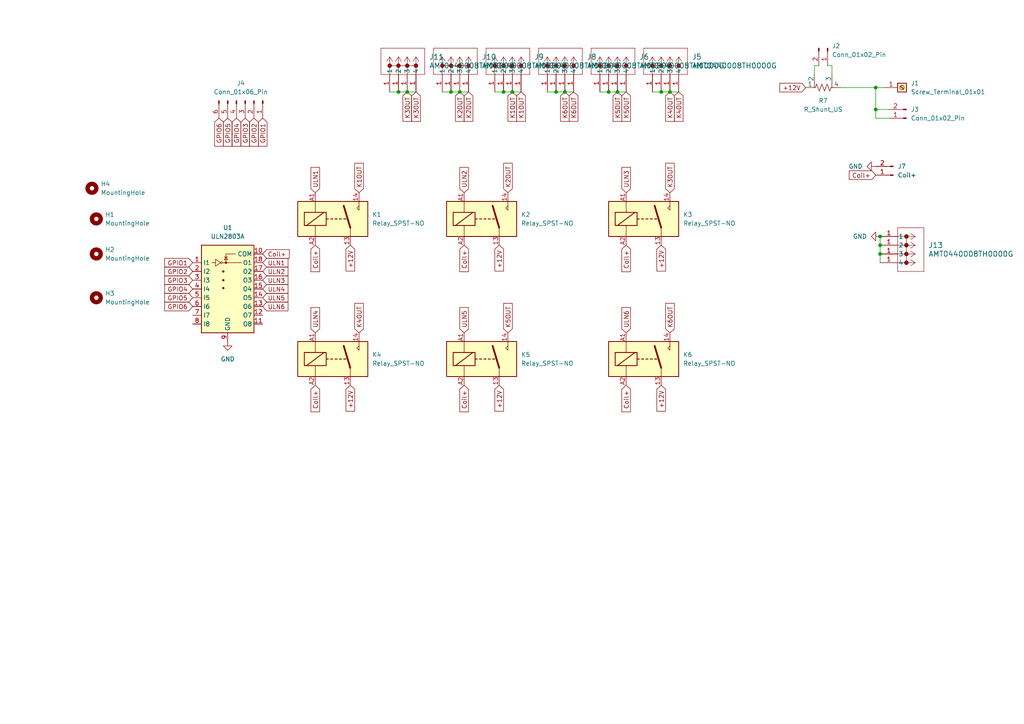
<source format=kicad_sch>
(kicad_sch
	(version 20250114)
	(generator "eeschema")
	(generator_version "9.0")
	(uuid "e3526327-139a-443a-a8af-eb0da4c23911")
	(paper "A4")
	(lib_symbols
		(symbol "AMT0440008TH0000G_1"
			(pin_names
				(offset 0.254)
			)
			(exclude_from_sim no)
			(in_bom yes)
			(on_board yes)
			(property "Reference" "J"
				(at 8.89 6.35 0)
				(effects
					(font
						(size 1.524 1.524)
					)
				)
			)
			(property "Value" "AMT0440008TH0000G"
				(at 0 0 0)
				(effects
					(font
						(size 1.524 1.524)
					)
				)
			)
			(property "Footprint" "CONN_AMT0440008TH0000G_AMP"
				(at 0 0 0)
				(effects
					(font
						(size 1.27 1.27)
						(italic yes)
					)
					(hide yes)
				)
			)
			(property "Datasheet" "AMT0440008TH0000G"
				(at 0 0 0)
				(effects
					(font
						(size 1.27 1.27)
						(italic yes)
					)
					(hide yes)
				)
			)
			(property "Description" ""
				(at 0 0 0)
				(effects
					(font
						(size 1.27 1.27)
					)
					(hide yes)
				)
			)
			(property "ki_locked" ""
				(at 0 0 0)
				(effects
					(font
						(size 1.27 1.27)
					)
				)
			)
			(property "ki_keywords" "AMT0440008TH0000G"
				(at 0 0 0)
				(effects
					(font
						(size 1.27 1.27)
					)
					(hide yes)
				)
			)
			(property "ki_fp_filters" "CONN_AMT0440008TH0000G_AMP"
				(at 0 0 0)
				(effects
					(font
						(size 1.27 1.27)
					)
					(hide yes)
				)
			)
			(symbol "AMT0440008TH0000G_1_1_1"
				(polyline
					(pts
						(xy 5.08 2.54) (xy 5.08 -10.16)
					)
					(stroke
						(width 0.127)
						(type default)
					)
					(fill
						(type none)
					)
				)
				(polyline
					(pts
						(xy 5.08 -10.16) (xy 12.7 -10.16)
					)
					(stroke
						(width 0.127)
						(type default)
					)
					(fill
						(type none)
					)
				)
				(polyline
					(pts
						(xy 7.62 0) (xy 7.62 -7.62)
					)
					(stroke
						(width 0.127)
						(type default)
					)
					(fill
						(type none)
					)
				)
				(circle
					(center 7.62 0)
					(radius 0.127)
					(stroke
						(width 0.508)
						(type default)
					)
					(fill
						(type none)
					)
				)
				(circle
					(center 7.62 -2.54)
					(radius 0.127)
					(stroke
						(width 0.508)
						(type default)
					)
					(fill
						(type none)
					)
				)
				(circle
					(center 7.62 -5.08)
					(radius 0.127)
					(stroke
						(width 0.508)
						(type default)
					)
					(fill
						(type none)
					)
				)
				(circle
					(center 7.62 -7.62)
					(radius 0.127)
					(stroke
						(width 0.508)
						(type default)
					)
					(fill
						(type none)
					)
				)
				(polyline
					(pts
						(xy 10.16 0) (xy 5.08 0)
					)
					(stroke
						(width 0.127)
						(type default)
					)
					(fill
						(type none)
					)
				)
				(polyline
					(pts
						(xy 10.16 0) (xy 8.89 0.8467)
					)
					(stroke
						(width 0.127)
						(type default)
					)
					(fill
						(type none)
					)
				)
				(polyline
					(pts
						(xy 10.16 0) (xy 8.89 -0.8467)
					)
					(stroke
						(width 0.127)
						(type default)
					)
					(fill
						(type none)
					)
				)
				(polyline
					(pts
						(xy 10.16 -2.54) (xy 5.08 -2.54)
					)
					(stroke
						(width 0.127)
						(type default)
					)
					(fill
						(type none)
					)
				)
				(polyline
					(pts
						(xy 10.16 -2.54) (xy 8.89 -1.6933)
					)
					(stroke
						(width 0.127)
						(type default)
					)
					(fill
						(type none)
					)
				)
				(polyline
					(pts
						(xy 10.16 -2.54) (xy 8.89 -3.3867)
					)
					(stroke
						(width 0.127)
						(type default)
					)
					(fill
						(type none)
					)
				)
				(polyline
					(pts
						(xy 10.16 -5.08) (xy 5.08 -5.08)
					)
					(stroke
						(width 0.127)
						(type default)
					)
					(fill
						(type none)
					)
				)
				(polyline
					(pts
						(xy 10.16 -5.08) (xy 8.89 -4.2333)
					)
					(stroke
						(width 0.127)
						(type default)
					)
					(fill
						(type none)
					)
				)
				(polyline
					(pts
						(xy 10.16 -5.08) (xy 8.89 -5.9267)
					)
					(stroke
						(width 0.127)
						(type default)
					)
					(fill
						(type none)
					)
				)
				(polyline
					(pts
						(xy 10.16 -7.62) (xy 5.08 -7.62)
					)
					(stroke
						(width 0.127)
						(type default)
					)
					(fill
						(type none)
					)
				)
				(polyline
					(pts
						(xy 10.16 -7.62) (xy 8.89 -6.7733)
					)
					(stroke
						(width 0.127)
						(type default)
					)
					(fill
						(type none)
					)
				)
				(polyline
					(pts
						(xy 10.16 -7.62) (xy 8.89 -8.4667)
					)
					(stroke
						(width 0.127)
						(type default)
					)
					(fill
						(type none)
					)
				)
				(polyline
					(pts
						(xy 12.7 2.54) (xy 5.08 2.54)
					)
					(stroke
						(width 0.127)
						(type default)
					)
					(fill
						(type none)
					)
				)
				(polyline
					(pts
						(xy 12.7 -10.16) (xy 12.7 2.54)
					)
					(stroke
						(width 0.127)
						(type default)
					)
					(fill
						(type none)
					)
				)
				(pin unspecified line
					(at 0 0 0)
					(length 5.08)
					(name "1"
						(effects
							(font
								(size 1.27 1.27)
							)
						)
					)
					(number "1"
						(effects
							(font
								(size 1.27 1.27)
							)
						)
					)
				)
				(pin unspecified line
					(at 0 -2.54 0)
					(length 5.08)
					(name "2"
						(effects
							(font
								(size 1.27 1.27)
							)
						)
					)
					(number "1"
						(effects
							(font
								(size 1.27 1.27)
							)
						)
					)
				)
				(pin unspecified line
					(at 0 -5.08 0)
					(length 5.08)
					(name "3"
						(effects
							(font
								(size 1.27 1.27)
							)
						)
					)
					(number "1"
						(effects
							(font
								(size 1.27 1.27)
							)
						)
					)
				)
				(pin unspecified line
					(at 0 -7.62 0)
					(length 5.08)
					(name "4"
						(effects
							(font
								(size 1.27 1.27)
							)
						)
					)
					(number "1"
						(effects
							(font
								(size 1.27 1.27)
							)
						)
					)
				)
			)
			(symbol "AMT0440008TH0000G_1_1_2"
				(polyline
					(pts
						(xy 5.08 2.54) (xy 5.08 -10.16)
					)
					(stroke
						(width 0.127)
						(type default)
					)
					(fill
						(type none)
					)
				)
				(polyline
					(pts
						(xy 5.08 -10.16) (xy 12.7 -10.16)
					)
					(stroke
						(width 0.127)
						(type default)
					)
					(fill
						(type none)
					)
				)
				(polyline
					(pts
						(xy 6.35 0) (xy 6.35 -7.62)
					)
					(stroke
						(width 0.127)
						(type default)
					)
					(fill
						(type none)
					)
				)
				(circle
					(center 6.35 0)
					(radius 0.127)
					(stroke
						(width 0.508)
						(type default)
					)
					(fill
						(type none)
					)
				)
				(circle
					(center 6.35 -2.54)
					(radius 0.127)
					(stroke
						(width 0.508)
						(type default)
					)
					(fill
						(type none)
					)
				)
				(circle
					(center 6.35 -5.08)
					(radius 0.127)
					(stroke
						(width 0.508)
						(type default)
					)
					(fill
						(type none)
					)
				)
				(circle
					(center 6.35 -7.62)
					(radius 0.127)
					(stroke
						(width 0.508)
						(type default)
					)
					(fill
						(type none)
					)
				)
				(polyline
					(pts
						(xy 7.62 0) (xy 5.08 0)
					)
					(stroke
						(width 0.127)
						(type default)
					)
					(fill
						(type none)
					)
				)
				(polyline
					(pts
						(xy 7.62 0) (xy 8.89 0.8467)
					)
					(stroke
						(width 0.127)
						(type default)
					)
					(fill
						(type none)
					)
				)
				(polyline
					(pts
						(xy 7.62 0) (xy 8.89 -0.8467)
					)
					(stroke
						(width 0.127)
						(type default)
					)
					(fill
						(type none)
					)
				)
				(polyline
					(pts
						(xy 7.62 -2.54) (xy 5.08 -2.54)
					)
					(stroke
						(width 0.127)
						(type default)
					)
					(fill
						(type none)
					)
				)
				(polyline
					(pts
						(xy 7.62 -2.54) (xy 8.89 -1.6933)
					)
					(stroke
						(width 0.127)
						(type default)
					)
					(fill
						(type none)
					)
				)
				(polyline
					(pts
						(xy 7.62 -2.54) (xy 8.89 -3.3867)
					)
					(stroke
						(width 0.127)
						(type default)
					)
					(fill
						(type none)
					)
				)
				(polyline
					(pts
						(xy 7.62 -5.08) (xy 5.08 -5.08)
					)
					(stroke
						(width 0.127)
						(type default)
					)
					(fill
						(type none)
					)
				)
				(polyline
					(pts
						(xy 7.62 -5.08) (xy 8.89 -4.2333)
					)
					(stroke
						(width 0.127)
						(type default)
					)
					(fill
						(type none)
					)
				)
				(polyline
					(pts
						(xy 7.62 -5.08) (xy 8.89 -5.9267)
					)
					(stroke
						(width 0.127)
						(type default)
					)
					(fill
						(type none)
					)
				)
				(polyline
					(pts
						(xy 7.62 -7.62) (xy 5.08 -7.62)
					)
					(stroke
						(width 0.127)
						(type default)
					)
					(fill
						(type none)
					)
				)
				(polyline
					(pts
						(xy 7.62 -7.62) (xy 8.89 -6.7733)
					)
					(stroke
						(width 0.127)
						(type default)
					)
					(fill
						(type none)
					)
				)
				(polyline
					(pts
						(xy 7.62 -7.62) (xy 8.89 -8.4667)
					)
					(stroke
						(width 0.127)
						(type default)
					)
					(fill
						(type none)
					)
				)
				(polyline
					(pts
						(xy 12.7 2.54) (xy 5.08 2.54)
					)
					(stroke
						(width 0.127)
						(type default)
					)
					(fill
						(type none)
					)
				)
				(polyline
					(pts
						(xy 12.7 -10.16) (xy 12.7 2.54)
					)
					(stroke
						(width 0.127)
						(type default)
					)
					(fill
						(type none)
					)
				)
				(pin unspecified line
					(at 0 0 0)
					(length 5.08)
					(name "1"
						(effects
							(font
								(size 1.27 1.27)
							)
						)
					)
					(number "1"
						(effects
							(font
								(size 1.27 1.27)
							)
						)
					)
				)
				(pin unspecified line
					(at 0 -2.54 0)
					(length 5.08)
					(name "2"
						(effects
							(font
								(size 1.27 1.27)
							)
						)
					)
					(number "2"
						(effects
							(font
								(size 1.27 1.27)
							)
						)
					)
				)
				(pin unspecified line
					(at 0 -5.08 0)
					(length 5.08)
					(name "3"
						(effects
							(font
								(size 1.27 1.27)
							)
						)
					)
					(number "3"
						(effects
							(font
								(size 1.27 1.27)
							)
						)
					)
				)
				(pin unspecified line
					(at 0 -7.62 0)
					(length 5.08)
					(name "4"
						(effects
							(font
								(size 1.27 1.27)
							)
						)
					)
					(number "4"
						(effects
							(font
								(size 1.27 1.27)
							)
						)
					)
				)
			)
			(embedded_fonts no)
		)
		(symbol "AMT0440008TH0000G_2"
			(pin_names
				(offset 0.254)
			)
			(exclude_from_sim no)
			(in_bom yes)
			(on_board yes)
			(property "Reference" "J"
				(at 8.89 6.35 0)
				(effects
					(font
						(size 1.524 1.524)
					)
				)
			)
			(property "Value" "AMT0440008TH0000G"
				(at 0 0 0)
				(effects
					(font
						(size 1.524 1.524)
					)
				)
			)
			(property "Footprint" "CONN_AMT0440008TH0000G_AMP"
				(at 0 0 0)
				(effects
					(font
						(size 1.27 1.27)
						(italic yes)
					)
					(hide yes)
				)
			)
			(property "Datasheet" "AMT0440008TH0000G"
				(at 0 0 0)
				(effects
					(font
						(size 1.27 1.27)
						(italic yes)
					)
					(hide yes)
				)
			)
			(property "Description" ""
				(at 0 0 0)
				(effects
					(font
						(size 1.27 1.27)
					)
					(hide yes)
				)
			)
			(property "ki_locked" ""
				(at 0 0 0)
				(effects
					(font
						(size 1.27 1.27)
					)
				)
			)
			(property "ki_keywords" "AMT0440008TH0000G"
				(at 0 0 0)
				(effects
					(font
						(size 1.27 1.27)
					)
					(hide yes)
				)
			)
			(property "ki_fp_filters" "CONN_AMT0440008TH0000G_AMP"
				(at 0 0 0)
				(effects
					(font
						(size 1.27 1.27)
					)
					(hide yes)
				)
			)
			(symbol "AMT0440008TH0000G_2_1_1"
				(polyline
					(pts
						(xy 5.08 2.54) (xy 5.08 -10.16)
					)
					(stroke
						(width 0.127)
						(type default)
					)
					(fill
						(type none)
					)
				)
				(polyline
					(pts
						(xy 5.08 -10.16) (xy 12.7 -10.16)
					)
					(stroke
						(width 0.127)
						(type default)
					)
					(fill
						(type none)
					)
				)
				(polyline
					(pts
						(xy 7.62 0) (xy 7.62 -7.62)
					)
					(stroke
						(width 0.127)
						(type default)
					)
					(fill
						(type none)
					)
				)
				(circle
					(center 7.62 0)
					(radius 0.127)
					(stroke
						(width 0.508)
						(type default)
					)
					(fill
						(type none)
					)
				)
				(circle
					(center 7.62 -2.54)
					(radius 0.127)
					(stroke
						(width 0.508)
						(type default)
					)
					(fill
						(type none)
					)
				)
				(circle
					(center 7.62 -5.08)
					(radius 0.127)
					(stroke
						(width 0.508)
						(type default)
					)
					(fill
						(type none)
					)
				)
				(circle
					(center 7.62 -7.62)
					(radius 0.127)
					(stroke
						(width 0.508)
						(type default)
					)
					(fill
						(type none)
					)
				)
				(polyline
					(pts
						(xy 10.16 0) (xy 5.08 0)
					)
					(stroke
						(width 0.127)
						(type default)
					)
					(fill
						(type none)
					)
				)
				(polyline
					(pts
						(xy 10.16 0) (xy 8.89 0.8467)
					)
					(stroke
						(width 0.127)
						(type default)
					)
					(fill
						(type none)
					)
				)
				(polyline
					(pts
						(xy 10.16 0) (xy 8.89 -0.8467)
					)
					(stroke
						(width 0.127)
						(type default)
					)
					(fill
						(type none)
					)
				)
				(polyline
					(pts
						(xy 10.16 -2.54) (xy 5.08 -2.54)
					)
					(stroke
						(width 0.127)
						(type default)
					)
					(fill
						(type none)
					)
				)
				(polyline
					(pts
						(xy 10.16 -2.54) (xy 8.89 -1.6933)
					)
					(stroke
						(width 0.127)
						(type default)
					)
					(fill
						(type none)
					)
				)
				(polyline
					(pts
						(xy 10.16 -2.54) (xy 8.89 -3.3867)
					)
					(stroke
						(width 0.127)
						(type default)
					)
					(fill
						(type none)
					)
				)
				(polyline
					(pts
						(xy 10.16 -5.08) (xy 5.08 -5.08)
					)
					(stroke
						(width 0.127)
						(type default)
					)
					(fill
						(type none)
					)
				)
				(polyline
					(pts
						(xy 10.16 -5.08) (xy 8.89 -4.2333)
					)
					(stroke
						(width 0.127)
						(type default)
					)
					(fill
						(type none)
					)
				)
				(polyline
					(pts
						(xy 10.16 -5.08) (xy 8.89 -5.9267)
					)
					(stroke
						(width 0.127)
						(type default)
					)
					(fill
						(type none)
					)
				)
				(polyline
					(pts
						(xy 10.16 -7.62) (xy 5.08 -7.62)
					)
					(stroke
						(width 0.127)
						(type default)
					)
					(fill
						(type none)
					)
				)
				(polyline
					(pts
						(xy 10.16 -7.62) (xy 8.89 -6.7733)
					)
					(stroke
						(width 0.127)
						(type default)
					)
					(fill
						(type none)
					)
				)
				(polyline
					(pts
						(xy 10.16 -7.62) (xy 8.89 -8.4667)
					)
					(stroke
						(width 0.127)
						(type default)
					)
					(fill
						(type none)
					)
				)
				(polyline
					(pts
						(xy 12.7 2.54) (xy 5.08 2.54)
					)
					(stroke
						(width 0.127)
						(type default)
					)
					(fill
						(type none)
					)
				)
				(polyline
					(pts
						(xy 12.7 -10.16) (xy 12.7 2.54)
					)
					(stroke
						(width 0.127)
						(type default)
					)
					(fill
						(type none)
					)
				)
				(pin unspecified line
					(at 0 0 0)
					(length 5.08)
					(name "1"
						(effects
							(font
								(size 1.27 1.27)
							)
						)
					)
					(number "1"
						(effects
							(font
								(size 1.27 1.27)
							)
						)
					)
				)
				(pin unspecified line
					(at 0 -2.54 0)
					(length 5.08)
					(name "2"
						(effects
							(font
								(size 1.27 1.27)
							)
						)
					)
					(number "1"
						(effects
							(font
								(size 1.27 1.27)
							)
						)
					)
				)
				(pin unspecified line
					(at 0 -5.08 0)
					(length 5.08)
					(name "3"
						(effects
							(font
								(size 1.27 1.27)
							)
						)
					)
					(number "1"
						(effects
							(font
								(size 1.27 1.27)
							)
						)
					)
				)
				(pin unspecified line
					(at 0 -7.62 0)
					(length 5.08)
					(name "4"
						(effects
							(font
								(size 1.27 1.27)
							)
						)
					)
					(number "1"
						(effects
							(font
								(size 1.27 1.27)
							)
						)
					)
				)
			)
			(symbol "AMT0440008TH0000G_2_1_2"
				(polyline
					(pts
						(xy 5.08 2.54) (xy 5.08 -10.16)
					)
					(stroke
						(width 0.127)
						(type default)
					)
					(fill
						(type none)
					)
				)
				(polyline
					(pts
						(xy 5.08 -10.16) (xy 12.7 -10.16)
					)
					(stroke
						(width 0.127)
						(type default)
					)
					(fill
						(type none)
					)
				)
				(polyline
					(pts
						(xy 6.35 0) (xy 6.35 -7.62)
					)
					(stroke
						(width 0.127)
						(type default)
					)
					(fill
						(type none)
					)
				)
				(circle
					(center 6.35 0)
					(radius 0.127)
					(stroke
						(width 0.508)
						(type default)
					)
					(fill
						(type none)
					)
				)
				(circle
					(center 6.35 -2.54)
					(radius 0.127)
					(stroke
						(width 0.508)
						(type default)
					)
					(fill
						(type none)
					)
				)
				(circle
					(center 6.35 -5.08)
					(radius 0.127)
					(stroke
						(width 0.508)
						(type default)
					)
					(fill
						(type none)
					)
				)
				(circle
					(center 6.35 -7.62)
					(radius 0.127)
					(stroke
						(width 0.508)
						(type default)
					)
					(fill
						(type none)
					)
				)
				(polyline
					(pts
						(xy 7.62 0) (xy 5.08 0)
					)
					(stroke
						(width 0.127)
						(type default)
					)
					(fill
						(type none)
					)
				)
				(polyline
					(pts
						(xy 7.62 0) (xy 8.89 0.8467)
					)
					(stroke
						(width 0.127)
						(type default)
					)
					(fill
						(type none)
					)
				)
				(polyline
					(pts
						(xy 7.62 0) (xy 8.89 -0.8467)
					)
					(stroke
						(width 0.127)
						(type default)
					)
					(fill
						(type none)
					)
				)
				(polyline
					(pts
						(xy 7.62 -2.54) (xy 5.08 -2.54)
					)
					(stroke
						(width 0.127)
						(type default)
					)
					(fill
						(type none)
					)
				)
				(polyline
					(pts
						(xy 7.62 -2.54) (xy 8.89 -1.6933)
					)
					(stroke
						(width 0.127)
						(type default)
					)
					(fill
						(type none)
					)
				)
				(polyline
					(pts
						(xy 7.62 -2.54) (xy 8.89 -3.3867)
					)
					(stroke
						(width 0.127)
						(type default)
					)
					(fill
						(type none)
					)
				)
				(polyline
					(pts
						(xy 7.62 -5.08) (xy 5.08 -5.08)
					)
					(stroke
						(width 0.127)
						(type default)
					)
					(fill
						(type none)
					)
				)
				(polyline
					(pts
						(xy 7.62 -5.08) (xy 8.89 -4.2333)
					)
					(stroke
						(width 0.127)
						(type default)
					)
					(fill
						(type none)
					)
				)
				(polyline
					(pts
						(xy 7.62 -5.08) (xy 8.89 -5.9267)
					)
					(stroke
						(width 0.127)
						(type default)
					)
					(fill
						(type none)
					)
				)
				(polyline
					(pts
						(xy 7.62 -7.62) (xy 5.08 -7.62)
					)
					(stroke
						(width 0.127)
						(type default)
					)
					(fill
						(type none)
					)
				)
				(polyline
					(pts
						(xy 7.62 -7.62) (xy 8.89 -6.7733)
					)
					(stroke
						(width 0.127)
						(type default)
					)
					(fill
						(type none)
					)
				)
				(polyline
					(pts
						(xy 7.62 -7.62) (xy 8.89 -8.4667)
					)
					(stroke
						(width 0.127)
						(type default)
					)
					(fill
						(type none)
					)
				)
				(polyline
					(pts
						(xy 12.7 2.54) (xy 5.08 2.54)
					)
					(stroke
						(width 0.127)
						(type default)
					)
					(fill
						(type none)
					)
				)
				(polyline
					(pts
						(xy 12.7 -10.16) (xy 12.7 2.54)
					)
					(stroke
						(width 0.127)
						(type default)
					)
					(fill
						(type none)
					)
				)
				(pin unspecified line
					(at 0 0 0)
					(length 5.08)
					(name "1"
						(effects
							(font
								(size 1.27 1.27)
							)
						)
					)
					(number "1"
						(effects
							(font
								(size 1.27 1.27)
							)
						)
					)
				)
				(pin unspecified line
					(at 0 -2.54 0)
					(length 5.08)
					(name "2"
						(effects
							(font
								(size 1.27 1.27)
							)
						)
					)
					(number "2"
						(effects
							(font
								(size 1.27 1.27)
							)
						)
					)
				)
				(pin unspecified line
					(at 0 -5.08 0)
					(length 5.08)
					(name "3"
						(effects
							(font
								(size 1.27 1.27)
							)
						)
					)
					(number "3"
						(effects
							(font
								(size 1.27 1.27)
							)
						)
					)
				)
				(pin unspecified line
					(at 0 -7.62 0)
					(length 5.08)
					(name "4"
						(effects
							(font
								(size 1.27 1.27)
							)
						)
					)
					(number "4"
						(effects
							(font
								(size 1.27 1.27)
							)
						)
					)
				)
			)
			(embedded_fonts no)
		)
		(symbol "AMT0440008TH0000G_3"
			(pin_names
				(offset 0.254)
			)
			(exclude_from_sim no)
			(in_bom yes)
			(on_board yes)
			(property "Reference" "J"
				(at 8.89 6.35 0)
				(effects
					(font
						(size 1.524 1.524)
					)
				)
			)
			(property "Value" "AMT0440008TH0000G"
				(at 0 0 0)
				(effects
					(font
						(size 1.524 1.524)
					)
				)
			)
			(property "Footprint" "CONN_AMT0440008TH0000G_AMP"
				(at 0 0 0)
				(effects
					(font
						(size 1.27 1.27)
						(italic yes)
					)
					(hide yes)
				)
			)
			(property "Datasheet" "AMT0440008TH0000G"
				(at 0 0 0)
				(effects
					(font
						(size 1.27 1.27)
						(italic yes)
					)
					(hide yes)
				)
			)
			(property "Description" ""
				(at 0 0 0)
				(effects
					(font
						(size 1.27 1.27)
					)
					(hide yes)
				)
			)
			(property "ki_locked" ""
				(at 0 0 0)
				(effects
					(font
						(size 1.27 1.27)
					)
				)
			)
			(property "ki_keywords" "AMT0440008TH0000G"
				(at 0 0 0)
				(effects
					(font
						(size 1.27 1.27)
					)
					(hide yes)
				)
			)
			(property "ki_fp_filters" "CONN_AMT0440008TH0000G_AMP"
				(at 0 0 0)
				(effects
					(font
						(size 1.27 1.27)
					)
					(hide yes)
				)
			)
			(symbol "AMT0440008TH0000G_3_1_1"
				(polyline
					(pts
						(xy 5.08 2.54) (xy 5.08 -10.16)
					)
					(stroke
						(width 0.127)
						(type default)
					)
					(fill
						(type none)
					)
				)
				(polyline
					(pts
						(xy 5.08 -10.16) (xy 12.7 -10.16)
					)
					(stroke
						(width 0.127)
						(type default)
					)
					(fill
						(type none)
					)
				)
				(polyline
					(pts
						(xy 7.62 0) (xy 7.62 -7.62)
					)
					(stroke
						(width 0.127)
						(type default)
					)
					(fill
						(type none)
					)
				)
				(circle
					(center 7.62 0)
					(radius 0.127)
					(stroke
						(width 0.508)
						(type default)
					)
					(fill
						(type none)
					)
				)
				(circle
					(center 7.62 -2.54)
					(radius 0.127)
					(stroke
						(width 0.508)
						(type default)
					)
					(fill
						(type none)
					)
				)
				(circle
					(center 7.62 -5.08)
					(radius 0.127)
					(stroke
						(width 0.508)
						(type default)
					)
					(fill
						(type none)
					)
				)
				(circle
					(center 7.62 -7.62)
					(radius 0.127)
					(stroke
						(width 0.508)
						(type default)
					)
					(fill
						(type none)
					)
				)
				(polyline
					(pts
						(xy 10.16 0) (xy 5.08 0)
					)
					(stroke
						(width 0.127)
						(type default)
					)
					(fill
						(type none)
					)
				)
				(polyline
					(pts
						(xy 10.16 0) (xy 8.89 0.8467)
					)
					(stroke
						(width 0.127)
						(type default)
					)
					(fill
						(type none)
					)
				)
				(polyline
					(pts
						(xy 10.16 0) (xy 8.89 -0.8467)
					)
					(stroke
						(width 0.127)
						(type default)
					)
					(fill
						(type none)
					)
				)
				(polyline
					(pts
						(xy 10.16 -2.54) (xy 5.08 -2.54)
					)
					(stroke
						(width 0.127)
						(type default)
					)
					(fill
						(type none)
					)
				)
				(polyline
					(pts
						(xy 10.16 -2.54) (xy 8.89 -1.6933)
					)
					(stroke
						(width 0.127)
						(type default)
					)
					(fill
						(type none)
					)
				)
				(polyline
					(pts
						(xy 10.16 -2.54) (xy 8.89 -3.3867)
					)
					(stroke
						(width 0.127)
						(type default)
					)
					(fill
						(type none)
					)
				)
				(polyline
					(pts
						(xy 10.16 -5.08) (xy 5.08 -5.08)
					)
					(stroke
						(width 0.127)
						(type default)
					)
					(fill
						(type none)
					)
				)
				(polyline
					(pts
						(xy 10.16 -5.08) (xy 8.89 -4.2333)
					)
					(stroke
						(width 0.127)
						(type default)
					)
					(fill
						(type none)
					)
				)
				(polyline
					(pts
						(xy 10.16 -5.08) (xy 8.89 -5.9267)
					)
					(stroke
						(width 0.127)
						(type default)
					)
					(fill
						(type none)
					)
				)
				(polyline
					(pts
						(xy 10.16 -7.62) (xy 5.08 -7.62)
					)
					(stroke
						(width 0.127)
						(type default)
					)
					(fill
						(type none)
					)
				)
				(polyline
					(pts
						(xy 10.16 -7.62) (xy 8.89 -6.7733)
					)
					(stroke
						(width 0.127)
						(type default)
					)
					(fill
						(type none)
					)
				)
				(polyline
					(pts
						(xy 10.16 -7.62) (xy 8.89 -8.4667)
					)
					(stroke
						(width 0.127)
						(type default)
					)
					(fill
						(type none)
					)
				)
				(polyline
					(pts
						(xy 12.7 2.54) (xy 5.08 2.54)
					)
					(stroke
						(width 0.127)
						(type default)
					)
					(fill
						(type none)
					)
				)
				(polyline
					(pts
						(xy 12.7 -10.16) (xy 12.7 2.54)
					)
					(stroke
						(width 0.127)
						(type default)
					)
					(fill
						(type none)
					)
				)
				(pin unspecified line
					(at 0 0 0)
					(length 5.08)
					(name "1"
						(effects
							(font
								(size 1.27 1.27)
							)
						)
					)
					(number "1"
						(effects
							(font
								(size 1.27 1.27)
							)
						)
					)
				)
				(pin unspecified line
					(at 0 -2.54 0)
					(length 5.08)
					(name "2"
						(effects
							(font
								(size 1.27 1.27)
							)
						)
					)
					(number "1"
						(effects
							(font
								(size 1.27 1.27)
							)
						)
					)
				)
				(pin unspecified line
					(at 0 -5.08 0)
					(length 5.08)
					(name "3"
						(effects
							(font
								(size 1.27 1.27)
							)
						)
					)
					(number "1"
						(effects
							(font
								(size 1.27 1.27)
							)
						)
					)
				)
				(pin unspecified line
					(at 0 -7.62 0)
					(length 5.08)
					(name "4"
						(effects
							(font
								(size 1.27 1.27)
							)
						)
					)
					(number "1"
						(effects
							(font
								(size 1.27 1.27)
							)
						)
					)
				)
			)
			(symbol "AMT0440008TH0000G_3_1_2"
				(polyline
					(pts
						(xy 5.08 2.54) (xy 5.08 -10.16)
					)
					(stroke
						(width 0.127)
						(type default)
					)
					(fill
						(type none)
					)
				)
				(polyline
					(pts
						(xy 5.08 -10.16) (xy 12.7 -10.16)
					)
					(stroke
						(width 0.127)
						(type default)
					)
					(fill
						(type none)
					)
				)
				(polyline
					(pts
						(xy 6.35 0) (xy 6.35 -7.62)
					)
					(stroke
						(width 0.127)
						(type default)
					)
					(fill
						(type none)
					)
				)
				(circle
					(center 6.35 0)
					(radius 0.127)
					(stroke
						(width 0.508)
						(type default)
					)
					(fill
						(type none)
					)
				)
				(circle
					(center 6.35 -2.54)
					(radius 0.127)
					(stroke
						(width 0.508)
						(type default)
					)
					(fill
						(type none)
					)
				)
				(circle
					(center 6.35 -5.08)
					(radius 0.127)
					(stroke
						(width 0.508)
						(type default)
					)
					(fill
						(type none)
					)
				)
				(circle
					(center 6.35 -7.62)
					(radius 0.127)
					(stroke
						(width 0.508)
						(type default)
					)
					(fill
						(type none)
					)
				)
				(polyline
					(pts
						(xy 7.62 0) (xy 5.08 0)
					)
					(stroke
						(width 0.127)
						(type default)
					)
					(fill
						(type none)
					)
				)
				(polyline
					(pts
						(xy 7.62 0) (xy 8.89 0.8467)
					)
					(stroke
						(width 0.127)
						(type default)
					)
					(fill
						(type none)
					)
				)
				(polyline
					(pts
						(xy 7.62 0) (xy 8.89 -0.8467)
					)
					(stroke
						(width 0.127)
						(type default)
					)
					(fill
						(type none)
					)
				)
				(polyline
					(pts
						(xy 7.62 -2.54) (xy 5.08 -2.54)
					)
					(stroke
						(width 0.127)
						(type default)
					)
					(fill
						(type none)
					)
				)
				(polyline
					(pts
						(xy 7.62 -2.54) (xy 8.89 -1.6933)
					)
					(stroke
						(width 0.127)
						(type default)
					)
					(fill
						(type none)
					)
				)
				(polyline
					(pts
						(xy 7.62 -2.54) (xy 8.89 -3.3867)
					)
					(stroke
						(width 0.127)
						(type default)
					)
					(fill
						(type none)
					)
				)
				(polyline
					(pts
						(xy 7.62 -5.08) (xy 5.08 -5.08)
					)
					(stroke
						(width 0.127)
						(type default)
					)
					(fill
						(type none)
					)
				)
				(polyline
					(pts
						(xy 7.62 -5.08) (xy 8.89 -4.2333)
					)
					(stroke
						(width 0.127)
						(type default)
					)
					(fill
						(type none)
					)
				)
				(polyline
					(pts
						(xy 7.62 -5.08) (xy 8.89 -5.9267)
					)
					(stroke
						(width 0.127)
						(type default)
					)
					(fill
						(type none)
					)
				)
				(polyline
					(pts
						(xy 7.62 -7.62) (xy 5.08 -7.62)
					)
					(stroke
						(width 0.127)
						(type default)
					)
					(fill
						(type none)
					)
				)
				(polyline
					(pts
						(xy 7.62 -7.62) (xy 8.89 -6.7733)
					)
					(stroke
						(width 0.127)
						(type default)
					)
					(fill
						(type none)
					)
				)
				(polyline
					(pts
						(xy 7.62 -7.62) (xy 8.89 -8.4667)
					)
					(stroke
						(width 0.127)
						(type default)
					)
					(fill
						(type none)
					)
				)
				(polyline
					(pts
						(xy 12.7 2.54) (xy 5.08 2.54)
					)
					(stroke
						(width 0.127)
						(type default)
					)
					(fill
						(type none)
					)
				)
				(polyline
					(pts
						(xy 12.7 -10.16) (xy 12.7 2.54)
					)
					(stroke
						(width 0.127)
						(type default)
					)
					(fill
						(type none)
					)
				)
				(pin unspecified line
					(at 0 0 0)
					(length 5.08)
					(name "1"
						(effects
							(font
								(size 1.27 1.27)
							)
						)
					)
					(number "1"
						(effects
							(font
								(size 1.27 1.27)
							)
						)
					)
				)
				(pin unspecified line
					(at 0 -2.54 0)
					(length 5.08)
					(name "2"
						(effects
							(font
								(size 1.27 1.27)
							)
						)
					)
					(number "2"
						(effects
							(font
								(size 1.27 1.27)
							)
						)
					)
				)
				(pin unspecified line
					(at 0 -5.08 0)
					(length 5.08)
					(name "3"
						(effects
							(font
								(size 1.27 1.27)
							)
						)
					)
					(number "3"
						(effects
							(font
								(size 1.27 1.27)
							)
						)
					)
				)
				(pin unspecified line
					(at 0 -7.62 0)
					(length 5.08)
					(name "4"
						(effects
							(font
								(size 1.27 1.27)
							)
						)
					)
					(number "4"
						(effects
							(font
								(size 1.27 1.27)
							)
						)
					)
				)
			)
			(embedded_fonts no)
		)
		(symbol "AMT0440008TH0000G_4"
			(pin_names
				(offset 0.254)
			)
			(exclude_from_sim no)
			(in_bom yes)
			(on_board yes)
			(property "Reference" "J"
				(at 8.89 6.35 0)
				(effects
					(font
						(size 1.524 1.524)
					)
				)
			)
			(property "Value" "AMT0440008TH0000G"
				(at 0 0 0)
				(effects
					(font
						(size 1.524 1.524)
					)
				)
			)
			(property "Footprint" "CONN_AMT0440008TH0000G_AMP"
				(at 0 0 0)
				(effects
					(font
						(size 1.27 1.27)
						(italic yes)
					)
					(hide yes)
				)
			)
			(property "Datasheet" "AMT0440008TH0000G"
				(at 0 0 0)
				(effects
					(font
						(size 1.27 1.27)
						(italic yes)
					)
					(hide yes)
				)
			)
			(property "Description" ""
				(at 0 0 0)
				(effects
					(font
						(size 1.27 1.27)
					)
					(hide yes)
				)
			)
			(property "ki_locked" ""
				(at 0 0 0)
				(effects
					(font
						(size 1.27 1.27)
					)
				)
			)
			(property "ki_keywords" "AMT0440008TH0000G"
				(at 0 0 0)
				(effects
					(font
						(size 1.27 1.27)
					)
					(hide yes)
				)
			)
			(property "ki_fp_filters" "CONN_AMT0440008TH0000G_AMP"
				(at 0 0 0)
				(effects
					(font
						(size 1.27 1.27)
					)
					(hide yes)
				)
			)
			(symbol "AMT0440008TH0000G_4_1_1"
				(polyline
					(pts
						(xy 5.08 2.54) (xy 5.08 -10.16)
					)
					(stroke
						(width 0.127)
						(type default)
					)
					(fill
						(type none)
					)
				)
				(polyline
					(pts
						(xy 5.08 -10.16) (xy 12.7 -10.16)
					)
					(stroke
						(width 0.127)
						(type default)
					)
					(fill
						(type none)
					)
				)
				(polyline
					(pts
						(xy 7.62 0) (xy 7.62 -7.62)
					)
					(stroke
						(width 0.127)
						(type default)
					)
					(fill
						(type none)
					)
				)
				(circle
					(center 7.62 0)
					(radius 0.127)
					(stroke
						(width 0.508)
						(type default)
					)
					(fill
						(type none)
					)
				)
				(circle
					(center 7.62 -2.54)
					(radius 0.127)
					(stroke
						(width 0.508)
						(type default)
					)
					(fill
						(type none)
					)
				)
				(circle
					(center 7.62 -5.08)
					(radius 0.127)
					(stroke
						(width 0.508)
						(type default)
					)
					(fill
						(type none)
					)
				)
				(circle
					(center 7.62 -7.62)
					(radius 0.127)
					(stroke
						(width 0.508)
						(type default)
					)
					(fill
						(type none)
					)
				)
				(polyline
					(pts
						(xy 10.16 0) (xy 5.08 0)
					)
					(stroke
						(width 0.127)
						(type default)
					)
					(fill
						(type none)
					)
				)
				(polyline
					(pts
						(xy 10.16 0) (xy 8.89 0.8467)
					)
					(stroke
						(width 0.127)
						(type default)
					)
					(fill
						(type none)
					)
				)
				(polyline
					(pts
						(xy 10.16 0) (xy 8.89 -0.8467)
					)
					(stroke
						(width 0.127)
						(type default)
					)
					(fill
						(type none)
					)
				)
				(polyline
					(pts
						(xy 10.16 -2.54) (xy 5.08 -2.54)
					)
					(stroke
						(width 0.127)
						(type default)
					)
					(fill
						(type none)
					)
				)
				(polyline
					(pts
						(xy 10.16 -2.54) (xy 8.89 -1.6933)
					)
					(stroke
						(width 0.127)
						(type default)
					)
					(fill
						(type none)
					)
				)
				(polyline
					(pts
						(xy 10.16 -2.54) (xy 8.89 -3.3867)
					)
					(stroke
						(width 0.127)
						(type default)
					)
					(fill
						(type none)
					)
				)
				(polyline
					(pts
						(xy 10.16 -5.08) (xy 5.08 -5.08)
					)
					(stroke
						(width 0.127)
						(type default)
					)
					(fill
						(type none)
					)
				)
				(polyline
					(pts
						(xy 10.16 -5.08) (xy 8.89 -4.2333)
					)
					(stroke
						(width 0.127)
						(type default)
					)
					(fill
						(type none)
					)
				)
				(polyline
					(pts
						(xy 10.16 -5.08) (xy 8.89 -5.9267)
					)
					(stroke
						(width 0.127)
						(type default)
					)
					(fill
						(type none)
					)
				)
				(polyline
					(pts
						(xy 10.16 -7.62) (xy 5.08 -7.62)
					)
					(stroke
						(width 0.127)
						(type default)
					)
					(fill
						(type none)
					)
				)
				(polyline
					(pts
						(xy 10.16 -7.62) (xy 8.89 -6.7733)
					)
					(stroke
						(width 0.127)
						(type default)
					)
					(fill
						(type none)
					)
				)
				(polyline
					(pts
						(xy 10.16 -7.62) (xy 8.89 -8.4667)
					)
					(stroke
						(width 0.127)
						(type default)
					)
					(fill
						(type none)
					)
				)
				(polyline
					(pts
						(xy 12.7 2.54) (xy 5.08 2.54)
					)
					(stroke
						(width 0.127)
						(type default)
					)
					(fill
						(type none)
					)
				)
				(polyline
					(pts
						(xy 12.7 -10.16) (xy 12.7 2.54)
					)
					(stroke
						(width 0.127)
						(type default)
					)
					(fill
						(type none)
					)
				)
				(pin unspecified line
					(at 0 0 0)
					(length 5.08)
					(name "1"
						(effects
							(font
								(size 1.27 1.27)
							)
						)
					)
					(number "1"
						(effects
							(font
								(size 1.27 1.27)
							)
						)
					)
				)
				(pin unspecified line
					(at 0 -2.54 0)
					(length 5.08)
					(name "2"
						(effects
							(font
								(size 1.27 1.27)
							)
						)
					)
					(number "1"
						(effects
							(font
								(size 1.27 1.27)
							)
						)
					)
				)
				(pin unspecified line
					(at 0 -5.08 0)
					(length 5.08)
					(name "3"
						(effects
							(font
								(size 1.27 1.27)
							)
						)
					)
					(number "1"
						(effects
							(font
								(size 1.27 1.27)
							)
						)
					)
				)
				(pin unspecified line
					(at 0 -7.62 0)
					(length 5.08)
					(name "4"
						(effects
							(font
								(size 1.27 1.27)
							)
						)
					)
					(number "1"
						(effects
							(font
								(size 1.27 1.27)
							)
						)
					)
				)
			)
			(symbol "AMT0440008TH0000G_4_1_2"
				(polyline
					(pts
						(xy 5.08 2.54) (xy 5.08 -10.16)
					)
					(stroke
						(width 0.127)
						(type default)
					)
					(fill
						(type none)
					)
				)
				(polyline
					(pts
						(xy 5.08 -10.16) (xy 12.7 -10.16)
					)
					(stroke
						(width 0.127)
						(type default)
					)
					(fill
						(type none)
					)
				)
				(polyline
					(pts
						(xy 6.35 0) (xy 6.35 -7.62)
					)
					(stroke
						(width 0.127)
						(type default)
					)
					(fill
						(type none)
					)
				)
				(circle
					(center 6.35 0)
					(radius 0.127)
					(stroke
						(width 0.508)
						(type default)
					)
					(fill
						(type none)
					)
				)
				(circle
					(center 6.35 -2.54)
					(radius 0.127)
					(stroke
						(width 0.508)
						(type default)
					)
					(fill
						(type none)
					)
				)
				(circle
					(center 6.35 -5.08)
					(radius 0.127)
					(stroke
						(width 0.508)
						(type default)
					)
					(fill
						(type none)
					)
				)
				(circle
					(center 6.35 -7.62)
					(radius 0.127)
					(stroke
						(width 0.508)
						(type default)
					)
					(fill
						(type none)
					)
				)
				(polyline
					(pts
						(xy 7.62 0) (xy 5.08 0)
					)
					(stroke
						(width 0.127)
						(type default)
					)
					(fill
						(type none)
					)
				)
				(polyline
					(pts
						(xy 7.62 0) (xy 8.89 0.8467)
					)
					(stroke
						(width 0.127)
						(type default)
					)
					(fill
						(type none)
					)
				)
				(polyline
					(pts
						(xy 7.62 0) (xy 8.89 -0.8467)
					)
					(stroke
						(width 0.127)
						(type default)
					)
					(fill
						(type none)
					)
				)
				(polyline
					(pts
						(xy 7.62 -2.54) (xy 5.08 -2.54)
					)
					(stroke
						(width 0.127)
						(type default)
					)
					(fill
						(type none)
					)
				)
				(polyline
					(pts
						(xy 7.62 -2.54) (xy 8.89 -1.6933)
					)
					(stroke
						(width 0.127)
						(type default)
					)
					(fill
						(type none)
					)
				)
				(polyline
					(pts
						(xy 7.62 -2.54) (xy 8.89 -3.3867)
					)
					(stroke
						(width 0.127)
						(type default)
					)
					(fill
						(type none)
					)
				)
				(polyline
					(pts
						(xy 7.62 -5.08) (xy 5.08 -5.08)
					)
					(stroke
						(width 0.127)
						(type default)
					)
					(fill
						(type none)
					)
				)
				(polyline
					(pts
						(xy 7.62 -5.08) (xy 8.89 -4.2333)
					)
					(stroke
						(width 0.127)
						(type default)
					)
					(fill
						(type none)
					)
				)
				(polyline
					(pts
						(xy 7.62 -5.08) (xy 8.89 -5.9267)
					)
					(stroke
						(width 0.127)
						(type default)
					)
					(fill
						(type none)
					)
				)
				(polyline
					(pts
						(xy 7.62 -7.62) (xy 5.08 -7.62)
					)
					(stroke
						(width 0.127)
						(type default)
					)
					(fill
						(type none)
					)
				)
				(polyline
					(pts
						(xy 7.62 -7.62) (xy 8.89 -6.7733)
					)
					(stroke
						(width 0.127)
						(type default)
					)
					(fill
						(type none)
					)
				)
				(polyline
					(pts
						(xy 7.62 -7.62) (xy 8.89 -8.4667)
					)
					(stroke
						(width 0.127)
						(type default)
					)
					(fill
						(type none)
					)
				)
				(polyline
					(pts
						(xy 12.7 2.54) (xy 5.08 2.54)
					)
					(stroke
						(width 0.127)
						(type default)
					)
					(fill
						(type none)
					)
				)
				(polyline
					(pts
						(xy 12.7 -10.16) (xy 12.7 2.54)
					)
					(stroke
						(width 0.127)
						(type default)
					)
					(fill
						(type none)
					)
				)
				(pin unspecified line
					(at 0 0 0)
					(length 5.08)
					(name "1"
						(effects
							(font
								(size 1.27 1.27)
							)
						)
					)
					(number "1"
						(effects
							(font
								(size 1.27 1.27)
							)
						)
					)
				)
				(pin unspecified line
					(at 0 -2.54 0)
					(length 5.08)
					(name "2"
						(effects
							(font
								(size 1.27 1.27)
							)
						)
					)
					(number "2"
						(effects
							(font
								(size 1.27 1.27)
							)
						)
					)
				)
				(pin unspecified line
					(at 0 -5.08 0)
					(length 5.08)
					(name "3"
						(effects
							(font
								(size 1.27 1.27)
							)
						)
					)
					(number "3"
						(effects
							(font
								(size 1.27 1.27)
							)
						)
					)
				)
				(pin unspecified line
					(at 0 -7.62 0)
					(length 5.08)
					(name "4"
						(effects
							(font
								(size 1.27 1.27)
							)
						)
					)
					(number "4"
						(effects
							(font
								(size 1.27 1.27)
							)
						)
					)
				)
			)
			(embedded_fonts no)
		)
		(symbol "AMT0440008TH0000G_5"
			(pin_names
				(offset 0.254)
			)
			(exclude_from_sim no)
			(in_bom yes)
			(on_board yes)
			(property "Reference" "J"
				(at 8.89 6.35 0)
				(effects
					(font
						(size 1.524 1.524)
					)
				)
			)
			(property "Value" "AMT0440008TH0000G"
				(at 0 0 0)
				(effects
					(font
						(size 1.524 1.524)
					)
				)
			)
			(property "Footprint" "CONN_AMT0440008TH0000G_AMP"
				(at 0 0 0)
				(effects
					(font
						(size 1.27 1.27)
						(italic yes)
					)
					(hide yes)
				)
			)
			(property "Datasheet" "AMT0440008TH0000G"
				(at 0 0 0)
				(effects
					(font
						(size 1.27 1.27)
						(italic yes)
					)
					(hide yes)
				)
			)
			(property "Description" ""
				(at 0 0 0)
				(effects
					(font
						(size 1.27 1.27)
					)
					(hide yes)
				)
			)
			(property "ki_locked" ""
				(at 0 0 0)
				(effects
					(font
						(size 1.27 1.27)
					)
				)
			)
			(property "ki_keywords" "AMT0440008TH0000G"
				(at 0 0 0)
				(effects
					(font
						(size 1.27 1.27)
					)
					(hide yes)
				)
			)
			(property "ki_fp_filters" "CONN_AMT0440008TH0000G_AMP"
				(at 0 0 0)
				(effects
					(font
						(size 1.27 1.27)
					)
					(hide yes)
				)
			)
			(symbol "AMT0440008TH0000G_5_1_1"
				(polyline
					(pts
						(xy 5.08 2.54) (xy 5.08 -10.16)
					)
					(stroke
						(width 0.127)
						(type default)
					)
					(fill
						(type none)
					)
				)
				(polyline
					(pts
						(xy 5.08 -10.16) (xy 12.7 -10.16)
					)
					(stroke
						(width 0.127)
						(type default)
					)
					(fill
						(type none)
					)
				)
				(polyline
					(pts
						(xy 7.62 0) (xy 7.62 -7.62)
					)
					(stroke
						(width 0.127)
						(type default)
					)
					(fill
						(type none)
					)
				)
				(circle
					(center 7.62 0)
					(radius 0.127)
					(stroke
						(width 0.508)
						(type default)
					)
					(fill
						(type none)
					)
				)
				(circle
					(center 7.62 -2.54)
					(radius 0.127)
					(stroke
						(width 0.508)
						(type default)
					)
					(fill
						(type none)
					)
				)
				(circle
					(center 7.62 -5.08)
					(radius 0.127)
					(stroke
						(width 0.508)
						(type default)
					)
					(fill
						(type none)
					)
				)
				(circle
					(center 7.62 -7.62)
					(radius 0.127)
					(stroke
						(width 0.508)
						(type default)
					)
					(fill
						(type none)
					)
				)
				(polyline
					(pts
						(xy 10.16 0) (xy 5.08 0)
					)
					(stroke
						(width 0.127)
						(type default)
					)
					(fill
						(type none)
					)
				)
				(polyline
					(pts
						(xy 10.16 0) (xy 8.89 0.8467)
					)
					(stroke
						(width 0.127)
						(type default)
					)
					(fill
						(type none)
					)
				)
				(polyline
					(pts
						(xy 10.16 0) (xy 8.89 -0.8467)
					)
					(stroke
						(width 0.127)
						(type default)
					)
					(fill
						(type none)
					)
				)
				(polyline
					(pts
						(xy 10.16 -2.54) (xy 5.08 -2.54)
					)
					(stroke
						(width 0.127)
						(type default)
					)
					(fill
						(type none)
					)
				)
				(polyline
					(pts
						(xy 10.16 -2.54) (xy 8.89 -1.6933)
					)
					(stroke
						(width 0.127)
						(type default)
					)
					(fill
						(type none)
					)
				)
				(polyline
					(pts
						(xy 10.16 -2.54) (xy 8.89 -3.3867)
					)
					(stroke
						(width 0.127)
						(type default)
					)
					(fill
						(type none)
					)
				)
				(polyline
					(pts
						(xy 10.16 -5.08) (xy 5.08 -5.08)
					)
					(stroke
						(width 0.127)
						(type default)
					)
					(fill
						(type none)
					)
				)
				(polyline
					(pts
						(xy 10.16 -5.08) (xy 8.89 -4.2333)
					)
					(stroke
						(width 0.127)
						(type default)
					)
					(fill
						(type none)
					)
				)
				(polyline
					(pts
						(xy 10.16 -5.08) (xy 8.89 -5.9267)
					)
					(stroke
						(width 0.127)
						(type default)
					)
					(fill
						(type none)
					)
				)
				(polyline
					(pts
						(xy 10.16 -7.62) (xy 5.08 -7.62)
					)
					(stroke
						(width 0.127)
						(type default)
					)
					(fill
						(type none)
					)
				)
				(polyline
					(pts
						(xy 10.16 -7.62) (xy 8.89 -6.7733)
					)
					(stroke
						(width 0.127)
						(type default)
					)
					(fill
						(type none)
					)
				)
				(polyline
					(pts
						(xy 10.16 -7.62) (xy 8.89 -8.4667)
					)
					(stroke
						(width 0.127)
						(type default)
					)
					(fill
						(type none)
					)
				)
				(polyline
					(pts
						(xy 12.7 2.54) (xy 5.08 2.54)
					)
					(stroke
						(width 0.127)
						(type default)
					)
					(fill
						(type none)
					)
				)
				(polyline
					(pts
						(xy 12.7 -10.16) (xy 12.7 2.54)
					)
					(stroke
						(width 0.127)
						(type default)
					)
					(fill
						(type none)
					)
				)
				(pin unspecified line
					(at 0 0 0)
					(length 5.08)
					(name "1"
						(effects
							(font
								(size 1.27 1.27)
							)
						)
					)
					(number "1"
						(effects
							(font
								(size 1.27 1.27)
							)
						)
					)
				)
				(pin unspecified line
					(at 0 -2.54 0)
					(length 5.08)
					(name "2"
						(effects
							(font
								(size 1.27 1.27)
							)
						)
					)
					(number "1"
						(effects
							(font
								(size 1.27 1.27)
							)
						)
					)
				)
				(pin unspecified line
					(at 0 -5.08 0)
					(length 5.08)
					(name "3"
						(effects
							(font
								(size 1.27 1.27)
							)
						)
					)
					(number "1"
						(effects
							(font
								(size 1.27 1.27)
							)
						)
					)
				)
				(pin unspecified line
					(at 0 -7.62 0)
					(length 5.08)
					(name "4"
						(effects
							(font
								(size 1.27 1.27)
							)
						)
					)
					(number "1"
						(effects
							(font
								(size 1.27 1.27)
							)
						)
					)
				)
			)
			(symbol "AMT0440008TH0000G_5_1_2"
				(polyline
					(pts
						(xy 5.08 2.54) (xy 5.08 -10.16)
					)
					(stroke
						(width 0.127)
						(type default)
					)
					(fill
						(type none)
					)
				)
				(polyline
					(pts
						(xy 5.08 -10.16) (xy 12.7 -10.16)
					)
					(stroke
						(width 0.127)
						(type default)
					)
					(fill
						(type none)
					)
				)
				(polyline
					(pts
						(xy 6.35 0) (xy 6.35 -7.62)
					)
					(stroke
						(width 0.127)
						(type default)
					)
					(fill
						(type none)
					)
				)
				(circle
					(center 6.35 0)
					(radius 0.127)
					(stroke
						(width 0.508)
						(type default)
					)
					(fill
						(type none)
					)
				)
				(circle
					(center 6.35 -2.54)
					(radius 0.127)
					(stroke
						(width 0.508)
						(type default)
					)
					(fill
						(type none)
					)
				)
				(circle
					(center 6.35 -5.08)
					(radius 0.127)
					(stroke
						(width 0.508)
						(type default)
					)
					(fill
						(type none)
					)
				)
				(circle
					(center 6.35 -7.62)
					(radius 0.127)
					(stroke
						(width 0.508)
						(type default)
					)
					(fill
						(type none)
					)
				)
				(polyline
					(pts
						(xy 7.62 0) (xy 5.08 0)
					)
					(stroke
						(width 0.127)
						(type default)
					)
					(fill
						(type none)
					)
				)
				(polyline
					(pts
						(xy 7.62 0) (xy 8.89 0.8467)
					)
					(stroke
						(width 0.127)
						(type default)
					)
					(fill
						(type none)
					)
				)
				(polyline
					(pts
						(xy 7.62 0) (xy 8.89 -0.8467)
					)
					(stroke
						(width 0.127)
						(type default)
					)
					(fill
						(type none)
					)
				)
				(polyline
					(pts
						(xy 7.62 -2.54) (xy 5.08 -2.54)
					)
					(stroke
						(width 0.127)
						(type default)
					)
					(fill
						(type none)
					)
				)
				(polyline
					(pts
						(xy 7.62 -2.54) (xy 8.89 -1.6933)
					)
					(stroke
						(width 0.127)
						(type default)
					)
					(fill
						(type none)
					)
				)
				(polyline
					(pts
						(xy 7.62 -2.54) (xy 8.89 -3.3867)
					)
					(stroke
						(width 0.127)
						(type default)
					)
					(fill
						(type none)
					)
				)
				(polyline
					(pts
						(xy 7.62 -5.08) (xy 5.08 -5.08)
					)
					(stroke
						(width 0.127)
						(type default)
					)
					(fill
						(type none)
					)
				)
				(polyline
					(pts
						(xy 7.62 -5.08) (xy 8.89 -4.2333)
					)
					(stroke
						(width 0.127)
						(type default)
					)
					(fill
						(type none)
					)
				)
				(polyline
					(pts
						(xy 7.62 -5.08) (xy 8.89 -5.9267)
					)
					(stroke
						(width 0.127)
						(type default)
					)
					(fill
						(type none)
					)
				)
				(polyline
					(pts
						(xy 7.62 -7.62) (xy 5.08 -7.62)
					)
					(stroke
						(width 0.127)
						(type default)
					)
					(fill
						(type none)
					)
				)
				(polyline
					(pts
						(xy 7.62 -7.62) (xy 8.89 -6.7733)
					)
					(stroke
						(width 0.127)
						(type default)
					)
					(fill
						(type none)
					)
				)
				(polyline
					(pts
						(xy 7.62 -7.62) (xy 8.89 -8.4667)
					)
					(stroke
						(width 0.127)
						(type default)
					)
					(fill
						(type none)
					)
				)
				(polyline
					(pts
						(xy 12.7 2.54) (xy 5.08 2.54)
					)
					(stroke
						(width 0.127)
						(type default)
					)
					(fill
						(type none)
					)
				)
				(polyline
					(pts
						(xy 12.7 -10.16) (xy 12.7 2.54)
					)
					(stroke
						(width 0.127)
						(type default)
					)
					(fill
						(type none)
					)
				)
				(pin unspecified line
					(at 0 0 0)
					(length 5.08)
					(name "1"
						(effects
							(font
								(size 1.27 1.27)
							)
						)
					)
					(number "1"
						(effects
							(font
								(size 1.27 1.27)
							)
						)
					)
				)
				(pin unspecified line
					(at 0 -2.54 0)
					(length 5.08)
					(name "2"
						(effects
							(font
								(size 1.27 1.27)
							)
						)
					)
					(number "2"
						(effects
							(font
								(size 1.27 1.27)
							)
						)
					)
				)
				(pin unspecified line
					(at 0 -5.08 0)
					(length 5.08)
					(name "3"
						(effects
							(font
								(size 1.27 1.27)
							)
						)
					)
					(number "3"
						(effects
							(font
								(size 1.27 1.27)
							)
						)
					)
				)
				(pin unspecified line
					(at 0 -7.62 0)
					(length 5.08)
					(name "4"
						(effects
							(font
								(size 1.27 1.27)
							)
						)
					)
					(number "4"
						(effects
							(font
								(size 1.27 1.27)
							)
						)
					)
				)
			)
			(embedded_fonts no)
		)
		(symbol "AMT0440008TH0000G_6"
			(pin_names
				(offset 0.254)
			)
			(exclude_from_sim no)
			(in_bom yes)
			(on_board yes)
			(property "Reference" "J"
				(at 8.89 6.35 0)
				(effects
					(font
						(size 1.524 1.524)
					)
				)
			)
			(property "Value" "AMT0440008TH0000G"
				(at 0 0 0)
				(effects
					(font
						(size 1.524 1.524)
					)
				)
			)
			(property "Footprint" "CONN_AMT0440008TH0000G_AMP"
				(at 0 0 0)
				(effects
					(font
						(size 1.27 1.27)
						(italic yes)
					)
					(hide yes)
				)
			)
			(property "Datasheet" "AMT0440008TH0000G"
				(at 0 0 0)
				(effects
					(font
						(size 1.27 1.27)
						(italic yes)
					)
					(hide yes)
				)
			)
			(property "Description" ""
				(at 0 0 0)
				(effects
					(font
						(size 1.27 1.27)
					)
					(hide yes)
				)
			)
			(property "ki_locked" ""
				(at 0 0 0)
				(effects
					(font
						(size 1.27 1.27)
					)
				)
			)
			(property "ki_keywords" "AMT0440008TH0000G"
				(at 0 0 0)
				(effects
					(font
						(size 1.27 1.27)
					)
					(hide yes)
				)
			)
			(property "ki_fp_filters" "CONN_AMT0440008TH0000G_AMP"
				(at 0 0 0)
				(effects
					(font
						(size 1.27 1.27)
					)
					(hide yes)
				)
			)
			(symbol "AMT0440008TH0000G_6_1_1"
				(polyline
					(pts
						(xy 5.08 2.54) (xy 5.08 -10.16)
					)
					(stroke
						(width 0.127)
						(type default)
					)
					(fill
						(type none)
					)
				)
				(polyline
					(pts
						(xy 5.08 -10.16) (xy 12.7 -10.16)
					)
					(stroke
						(width 0.127)
						(type default)
					)
					(fill
						(type none)
					)
				)
				(polyline
					(pts
						(xy 7.62 0) (xy 7.62 -7.62)
					)
					(stroke
						(width 0.127)
						(type default)
					)
					(fill
						(type none)
					)
				)
				(circle
					(center 7.62 0)
					(radius 0.127)
					(stroke
						(width 0.508)
						(type default)
					)
					(fill
						(type none)
					)
				)
				(circle
					(center 7.62 -2.54)
					(radius 0.127)
					(stroke
						(width 0.508)
						(type default)
					)
					(fill
						(type none)
					)
				)
				(circle
					(center 7.62 -5.08)
					(radius 0.127)
					(stroke
						(width 0.508)
						(type default)
					)
					(fill
						(type none)
					)
				)
				(circle
					(center 7.62 -7.62)
					(radius 0.127)
					(stroke
						(width 0.508)
						(type default)
					)
					(fill
						(type none)
					)
				)
				(polyline
					(pts
						(xy 10.16 0) (xy 5.08 0)
					)
					(stroke
						(width 0.127)
						(type default)
					)
					(fill
						(type none)
					)
				)
				(polyline
					(pts
						(xy 10.16 0) (xy 8.89 0.8467)
					)
					(stroke
						(width 0.127)
						(type default)
					)
					(fill
						(type none)
					)
				)
				(polyline
					(pts
						(xy 10.16 0) (xy 8.89 -0.8467)
					)
					(stroke
						(width 0.127)
						(type default)
					)
					(fill
						(type none)
					)
				)
				(polyline
					(pts
						(xy 10.16 -2.54) (xy 5.08 -2.54)
					)
					(stroke
						(width 0.127)
						(type default)
					)
					(fill
						(type none)
					)
				)
				(polyline
					(pts
						(xy 10.16 -2.54) (xy 8.89 -1.6933)
					)
					(stroke
						(width 0.127)
						(type default)
					)
					(fill
						(type none)
					)
				)
				(polyline
					(pts
						(xy 10.16 -2.54) (xy 8.89 -3.3867)
					)
					(stroke
						(width 0.127)
						(type default)
					)
					(fill
						(type none)
					)
				)
				(polyline
					(pts
						(xy 10.16 -5.08) (xy 5.08 -5.08)
					)
					(stroke
						(width 0.127)
						(type default)
					)
					(fill
						(type none)
					)
				)
				(polyline
					(pts
						(xy 10.16 -5.08) (xy 8.89 -4.2333)
					)
					(stroke
						(width 0.127)
						(type default)
					)
					(fill
						(type none)
					)
				)
				(polyline
					(pts
						(xy 10.16 -5.08) (xy 8.89 -5.9267)
					)
					(stroke
						(width 0.127)
						(type default)
					)
					(fill
						(type none)
					)
				)
				(polyline
					(pts
						(xy 10.16 -7.62) (xy 5.08 -7.62)
					)
					(stroke
						(width 0.127)
						(type default)
					)
					(fill
						(type none)
					)
				)
				(polyline
					(pts
						(xy 10.16 -7.62) (xy 8.89 -6.7733)
					)
					(stroke
						(width 0.127)
						(type default)
					)
					(fill
						(type none)
					)
				)
				(polyline
					(pts
						(xy 10.16 -7.62) (xy 8.89 -8.4667)
					)
					(stroke
						(width 0.127)
						(type default)
					)
					(fill
						(type none)
					)
				)
				(polyline
					(pts
						(xy 12.7 2.54) (xy 5.08 2.54)
					)
					(stroke
						(width 0.127)
						(type default)
					)
					(fill
						(type none)
					)
				)
				(polyline
					(pts
						(xy 12.7 -10.16) (xy 12.7 2.54)
					)
					(stroke
						(width 0.127)
						(type default)
					)
					(fill
						(type none)
					)
				)
				(pin unspecified line
					(at 0 0 0)
					(length 5.08)
					(name "1"
						(effects
							(font
								(size 1.27 1.27)
							)
						)
					)
					(number "1"
						(effects
							(font
								(size 1.27 1.27)
							)
						)
					)
				)
				(pin unspecified line
					(at 0 -2.54 0)
					(length 5.08)
					(name "2"
						(effects
							(font
								(size 1.27 1.27)
							)
						)
					)
					(number "1"
						(effects
							(font
								(size 1.27 1.27)
							)
						)
					)
				)
				(pin unspecified line
					(at 0 -5.08 0)
					(length 5.08)
					(name "3"
						(effects
							(font
								(size 1.27 1.27)
							)
						)
					)
					(number "1"
						(effects
							(font
								(size 1.27 1.27)
							)
						)
					)
				)
				(pin unspecified line
					(at 0 -7.62 0)
					(length 5.08)
					(name "4"
						(effects
							(font
								(size 1.27 1.27)
							)
						)
					)
					(number "1"
						(effects
							(font
								(size 1.27 1.27)
							)
						)
					)
				)
			)
			(symbol "AMT0440008TH0000G_6_1_2"
				(polyline
					(pts
						(xy 5.08 2.54) (xy 5.08 -10.16)
					)
					(stroke
						(width 0.127)
						(type default)
					)
					(fill
						(type none)
					)
				)
				(polyline
					(pts
						(xy 5.08 -10.16) (xy 12.7 -10.16)
					)
					(stroke
						(width 0.127)
						(type default)
					)
					(fill
						(type none)
					)
				)
				(polyline
					(pts
						(xy 6.35 0) (xy 6.35 -7.62)
					)
					(stroke
						(width 0.127)
						(type default)
					)
					(fill
						(type none)
					)
				)
				(circle
					(center 6.35 0)
					(radius 0.127)
					(stroke
						(width 0.508)
						(type default)
					)
					(fill
						(type none)
					)
				)
				(circle
					(center 6.35 -2.54)
					(radius 0.127)
					(stroke
						(width 0.508)
						(type default)
					)
					(fill
						(type none)
					)
				)
				(circle
					(center 6.35 -5.08)
					(radius 0.127)
					(stroke
						(width 0.508)
						(type default)
					)
					(fill
						(type none)
					)
				)
				(circle
					(center 6.35 -7.62)
					(radius 0.127)
					(stroke
						(width 0.508)
						(type default)
					)
					(fill
						(type none)
					)
				)
				(polyline
					(pts
						(xy 7.62 0) (xy 5.08 0)
					)
					(stroke
						(width 0.127)
						(type default)
					)
					(fill
						(type none)
					)
				)
				(polyline
					(pts
						(xy 7.62 0) (xy 8.89 0.8467)
					)
					(stroke
						(width 0.127)
						(type default)
					)
					(fill
						(type none)
					)
				)
				(polyline
					(pts
						(xy 7.62 0) (xy 8.89 -0.8467)
					)
					(stroke
						(width 0.127)
						(type default)
					)
					(fill
						(type none)
					)
				)
				(polyline
					(pts
						(xy 7.62 -2.54) (xy 5.08 -2.54)
					)
					(stroke
						(width 0.127)
						(type default)
					)
					(fill
						(type none)
					)
				)
				(polyline
					(pts
						(xy 7.62 -2.54) (xy 8.89 -1.6933)
					)
					(stroke
						(width 0.127)
						(type default)
					)
					(fill
						(type none)
					)
				)
				(polyline
					(pts
						(xy 7.62 -2.54) (xy 8.89 -3.3867)
					)
					(stroke
						(width 0.127)
						(type default)
					)
					(fill
						(type none)
					)
				)
				(polyline
					(pts
						(xy 7.62 -5.08) (xy 5.08 -5.08)
					)
					(stroke
						(width 0.127)
						(type default)
					)
					(fill
						(type none)
					)
				)
				(polyline
					(pts
						(xy 7.62 -5.08) (xy 8.89 -4.2333)
					)
					(stroke
						(width 0.127)
						(type default)
					)
					(fill
						(type none)
					)
				)
				(polyline
					(pts
						(xy 7.62 -5.08) (xy 8.89 -5.9267)
					)
					(stroke
						(width 0.127)
						(type default)
					)
					(fill
						(type none)
					)
				)
				(polyline
					(pts
						(xy 7.62 -7.62) (xy 5.08 -7.62)
					)
					(stroke
						(width 0.127)
						(type default)
					)
					(fill
						(type none)
					)
				)
				(polyline
					(pts
						(xy 7.62 -7.62) (xy 8.89 -6.7733)
					)
					(stroke
						(width 0.127)
						(type default)
					)
					(fill
						(type none)
					)
				)
				(polyline
					(pts
						(xy 7.62 -7.62) (xy 8.89 -8.4667)
					)
					(stroke
						(width 0.127)
						(type default)
					)
					(fill
						(type none)
					)
				)
				(polyline
					(pts
						(xy 12.7 2.54) (xy 5.08 2.54)
					)
					(stroke
						(width 0.127)
						(type default)
					)
					(fill
						(type none)
					)
				)
				(polyline
					(pts
						(xy 12.7 -10.16) (xy 12.7 2.54)
					)
					(stroke
						(width 0.127)
						(type default)
					)
					(fill
						(type none)
					)
				)
				(pin unspecified line
					(at 0 0 0)
					(length 5.08)
					(name "1"
						(effects
							(font
								(size 1.27 1.27)
							)
						)
					)
					(number "1"
						(effects
							(font
								(size 1.27 1.27)
							)
						)
					)
				)
				(pin unspecified line
					(at 0 -2.54 0)
					(length 5.08)
					(name "2"
						(effects
							(font
								(size 1.27 1.27)
							)
						)
					)
					(number "2"
						(effects
							(font
								(size 1.27 1.27)
							)
						)
					)
				)
				(pin unspecified line
					(at 0 -5.08 0)
					(length 5.08)
					(name "3"
						(effects
							(font
								(size 1.27 1.27)
							)
						)
					)
					(number "3"
						(effects
							(font
								(size 1.27 1.27)
							)
						)
					)
				)
				(pin unspecified line
					(at 0 -7.62 0)
					(length 5.08)
					(name "4"
						(effects
							(font
								(size 1.27 1.27)
							)
						)
					)
					(number "4"
						(effects
							(font
								(size 1.27 1.27)
							)
						)
					)
				)
			)
			(embedded_fonts no)
		)
		(symbol "AMT:AMT0440008TH0000G"
			(pin_names
				(offset 0.254)
			)
			(exclude_from_sim no)
			(in_bom yes)
			(on_board yes)
			(property "Reference" "J"
				(at 8.89 6.35 0)
				(effects
					(font
						(size 1.524 1.524)
					)
				)
			)
			(property "Value" "AMT0440008TH0000G"
				(at 0 0 0)
				(effects
					(font
						(size 1.524 1.524)
					)
				)
			)
			(property "Footprint" "CONN_AMT0440008TH0000G_AMP"
				(at 0 0 0)
				(effects
					(font
						(size 1.27 1.27)
						(italic yes)
					)
					(hide yes)
				)
			)
			(property "Datasheet" "AMT0440008TH0000G"
				(at 0 0 0)
				(effects
					(font
						(size 1.27 1.27)
						(italic yes)
					)
					(hide yes)
				)
			)
			(property "Description" ""
				(at 0 0 0)
				(effects
					(font
						(size 1.27 1.27)
					)
					(hide yes)
				)
			)
			(property "ki_locked" ""
				(at 0 0 0)
				(effects
					(font
						(size 1.27 1.27)
					)
				)
			)
			(property "ki_keywords" "AMT0440008TH0000G"
				(at 0 0 0)
				(effects
					(font
						(size 1.27 1.27)
					)
					(hide yes)
				)
			)
			(property "ki_fp_filters" "CONN_AMT0440008TH0000G_AMP"
				(at 0 0 0)
				(effects
					(font
						(size 1.27 1.27)
					)
					(hide yes)
				)
			)
			(symbol "AMT0440008TH0000G_1_1"
				(polyline
					(pts
						(xy 5.08 2.54) (xy 5.08 -10.16)
					)
					(stroke
						(width 0.127)
						(type default)
					)
					(fill
						(type none)
					)
				)
				(polyline
					(pts
						(xy 5.08 -10.16) (xy 12.7 -10.16)
					)
					(stroke
						(width 0.127)
						(type default)
					)
					(fill
						(type none)
					)
				)
				(polyline
					(pts
						(xy 7.62 0) (xy 7.62 -7.62)
					)
					(stroke
						(width 0.127)
						(type default)
					)
					(fill
						(type none)
					)
				)
				(circle
					(center 7.62 0)
					(radius 0.127)
					(stroke
						(width 0.508)
						(type default)
					)
					(fill
						(type none)
					)
				)
				(circle
					(center 7.62 -2.54)
					(radius 0.127)
					(stroke
						(width 0.508)
						(type default)
					)
					(fill
						(type none)
					)
				)
				(circle
					(center 7.62 -5.08)
					(radius 0.127)
					(stroke
						(width 0.508)
						(type default)
					)
					(fill
						(type none)
					)
				)
				(circle
					(center 7.62 -7.62)
					(radius 0.127)
					(stroke
						(width 0.508)
						(type default)
					)
					(fill
						(type none)
					)
				)
				(polyline
					(pts
						(xy 10.16 0) (xy 5.08 0)
					)
					(stroke
						(width 0.127)
						(type default)
					)
					(fill
						(type none)
					)
				)
				(polyline
					(pts
						(xy 10.16 0) (xy 8.89 0.8467)
					)
					(stroke
						(width 0.127)
						(type default)
					)
					(fill
						(type none)
					)
				)
				(polyline
					(pts
						(xy 10.16 0) (xy 8.89 -0.8467)
					)
					(stroke
						(width 0.127)
						(type default)
					)
					(fill
						(type none)
					)
				)
				(polyline
					(pts
						(xy 10.16 -2.54) (xy 5.08 -2.54)
					)
					(stroke
						(width 0.127)
						(type default)
					)
					(fill
						(type none)
					)
				)
				(polyline
					(pts
						(xy 10.16 -2.54) (xy 8.89 -1.6933)
					)
					(stroke
						(width 0.127)
						(type default)
					)
					(fill
						(type none)
					)
				)
				(polyline
					(pts
						(xy 10.16 -2.54) (xy 8.89 -3.3867)
					)
					(stroke
						(width 0.127)
						(type default)
					)
					(fill
						(type none)
					)
				)
				(polyline
					(pts
						(xy 10.16 -5.08) (xy 5.08 -5.08)
					)
					(stroke
						(width 0.127)
						(type default)
					)
					(fill
						(type none)
					)
				)
				(polyline
					(pts
						(xy 10.16 -5.08) (xy 8.89 -4.2333)
					)
					(stroke
						(width 0.127)
						(type default)
					)
					(fill
						(type none)
					)
				)
				(polyline
					(pts
						(xy 10.16 -5.08) (xy 8.89 -5.9267)
					)
					(stroke
						(width 0.127)
						(type default)
					)
					(fill
						(type none)
					)
				)
				(polyline
					(pts
						(xy 10.16 -7.62) (xy 5.08 -7.62)
					)
					(stroke
						(width 0.127)
						(type default)
					)
					(fill
						(type none)
					)
				)
				(polyline
					(pts
						(xy 10.16 -7.62) (xy 8.89 -6.7733)
					)
					(stroke
						(width 0.127)
						(type default)
					)
					(fill
						(type none)
					)
				)
				(polyline
					(pts
						(xy 10.16 -7.62) (xy 8.89 -8.4667)
					)
					(stroke
						(width 0.127)
						(type default)
					)
					(fill
						(type none)
					)
				)
				(polyline
					(pts
						(xy 12.7 2.54) (xy 5.08 2.54)
					)
					(stroke
						(width 0.127)
						(type default)
					)
					(fill
						(type none)
					)
				)
				(polyline
					(pts
						(xy 12.7 -10.16) (xy 12.7 2.54)
					)
					(stroke
						(width 0.127)
						(type default)
					)
					(fill
						(type none)
					)
				)
				(pin unspecified line
					(at 0 0 0)
					(length 5.08)
					(name "1"
						(effects
							(font
								(size 1.27 1.27)
							)
						)
					)
					(number "1"
						(effects
							(font
								(size 1.27 1.27)
							)
						)
					)
				)
				(pin unspecified line
					(at 0 -2.54 0)
					(length 5.08)
					(name "2"
						(effects
							(font
								(size 1.27 1.27)
							)
						)
					)
					(number "1"
						(effects
							(font
								(size 1.27 1.27)
							)
						)
					)
				)
				(pin unspecified line
					(at 0 -5.08 0)
					(length 5.08)
					(name "3"
						(effects
							(font
								(size 1.27 1.27)
							)
						)
					)
					(number "1"
						(effects
							(font
								(size 1.27 1.27)
							)
						)
					)
				)
				(pin unspecified line
					(at 0 -7.62 0)
					(length 5.08)
					(name "4"
						(effects
							(font
								(size 1.27 1.27)
							)
						)
					)
					(number "1"
						(effects
							(font
								(size 1.27 1.27)
							)
						)
					)
				)
			)
			(symbol "AMT0440008TH0000G_1_2"
				(polyline
					(pts
						(xy 5.08 2.54) (xy 5.08 -10.16)
					)
					(stroke
						(width 0.127)
						(type default)
					)
					(fill
						(type none)
					)
				)
				(polyline
					(pts
						(xy 5.08 -10.16) (xy 12.7 -10.16)
					)
					(stroke
						(width 0.127)
						(type default)
					)
					(fill
						(type none)
					)
				)
				(polyline
					(pts
						(xy 6.35 0) (xy 6.35 -7.62)
					)
					(stroke
						(width 0.127)
						(type default)
					)
					(fill
						(type none)
					)
				)
				(circle
					(center 6.35 0)
					(radius 0.127)
					(stroke
						(width 0.508)
						(type default)
					)
					(fill
						(type none)
					)
				)
				(circle
					(center 6.35 -2.54)
					(radius 0.127)
					(stroke
						(width 0.508)
						(type default)
					)
					(fill
						(type none)
					)
				)
				(circle
					(center 6.35 -5.08)
					(radius 0.127)
					(stroke
						(width 0.508)
						(type default)
					)
					(fill
						(type none)
					)
				)
				(circle
					(center 6.35 -7.62)
					(radius 0.127)
					(stroke
						(width 0.508)
						(type default)
					)
					(fill
						(type none)
					)
				)
				(polyline
					(pts
						(xy 7.62 0) (xy 5.08 0)
					)
					(stroke
						(width 0.127)
						(type default)
					)
					(fill
						(type none)
					)
				)
				(polyline
					(pts
						(xy 7.62 0) (xy 8.89 0.8467)
					)
					(stroke
						(width 0.127)
						(type default)
					)
					(fill
						(type none)
					)
				)
				(polyline
					(pts
						(xy 7.62 0) (xy 8.89 -0.8467)
					)
					(stroke
						(width 0.127)
						(type default)
					)
					(fill
						(type none)
					)
				)
				(polyline
					(pts
						(xy 7.62 -2.54) (xy 5.08 -2.54)
					)
					(stroke
						(width 0.127)
						(type default)
					)
					(fill
						(type none)
					)
				)
				(polyline
					(pts
						(xy 7.62 -2.54) (xy 8.89 -1.6933)
					)
					(stroke
						(width 0.127)
						(type default)
					)
					(fill
						(type none)
					)
				)
				(polyline
					(pts
						(xy 7.62 -2.54) (xy 8.89 -3.3867)
					)
					(stroke
						(width 0.127)
						(type default)
					)
					(fill
						(type none)
					)
				)
				(polyline
					(pts
						(xy 7.62 -5.08) (xy 5.08 -5.08)
					)
					(stroke
						(width 0.127)
						(type default)
					)
					(fill
						(type none)
					)
				)
				(polyline
					(pts
						(xy 7.62 -5.08) (xy 8.89 -4.2333)
					)
					(stroke
						(width 0.127)
						(type default)
					)
					(fill
						(type none)
					)
				)
				(polyline
					(pts
						(xy 7.62 -5.08) (xy 8.89 -5.9267)
					)
					(stroke
						(width 0.127)
						(type default)
					)
					(fill
						(type none)
					)
				)
				(polyline
					(pts
						(xy 7.62 -7.62) (xy 5.08 -7.62)
					)
					(stroke
						(width 0.127)
						(type default)
					)
					(fill
						(type none)
					)
				)
				(polyline
					(pts
						(xy 7.62 -7.62) (xy 8.89 -6.7733)
					)
					(stroke
						(width 0.127)
						(type default)
					)
					(fill
						(type none)
					)
				)
				(polyline
					(pts
						(xy 7.62 -7.62) (xy 8.89 -8.4667)
					)
					(stroke
						(width 0.127)
						(type default)
					)
					(fill
						(type none)
					)
				)
				(polyline
					(pts
						(xy 12.7 2.54) (xy 5.08 2.54)
					)
					(stroke
						(width 0.127)
						(type default)
					)
					(fill
						(type none)
					)
				)
				(polyline
					(pts
						(xy 12.7 -10.16) (xy 12.7 2.54)
					)
					(stroke
						(width 0.127)
						(type default)
					)
					(fill
						(type none)
					)
				)
				(pin unspecified line
					(at 0 0 0)
					(length 5.08)
					(name "1"
						(effects
							(font
								(size 1.27 1.27)
							)
						)
					)
					(number "1"
						(effects
							(font
								(size 1.27 1.27)
							)
						)
					)
				)
				(pin unspecified line
					(at 0 -2.54 0)
					(length 5.08)
					(name "2"
						(effects
							(font
								(size 1.27 1.27)
							)
						)
					)
					(number "2"
						(effects
							(font
								(size 1.27 1.27)
							)
						)
					)
				)
				(pin unspecified line
					(at 0 -5.08 0)
					(length 5.08)
					(name "3"
						(effects
							(font
								(size 1.27 1.27)
							)
						)
					)
					(number "3"
						(effects
							(font
								(size 1.27 1.27)
							)
						)
					)
				)
				(pin unspecified line
					(at 0 -7.62 0)
					(length 5.08)
					(name "4"
						(effects
							(font
								(size 1.27 1.27)
							)
						)
					)
					(number "4"
						(effects
							(font
								(size 1.27 1.27)
							)
						)
					)
				)
			)
			(embedded_fonts no)
		)
		(symbol "Connector:Conn_01x02_Pin"
			(pin_names
				(offset 1.016)
				(hide yes)
			)
			(exclude_from_sim no)
			(in_bom yes)
			(on_board yes)
			(property "Reference" "J"
				(at 0 2.54 0)
				(effects
					(font
						(size 1.27 1.27)
					)
				)
			)
			(property "Value" "Conn_01x02_Pin"
				(at 0 -5.08 0)
				(effects
					(font
						(size 1.27 1.27)
					)
				)
			)
			(property "Footprint" ""
				(at 0 0 0)
				(effects
					(font
						(size 1.27 1.27)
					)
					(hide yes)
				)
			)
			(property "Datasheet" "~"
				(at 0 0 0)
				(effects
					(font
						(size 1.27 1.27)
					)
					(hide yes)
				)
			)
			(property "Description" "Generic connector, single row, 01x02, script generated"
				(at 0 0 0)
				(effects
					(font
						(size 1.27 1.27)
					)
					(hide yes)
				)
			)
			(property "ki_locked" ""
				(at 0 0 0)
				(effects
					(font
						(size 1.27 1.27)
					)
				)
			)
			(property "ki_keywords" "connector"
				(at 0 0 0)
				(effects
					(font
						(size 1.27 1.27)
					)
					(hide yes)
				)
			)
			(property "ki_fp_filters" "Connector*:*_1x??_*"
				(at 0 0 0)
				(effects
					(font
						(size 1.27 1.27)
					)
					(hide yes)
				)
			)
			(symbol "Conn_01x02_Pin_1_1"
				(rectangle
					(start 0.8636 0.127)
					(end 0 -0.127)
					(stroke
						(width 0.1524)
						(type default)
					)
					(fill
						(type outline)
					)
				)
				(rectangle
					(start 0.8636 -2.413)
					(end 0 -2.667)
					(stroke
						(width 0.1524)
						(type default)
					)
					(fill
						(type outline)
					)
				)
				(polyline
					(pts
						(xy 1.27 0) (xy 0.8636 0)
					)
					(stroke
						(width 0.1524)
						(type default)
					)
					(fill
						(type none)
					)
				)
				(polyline
					(pts
						(xy 1.27 -2.54) (xy 0.8636 -2.54)
					)
					(stroke
						(width 0.1524)
						(type default)
					)
					(fill
						(type none)
					)
				)
				(pin passive line
					(at 5.08 0 180)
					(length 3.81)
					(name "Pin_1"
						(effects
							(font
								(size 1.27 1.27)
							)
						)
					)
					(number "1"
						(effects
							(font
								(size 1.27 1.27)
							)
						)
					)
				)
				(pin passive line
					(at 5.08 -2.54 180)
					(length 3.81)
					(name "Pin_2"
						(effects
							(font
								(size 1.27 1.27)
							)
						)
					)
					(number "2"
						(effects
							(font
								(size 1.27 1.27)
							)
						)
					)
				)
			)
			(embedded_fonts no)
		)
		(symbol "Connector:Conn_01x06_Pin"
			(pin_names
				(offset 1.016)
				(hide yes)
			)
			(exclude_from_sim no)
			(in_bom yes)
			(on_board yes)
			(property "Reference" "J"
				(at 0 7.62 0)
				(effects
					(font
						(size 1.27 1.27)
					)
				)
			)
			(property "Value" "Conn_01x06_Pin"
				(at 0 -10.16 0)
				(effects
					(font
						(size 1.27 1.27)
					)
				)
			)
			(property "Footprint" ""
				(at 0 0 0)
				(effects
					(font
						(size 1.27 1.27)
					)
					(hide yes)
				)
			)
			(property "Datasheet" "~"
				(at 0 0 0)
				(effects
					(font
						(size 1.27 1.27)
					)
					(hide yes)
				)
			)
			(property "Description" "Generic connector, single row, 01x06, script generated"
				(at 0 0 0)
				(effects
					(font
						(size 1.27 1.27)
					)
					(hide yes)
				)
			)
			(property "ki_locked" ""
				(at 0 0 0)
				(effects
					(font
						(size 1.27 1.27)
					)
				)
			)
			(property "ki_keywords" "connector"
				(at 0 0 0)
				(effects
					(font
						(size 1.27 1.27)
					)
					(hide yes)
				)
			)
			(property "ki_fp_filters" "Connector*:*_1x??_*"
				(at 0 0 0)
				(effects
					(font
						(size 1.27 1.27)
					)
					(hide yes)
				)
			)
			(symbol "Conn_01x06_Pin_1_1"
				(rectangle
					(start 0.8636 5.207)
					(end 0 4.953)
					(stroke
						(width 0.1524)
						(type default)
					)
					(fill
						(type outline)
					)
				)
				(rectangle
					(start 0.8636 2.667)
					(end 0 2.413)
					(stroke
						(width 0.1524)
						(type default)
					)
					(fill
						(type outline)
					)
				)
				(rectangle
					(start 0.8636 0.127)
					(end 0 -0.127)
					(stroke
						(width 0.1524)
						(type default)
					)
					(fill
						(type outline)
					)
				)
				(rectangle
					(start 0.8636 -2.413)
					(end 0 -2.667)
					(stroke
						(width 0.1524)
						(type default)
					)
					(fill
						(type outline)
					)
				)
				(rectangle
					(start 0.8636 -4.953)
					(end 0 -5.207)
					(stroke
						(width 0.1524)
						(type default)
					)
					(fill
						(type outline)
					)
				)
				(rectangle
					(start 0.8636 -7.493)
					(end 0 -7.747)
					(stroke
						(width 0.1524)
						(type default)
					)
					(fill
						(type outline)
					)
				)
				(polyline
					(pts
						(xy 1.27 5.08) (xy 0.8636 5.08)
					)
					(stroke
						(width 0.1524)
						(type default)
					)
					(fill
						(type none)
					)
				)
				(polyline
					(pts
						(xy 1.27 2.54) (xy 0.8636 2.54)
					)
					(stroke
						(width 0.1524)
						(type default)
					)
					(fill
						(type none)
					)
				)
				(polyline
					(pts
						(xy 1.27 0) (xy 0.8636 0)
					)
					(stroke
						(width 0.1524)
						(type default)
					)
					(fill
						(type none)
					)
				)
				(polyline
					(pts
						(xy 1.27 -2.54) (xy 0.8636 -2.54)
					)
					(stroke
						(width 0.1524)
						(type default)
					)
					(fill
						(type none)
					)
				)
				(polyline
					(pts
						(xy 1.27 -5.08) (xy 0.8636 -5.08)
					)
					(stroke
						(width 0.1524)
						(type default)
					)
					(fill
						(type none)
					)
				)
				(polyline
					(pts
						(xy 1.27 -7.62) (xy 0.8636 -7.62)
					)
					(stroke
						(width 0.1524)
						(type default)
					)
					(fill
						(type none)
					)
				)
				(pin passive line
					(at 5.08 5.08 180)
					(length 3.81)
					(name "Pin_1"
						(effects
							(font
								(size 1.27 1.27)
							)
						)
					)
					(number "1"
						(effects
							(font
								(size 1.27 1.27)
							)
						)
					)
				)
				(pin passive line
					(at 5.08 2.54 180)
					(length 3.81)
					(name "Pin_2"
						(effects
							(font
								(size 1.27 1.27)
							)
						)
					)
					(number "2"
						(effects
							(font
								(size 1.27 1.27)
							)
						)
					)
				)
				(pin passive line
					(at 5.08 0 180)
					(length 3.81)
					(name "Pin_3"
						(effects
							(font
								(size 1.27 1.27)
							)
						)
					)
					(number "3"
						(effects
							(font
								(size 1.27 1.27)
							)
						)
					)
				)
				(pin passive line
					(at 5.08 -2.54 180)
					(length 3.81)
					(name "Pin_4"
						(effects
							(font
								(size 1.27 1.27)
							)
						)
					)
					(number "4"
						(effects
							(font
								(size 1.27 1.27)
							)
						)
					)
				)
				(pin passive line
					(at 5.08 -5.08 180)
					(length 3.81)
					(name "Pin_5"
						(effects
							(font
								(size 1.27 1.27)
							)
						)
					)
					(number "5"
						(effects
							(font
								(size 1.27 1.27)
							)
						)
					)
				)
				(pin passive line
					(at 5.08 -7.62 180)
					(length 3.81)
					(name "Pin_6"
						(effects
							(font
								(size 1.27 1.27)
							)
						)
					)
					(number "6"
						(effects
							(font
								(size 1.27 1.27)
							)
						)
					)
				)
			)
			(embedded_fonts no)
		)
		(symbol "Connector:Screw_Terminal_01x01"
			(pin_names
				(offset 1.016)
				(hide yes)
			)
			(exclude_from_sim no)
			(in_bom yes)
			(on_board yes)
			(property "Reference" "J"
				(at 0 2.54 0)
				(effects
					(font
						(size 1.27 1.27)
					)
				)
			)
			(property "Value" "Screw_Terminal_01x01"
				(at 0 -2.54 0)
				(effects
					(font
						(size 1.27 1.27)
					)
				)
			)
			(property "Footprint" ""
				(at 0 0 0)
				(effects
					(font
						(size 1.27 1.27)
					)
					(hide yes)
				)
			)
			(property "Datasheet" "~"
				(at 0 0 0)
				(effects
					(font
						(size 1.27 1.27)
					)
					(hide yes)
				)
			)
			(property "Description" "Generic screw terminal, single row, 01x01, script generated (kicad-library-utils/schlib/autogen/connector/)"
				(at 0 0 0)
				(effects
					(font
						(size 1.27 1.27)
					)
					(hide yes)
				)
			)
			(property "ki_keywords" "screw terminal"
				(at 0 0 0)
				(effects
					(font
						(size 1.27 1.27)
					)
					(hide yes)
				)
			)
			(property "ki_fp_filters" "TerminalBlock*:*"
				(at 0 0 0)
				(effects
					(font
						(size 1.27 1.27)
					)
					(hide yes)
				)
			)
			(symbol "Screw_Terminal_01x01_1_1"
				(rectangle
					(start -1.27 1.27)
					(end 1.27 -1.27)
					(stroke
						(width 0.254)
						(type default)
					)
					(fill
						(type background)
					)
				)
				(polyline
					(pts
						(xy -0.5334 0.3302) (xy 0.3302 -0.508)
					)
					(stroke
						(width 0.1524)
						(type default)
					)
					(fill
						(type none)
					)
				)
				(polyline
					(pts
						(xy -0.3556 0.508) (xy 0.508 -0.3302)
					)
					(stroke
						(width 0.1524)
						(type default)
					)
					(fill
						(type none)
					)
				)
				(circle
					(center 0 0)
					(radius 0.635)
					(stroke
						(width 0.1524)
						(type default)
					)
					(fill
						(type none)
					)
				)
				(pin passive line
					(at -5.08 0 0)
					(length 3.81)
					(name "Pin_1"
						(effects
							(font
								(size 1.27 1.27)
							)
						)
					)
					(number "1"
						(effects
							(font
								(size 1.27 1.27)
							)
						)
					)
				)
			)
			(embedded_fonts no)
		)
		(symbol "Device:R_Shunt_US"
			(pin_numbers
				(hide yes)
			)
			(pin_names
				(offset 0)
			)
			(exclude_from_sim no)
			(in_bom yes)
			(on_board yes)
			(property "Reference" "R"
				(at -5.08 0 90)
				(effects
					(font
						(size 1.27 1.27)
					)
				)
			)
			(property "Value" "R_Shunt_US"
				(at -3.048 0 90)
				(effects
					(font
						(size 1.27 1.27)
					)
				)
			)
			(property "Footprint" ""
				(at -1.778 0 90)
				(effects
					(font
						(size 1.27 1.27)
					)
					(hide yes)
				)
			)
			(property "Datasheet" "~"
				(at 0 0 0)
				(effects
					(font
						(size 1.27 1.27)
					)
					(hide yes)
				)
			)
			(property "Description" "Shunt resistor, US symbol"
				(at 0 0 0)
				(effects
					(font
						(size 1.27 1.27)
					)
					(hide yes)
				)
			)
			(property "ki_keywords" "R res shunt resistor"
				(at 0 0 0)
				(effects
					(font
						(size 1.27 1.27)
					)
					(hide yes)
				)
			)
			(property "ki_fp_filters" "R_*Shunt*"
				(at 0 0 0)
				(effects
					(font
						(size 1.27 1.27)
					)
					(hide yes)
				)
			)
			(symbol "R_Shunt_US_1_1"
				(polyline
					(pts
						(xy 0 2.286) (xy 0 2.54)
					)
					(stroke
						(width 0)
						(type default)
					)
					(fill
						(type none)
					)
				)
				(polyline
					(pts
						(xy 0 2.286) (xy 1.016 1.905) (xy 0 1.524) (xy -1.016 1.143) (xy 0 0.762)
					)
					(stroke
						(width 0)
						(type default)
					)
					(fill
						(type none)
					)
				)
				(polyline
					(pts
						(xy 0 0.762) (xy 1.016 0.381) (xy 0 0) (xy -1.016 -0.381) (xy 0 -0.762)
					)
					(stroke
						(width 0)
						(type default)
					)
					(fill
						(type none)
					)
				)
				(polyline
					(pts
						(xy 0 -0.762) (xy 1.016 -1.143) (xy 0 -1.524) (xy -1.016 -1.905) (xy 0 -2.286)
					)
					(stroke
						(width 0)
						(type default)
					)
					(fill
						(type none)
					)
				)
				(polyline
					(pts
						(xy 0 -2.286) (xy 0 -2.54)
					)
					(stroke
						(width 0)
						(type default)
					)
					(fill
						(type none)
					)
				)
				(polyline
					(pts
						(xy 0 -2.54) (xy 1.27 -2.54)
					)
					(stroke
						(width 0)
						(type default)
					)
					(fill
						(type none)
					)
				)
				(polyline
					(pts
						(xy 1.27 2.54) (xy 0 2.54)
					)
					(stroke
						(width 0)
						(type default)
					)
					(fill
						(type none)
					)
				)
				(pin passive line
					(at 0 5.08 270)
					(length 2.54)
					(name "1"
						(effects
							(font
								(size 1.27 1.27)
							)
						)
					)
					(number "1"
						(effects
							(font
								(size 1.27 1.27)
							)
						)
					)
				)
				(pin passive line
					(at 0 -5.08 90)
					(length 2.54)
					(name "4"
						(effects
							(font
								(size 1.27 1.27)
							)
						)
					)
					(number "4"
						(effects
							(font
								(size 1.27 1.27)
							)
						)
					)
				)
				(pin passive line
					(at 3.81 2.54 180)
					(length 2.54)
					(name "2"
						(effects
							(font
								(size 1.27 1.27)
							)
						)
					)
					(number "2"
						(effects
							(font
								(size 1.27 1.27)
							)
						)
					)
				)
				(pin passive line
					(at 3.81 -2.54 180)
					(length 2.54)
					(name "3"
						(effects
							(font
								(size 1.27 1.27)
							)
						)
					)
					(number "3"
						(effects
							(font
								(size 1.27 1.27)
							)
						)
					)
				)
			)
			(embedded_fonts no)
		)
		(symbol "Mechanical:MountingHole"
			(pin_names
				(offset 1.016)
			)
			(exclude_from_sim no)
			(in_bom no)
			(on_board yes)
			(property "Reference" "H"
				(at 0 5.08 0)
				(effects
					(font
						(size 1.27 1.27)
					)
				)
			)
			(property "Value" "MountingHole"
				(at 0 3.175 0)
				(effects
					(font
						(size 1.27 1.27)
					)
				)
			)
			(property "Footprint" ""
				(at 0 0 0)
				(effects
					(font
						(size 1.27 1.27)
					)
					(hide yes)
				)
			)
			(property "Datasheet" "~"
				(at 0 0 0)
				(effects
					(font
						(size 1.27 1.27)
					)
					(hide yes)
				)
			)
			(property "Description" "Mounting Hole without connection"
				(at 0 0 0)
				(effects
					(font
						(size 1.27 1.27)
					)
					(hide yes)
				)
			)
			(property "ki_keywords" "mounting hole"
				(at 0 0 0)
				(effects
					(font
						(size 1.27 1.27)
					)
					(hide yes)
				)
			)
			(property "ki_fp_filters" "MountingHole*"
				(at 0 0 0)
				(effects
					(font
						(size 1.27 1.27)
					)
					(hide yes)
				)
			)
			(symbol "MountingHole_0_1"
				(circle
					(center 0 0)
					(radius 1.27)
					(stroke
						(width 1.27)
						(type default)
					)
					(fill
						(type none)
					)
				)
			)
			(embedded_fonts no)
		)
		(symbol "Relay:Relay_SPST-NO"
			(exclude_from_sim no)
			(in_bom yes)
			(on_board yes)
			(property "Reference" "K"
				(at 11.43 3.81 0)
				(effects
					(font
						(size 1.27 1.27)
					)
					(justify left)
				)
			)
			(property "Value" "Relay_SPST-NO"
				(at 11.43 1.27 0)
				(effects
					(font
						(size 1.27 1.27)
					)
					(justify left)
				)
			)
			(property "Footprint" ""
				(at 11.43 -1.27 0)
				(effects
					(font
						(size 1.27 1.27)
					)
					(justify left)
					(hide yes)
				)
			)
			(property "Datasheet" "~"
				(at 0 0 0)
				(effects
					(font
						(size 1.27 1.27)
					)
					(hide yes)
				)
			)
			(property "Description" "Relay SPST, normally open, EN50005"
				(at 0 0 0)
				(effects
					(font
						(size 1.27 1.27)
					)
					(hide yes)
				)
			)
			(property "ki_keywords" "1P1T 1-Form-A single pole throw NO"
				(at 0 0 0)
				(effects
					(font
						(size 1.27 1.27)
					)
					(hide yes)
				)
			)
			(property "ki_fp_filters" "Relay?SPST*"
				(at 0 0 0)
				(effects
					(font
						(size 1.27 1.27)
					)
					(hide yes)
				)
			)
			(symbol "Relay_SPST-NO_0_0"
				(polyline
					(pts
						(xy 7.62 5.08) (xy 7.62 2.54) (xy 6.985 3.175) (xy 7.62 3.81)
					)
					(stroke
						(width 0)
						(type default)
					)
					(fill
						(type none)
					)
				)
			)
			(symbol "Relay_SPST-NO_0_1"
				(rectangle
					(start -10.16 5.08)
					(end 10.16 -5.08)
					(stroke
						(width 0.254)
						(type default)
					)
					(fill
						(type background)
					)
				)
				(rectangle
					(start -8.255 1.905)
					(end -1.905 -1.905)
					(stroke
						(width 0.254)
						(type default)
					)
					(fill
						(type none)
					)
				)
				(polyline
					(pts
						(xy -7.62 -1.905) (xy -2.54 1.905)
					)
					(stroke
						(width 0.254)
						(type default)
					)
					(fill
						(type none)
					)
				)
				(polyline
					(pts
						(xy -5.08 5.08) (xy -5.08 1.905)
					)
					(stroke
						(width 0)
						(type default)
					)
					(fill
						(type none)
					)
				)
				(polyline
					(pts
						(xy -5.08 -5.08) (xy -5.08 -1.905)
					)
					(stroke
						(width 0)
						(type default)
					)
					(fill
						(type none)
					)
				)
				(polyline
					(pts
						(xy -1.905 0) (xy -1.27 0)
					)
					(stroke
						(width 0.254)
						(type default)
					)
					(fill
						(type none)
					)
				)
				(polyline
					(pts
						(xy -0.635 0) (xy 0 0)
					)
					(stroke
						(width 0.254)
						(type default)
					)
					(fill
						(type none)
					)
				)
				(polyline
					(pts
						(xy 0.635 0) (xy 1.27 0)
					)
					(stroke
						(width 0.254)
						(type default)
					)
					(fill
						(type none)
					)
				)
				(polyline
					(pts
						(xy 1.905 0) (xy 2.54 0)
					)
					(stroke
						(width 0.254)
						(type default)
					)
					(fill
						(type none)
					)
				)
				(polyline
					(pts
						(xy 3.175 0) (xy 3.81 0)
					)
					(stroke
						(width 0.254)
						(type default)
					)
					(fill
						(type none)
					)
				)
				(polyline
					(pts
						(xy 5.08 -2.54) (xy 3.175 3.81)
					)
					(stroke
						(width 0.508)
						(type default)
					)
					(fill
						(type none)
					)
				)
				(polyline
					(pts
						(xy 5.08 -2.54) (xy 5.08 -5.08)
					)
					(stroke
						(width 0)
						(type default)
					)
					(fill
						(type none)
					)
				)
			)
			(symbol "Relay_SPST-NO_1_1"
				(pin passive line
					(at -5.08 7.62 270)
					(length 2.54)
					(name "~"
						(effects
							(font
								(size 1.27 1.27)
							)
						)
					)
					(number "A1"
						(effects
							(font
								(size 1.27 1.27)
							)
						)
					)
				)
				(pin passive line
					(at -5.08 -7.62 90)
					(length 2.54)
					(name "~"
						(effects
							(font
								(size 1.27 1.27)
							)
						)
					)
					(number "A2"
						(effects
							(font
								(size 1.27 1.27)
							)
						)
					)
				)
				(pin passive line
					(at 5.08 -7.62 90)
					(length 2.54)
					(name "~"
						(effects
							(font
								(size 1.27 1.27)
							)
						)
					)
					(number "13"
						(effects
							(font
								(size 1.27 1.27)
							)
						)
					)
				)
				(pin passive line
					(at 7.62 7.62 270)
					(length 2.54)
					(name "~"
						(effects
							(font
								(size 1.27 1.27)
							)
						)
					)
					(number "14"
						(effects
							(font
								(size 1.27 1.27)
							)
						)
					)
				)
			)
			(embedded_fonts no)
		)
		(symbol "Transistor_Array:ULN2803A"
			(exclude_from_sim no)
			(in_bom yes)
			(on_board yes)
			(property "Reference" "U"
				(at 0 13.335 0)
				(effects
					(font
						(size 1.27 1.27)
					)
				)
			)
			(property "Value" "ULN2803A"
				(at 0 11.43 0)
				(effects
					(font
						(size 1.27 1.27)
					)
				)
			)
			(property "Footprint" ""
				(at 1.27 -16.51 0)
				(effects
					(font
						(size 1.27 1.27)
					)
					(justify left)
					(hide yes)
				)
			)
			(property "Datasheet" "http://www.ti.com/lit/ds/symlink/uln2803a.pdf"
				(at 2.54 -5.08 0)
				(effects
					(font
						(size 1.27 1.27)
					)
					(hide yes)
				)
			)
			(property "Description" "Darlington Transistor Arrays, SOIC18/DIP18"
				(at 0 0 0)
				(effects
					(font
						(size 1.27 1.27)
					)
					(hide yes)
				)
			)
			(property "ki_keywords" "Darlington transistor array"
				(at 0 0 0)
				(effects
					(font
						(size 1.27 1.27)
					)
					(hide yes)
				)
			)
			(property "ki_fp_filters" "DIP*W7.62mm* SOIC*7.5x11.6mm*P1.27mm*"
				(at 0 0 0)
				(effects
					(font
						(size 1.27 1.27)
					)
					(hide yes)
				)
			)
			(symbol "ULN2803A_0_1"
				(rectangle
					(start -7.62 -15.24)
					(end 7.62 10.16)
					(stroke
						(width 0.254)
						(type default)
					)
					(fill
						(type background)
					)
				)
				(polyline
					(pts
						(xy -4.572 5.08) (xy -3.556 5.08)
					)
					(stroke
						(width 0)
						(type default)
					)
					(fill
						(type none)
					)
				)
				(polyline
					(pts
						(xy -3.556 6.096) (xy -3.556 4.064) (xy -2.032 5.08) (xy -3.556 6.096)
					)
					(stroke
						(width 0)
						(type default)
					)
					(fill
						(type none)
					)
				)
				(circle
					(center -1.778 5.08)
					(radius 0.254)
					(stroke
						(width 0)
						(type default)
					)
					(fill
						(type none)
					)
				)
				(polyline
					(pts
						(xy -1.524 5.08) (xy 4.064 5.08)
					)
					(stroke
						(width 0)
						(type default)
					)
					(fill
						(type none)
					)
				)
				(circle
					(center -1.27 2.54)
					(radius 0.254)
					(stroke
						(width 0)
						(type default)
					)
					(fill
						(type outline)
					)
				)
				(circle
					(center -1.27 0)
					(radius 0.254)
					(stroke
						(width 0)
						(type default)
					)
					(fill
						(type outline)
					)
				)
				(circle
					(center -1.27 -2.286)
					(radius 0.254)
					(stroke
						(width 0)
						(type default)
					)
					(fill
						(type outline)
					)
				)
				(circle
					(center -0.508 5.08)
					(radius 0.254)
					(stroke
						(width 0)
						(type default)
					)
					(fill
						(type outline)
					)
				)
				(polyline
					(pts
						(xy -0.508 5.08) (xy -0.508 7.62) (xy 2.286 7.62)
					)
					(stroke
						(width 0)
						(type default)
					)
					(fill
						(type none)
					)
				)
				(polyline
					(pts
						(xy 0 6.731) (xy -1.016 6.731)
					)
					(stroke
						(width 0)
						(type default)
					)
					(fill
						(type none)
					)
				)
				(polyline
					(pts
						(xy 0 5.969) (xy -1.016 5.969) (xy -0.508 6.731) (xy 0 5.969)
					)
					(stroke
						(width 0)
						(type default)
					)
					(fill
						(type none)
					)
				)
			)
			(symbol "ULN2803A_1_1"
				(pin input line
					(at -10.16 5.08 0)
					(length 2.54)
					(name "I1"
						(effects
							(font
								(size 1.27 1.27)
							)
						)
					)
					(number "1"
						(effects
							(font
								(size 1.27 1.27)
							)
						)
					)
				)
				(pin input line
					(at -10.16 2.54 0)
					(length 2.54)
					(name "I2"
						(effects
							(font
								(size 1.27 1.27)
							)
						)
					)
					(number "2"
						(effects
							(font
								(size 1.27 1.27)
							)
						)
					)
				)
				(pin input line
					(at -10.16 0 0)
					(length 2.54)
					(name "I3"
						(effects
							(font
								(size 1.27 1.27)
							)
						)
					)
					(number "3"
						(effects
							(font
								(size 1.27 1.27)
							)
						)
					)
				)
				(pin input line
					(at -10.16 -2.54 0)
					(length 2.54)
					(name "I4"
						(effects
							(font
								(size 1.27 1.27)
							)
						)
					)
					(number "4"
						(effects
							(font
								(size 1.27 1.27)
							)
						)
					)
				)
				(pin input line
					(at -10.16 -5.08 0)
					(length 2.54)
					(name "I5"
						(effects
							(font
								(size 1.27 1.27)
							)
						)
					)
					(number "5"
						(effects
							(font
								(size 1.27 1.27)
							)
						)
					)
				)
				(pin input line
					(at -10.16 -7.62 0)
					(length 2.54)
					(name "I6"
						(effects
							(font
								(size 1.27 1.27)
							)
						)
					)
					(number "6"
						(effects
							(font
								(size 1.27 1.27)
							)
						)
					)
				)
				(pin input line
					(at -10.16 -10.16 0)
					(length 2.54)
					(name "I7"
						(effects
							(font
								(size 1.27 1.27)
							)
						)
					)
					(number "7"
						(effects
							(font
								(size 1.27 1.27)
							)
						)
					)
				)
				(pin input line
					(at -10.16 -12.7 0)
					(length 2.54)
					(name "I8"
						(effects
							(font
								(size 1.27 1.27)
							)
						)
					)
					(number "8"
						(effects
							(font
								(size 1.27 1.27)
							)
						)
					)
				)
				(pin power_in line
					(at 0 -17.78 90)
					(length 2.54)
					(name "GND"
						(effects
							(font
								(size 1.27 1.27)
							)
						)
					)
					(number "9"
						(effects
							(font
								(size 1.27 1.27)
							)
						)
					)
				)
				(pin passive line
					(at 10.16 7.62 180)
					(length 2.54)
					(name "COM"
						(effects
							(font
								(size 1.27 1.27)
							)
						)
					)
					(number "10"
						(effects
							(font
								(size 1.27 1.27)
							)
						)
					)
				)
				(pin open_collector line
					(at 10.16 5.08 180)
					(length 2.54)
					(name "O1"
						(effects
							(font
								(size 1.27 1.27)
							)
						)
					)
					(number "18"
						(effects
							(font
								(size 1.27 1.27)
							)
						)
					)
				)
				(pin open_collector line
					(at 10.16 2.54 180)
					(length 2.54)
					(name "O2"
						(effects
							(font
								(size 1.27 1.27)
							)
						)
					)
					(number "17"
						(effects
							(font
								(size 1.27 1.27)
							)
						)
					)
				)
				(pin open_collector line
					(at 10.16 0 180)
					(length 2.54)
					(name "O3"
						(effects
							(font
								(size 1.27 1.27)
							)
						)
					)
					(number "16"
						(effects
							(font
								(size 1.27 1.27)
							)
						)
					)
				)
				(pin open_collector line
					(at 10.16 -2.54 180)
					(length 2.54)
					(name "O4"
						(effects
							(font
								(size 1.27 1.27)
							)
						)
					)
					(number "15"
						(effects
							(font
								(size 1.27 1.27)
							)
						)
					)
				)
				(pin open_collector line
					(at 10.16 -5.08 180)
					(length 2.54)
					(name "O5"
						(effects
							(font
								(size 1.27 1.27)
							)
						)
					)
					(number "14"
						(effects
							(font
								(size 1.27 1.27)
							)
						)
					)
				)
				(pin open_collector line
					(at 10.16 -7.62 180)
					(length 2.54)
					(name "O6"
						(effects
							(font
								(size 1.27 1.27)
							)
						)
					)
					(number "13"
						(effects
							(font
								(size 1.27 1.27)
							)
						)
					)
				)
				(pin open_collector line
					(at 10.16 -10.16 180)
					(length 2.54)
					(name "O7"
						(effects
							(font
								(size 1.27 1.27)
							)
						)
					)
					(number "12"
						(effects
							(font
								(size 1.27 1.27)
							)
						)
					)
				)
				(pin open_collector line
					(at 10.16 -12.7 180)
					(length 2.54)
					(name "O8"
						(effects
							(font
								(size 1.27 1.27)
							)
						)
					)
					(number "11"
						(effects
							(font
								(size 1.27 1.27)
							)
						)
					)
				)
			)
			(embedded_fonts no)
		)
		(symbol "power:GND"
			(power)
			(pin_numbers
				(hide yes)
			)
			(pin_names
				(offset 0)
				(hide yes)
			)
			(exclude_from_sim no)
			(in_bom yes)
			(on_board yes)
			(property "Reference" "#PWR"
				(at 0 -6.35 0)
				(effects
					(font
						(size 1.27 1.27)
					)
					(hide yes)
				)
			)
			(property "Value" "GND"
				(at 0 -3.81 0)
				(effects
					(font
						(size 1.27 1.27)
					)
				)
			)
			(property "Footprint" ""
				(at 0 0 0)
				(effects
					(font
						(size 1.27 1.27)
					)
					(hide yes)
				)
			)
			(property "Datasheet" ""
				(at 0 0 0)
				(effects
					(font
						(size 1.27 1.27)
					)
					(hide yes)
				)
			)
			(property "Description" "Power symbol creates a global label with name \"GND\" , ground"
				(at 0 0 0)
				(effects
					(font
						(size 1.27 1.27)
					)
					(hide yes)
				)
			)
			(property "ki_keywords" "global power"
				(at 0 0 0)
				(effects
					(font
						(size 1.27 1.27)
					)
					(hide yes)
				)
			)
			(symbol "GND_0_1"
				(polyline
					(pts
						(xy 0 0) (xy 0 -1.27) (xy 1.27 -1.27) (xy 0 -2.54) (xy -1.27 -1.27) (xy 0 -1.27)
					)
					(stroke
						(width 0)
						(type default)
					)
					(fill
						(type none)
					)
				)
			)
			(symbol "GND_1_1"
				(pin power_in line
					(at 0 0 270)
					(length 0)
					(name "~"
						(effects
							(font
								(size 1.27 1.27)
							)
						)
					)
					(number "1"
						(effects
							(font
								(size 1.27 1.27)
							)
						)
					)
				)
			)
			(embedded_fonts no)
		)
	)
	(junction
		(at 133.35 26.67)
		(diameter 0)
		(color 0 0 0 0)
		(uuid "0b0902f2-5f87-429d-b268-f5ef280bc407")
	)
	(junction
		(at 254 25.4)
		(diameter 0)
		(color 0 0 0 0)
		(uuid "28eac27f-06fc-4856-b102-18006167e30a")
	)
	(junction
		(at 130.81 26.67)
		(diameter 0)
		(color 0 0 0 0)
		(uuid "4e5fb19c-3dfe-40e0-8f00-394aeb76227c")
	)
	(junction
		(at 255.27 68.58)
		(diameter 0)
		(color 0 0 0 0)
		(uuid "55614400-21c8-42ed-8853-2c8147750681")
	)
	(junction
		(at 254 31.75)
		(diameter 0)
		(color 0 0 0 0)
		(uuid "68c784dc-8d9d-4459-9c4c-ab9f3a80b495")
	)
	(junction
		(at 255.27 71.12)
		(diameter 0)
		(color 0 0 0 0)
		(uuid "7437a7db-70ce-47e6-81a3-017a2dae5797")
	)
	(junction
		(at 191.77 26.67)
		(diameter 0)
		(color 0 0 0 0)
		(uuid "8297b93b-6150-44e3-bb06-6c506da1f095")
	)
	(junction
		(at 179.07 26.67)
		(diameter 0)
		(color 0 0 0 0)
		(uuid "85032915-faad-4be6-b5ea-1c34098d04ab")
	)
	(junction
		(at 255.27 73.66)
		(diameter 0)
		(color 0 0 0 0)
		(uuid "8a5f0777-08de-403f-b6ca-9643348e3f6d")
	)
	(junction
		(at 194.31 26.67)
		(diameter 0)
		(color 0 0 0 0)
		(uuid "9060805e-c486-4079-a52c-9a7bfc892663")
	)
	(junction
		(at 148.59 26.67)
		(diameter 0)
		(color 0 0 0 0)
		(uuid "9316efd5-380a-4372-bccf-9fce8f45f799")
	)
	(junction
		(at 115.57 26.67)
		(diameter 0)
		(color 0 0 0 0)
		(uuid "a1dc6057-56d9-4b50-98f2-5800500c3228")
	)
	(junction
		(at 161.29 26.67)
		(diameter 0)
		(color 0 0 0 0)
		(uuid "b06a19ea-af87-4ca0-b08c-a1485d028436")
	)
	(junction
		(at 118.11 26.67)
		(diameter 0)
		(color 0 0 0 0)
		(uuid "c71166b0-885a-42df-9e30-e343a8c65f51")
	)
	(junction
		(at 176.53 26.67)
		(diameter 0)
		(color 0 0 0 0)
		(uuid "d852c3ca-78d7-4094-9857-10e86d44ce63")
	)
	(junction
		(at 146.05 26.67)
		(diameter 0)
		(color 0 0 0 0)
		(uuid "de29f16a-3ce4-4446-bf82-5bba3b49bb7e")
	)
	(junction
		(at 163.83 26.67)
		(diameter 0)
		(color 0 0 0 0)
		(uuid "fc07dd44-e1c7-4202-833c-d6eb23e1fbef")
	)
	(wire
		(pts
			(xy 194.31 26.67) (xy 196.85 26.67)
		)
		(stroke
			(width 0)
			(type default)
		)
		(uuid "008b1aab-c0e3-409b-83f7-eac2394c37fa")
	)
	(wire
		(pts
			(xy 236.22 21.59) (xy 236.22 19.05)
		)
		(stroke
			(width 0)
			(type default)
		)
		(uuid "09d8fae0-0054-4050-8bc1-b0c442e32c54")
	)
	(wire
		(pts
			(xy 179.07 26.67) (xy 181.61 26.67)
		)
		(stroke
			(width 0)
			(type default)
		)
		(uuid "10682aa0-418f-4ccb-92bb-b02e7a2a612d")
	)
	(wire
		(pts
			(xy 146.05 26.67) (xy 148.59 26.67)
		)
		(stroke
			(width 0)
			(type default)
		)
		(uuid "177be29b-e175-41a9-b638-514b4c6f716f")
	)
	(wire
		(pts
			(xy 189.23 26.67) (xy 191.77 26.67)
		)
		(stroke
			(width 0)
			(type default)
		)
		(uuid "1d6d2599-75a5-4b05-bd6f-f0d9d0483d82")
	)
	(wire
		(pts
			(xy 118.11 26.67) (xy 120.65 26.67)
		)
		(stroke
			(width 0)
			(type default)
		)
		(uuid "2570842f-dc7d-46dc-a0c3-f8095d51e9fd")
	)
	(wire
		(pts
			(xy 254 34.29) (xy 257.81 34.29)
		)
		(stroke
			(width 0)
			(type default)
		)
		(uuid "2c7f5cc1-c602-486c-b5f8-eed8109286d6")
	)
	(wire
		(pts
			(xy 163.83 26.67) (xy 166.37 26.67)
		)
		(stroke
			(width 0)
			(type default)
		)
		(uuid "2e9bc60a-fe5e-49c4-8d1a-5b1c15af6e2c")
	)
	(wire
		(pts
			(xy 133.35 26.67) (xy 135.89 26.67)
		)
		(stroke
			(width 0)
			(type default)
		)
		(uuid "5ec48aa0-c5e2-4f07-a5d6-e0951328d253")
	)
	(wire
		(pts
			(xy 254 31.75) (xy 254 34.29)
		)
		(stroke
			(width 0)
			(type default)
		)
		(uuid "60c74cd7-3ad8-4942-965e-c4689420efa2")
	)
	(wire
		(pts
			(xy 254 25.4) (xy 254 31.75)
		)
		(stroke
			(width 0)
			(type default)
		)
		(uuid "69cc6e73-d483-4281-9bc6-7e4a31ffcf83")
	)
	(wire
		(pts
			(xy 143.51 26.67) (xy 146.05 26.67)
		)
		(stroke
			(width 0)
			(type default)
		)
		(uuid "6cfdd6ec-aeff-49f1-a661-008e56c17af3")
	)
	(wire
		(pts
			(xy 254 31.75) (xy 257.81 31.75)
		)
		(stroke
			(width 0)
			(type default)
		)
		(uuid "7ad41433-fe8f-4349-8fd2-f7834a7f8096")
	)
	(wire
		(pts
			(xy 173.99 26.67) (xy 176.53 26.67)
		)
		(stroke
			(width 0)
			(type default)
		)
		(uuid "7b7bc3f3-fac6-4948-8c36-3f9ba08c8d64")
	)
	(wire
		(pts
			(xy 255.27 68.58) (xy 255.27 71.12)
		)
		(stroke
			(width 0)
			(type default)
		)
		(uuid "7c603bfb-4bcb-4d0e-a3bc-ba33b803392a")
	)
	(wire
		(pts
			(xy 236.22 19.05) (xy 237.49 19.05)
		)
		(stroke
			(width 0)
			(type default)
		)
		(uuid "86f072f1-39bb-445a-93d9-41ff70273112")
	)
	(wire
		(pts
			(xy 130.81 26.67) (xy 133.35 26.67)
		)
		(stroke
			(width 0)
			(type default)
		)
		(uuid "89b7a6e9-ef7d-4da2-a13d-e755e8e26e73")
	)
	(wire
		(pts
			(xy 241.3 19.05) (xy 241.3 21.59)
		)
		(stroke
			(width 0)
			(type default)
		)
		(uuid "8b00d899-dd9d-4c92-af5d-95f0bee7c046")
	)
	(wire
		(pts
			(xy 191.77 26.67) (xy 194.31 26.67)
		)
		(stroke
			(width 0)
			(type default)
		)
		(uuid "98513bb5-6ec7-4355-9f47-b9b23a24b62c")
	)
	(wire
		(pts
			(xy 158.75 26.67) (xy 161.29 26.67)
		)
		(stroke
			(width 0)
			(type default)
		)
		(uuid "9f3b7558-0939-467b-944e-ae095ee47c02")
	)
	(wire
		(pts
			(xy 115.57 26.67) (xy 118.11 26.67)
		)
		(stroke
			(width 0)
			(type default)
		)
		(uuid "b0bddca0-4bbe-4f6b-aa38-2d0fc2660d1c")
	)
	(wire
		(pts
			(xy 128.27 26.67) (xy 130.81 26.67)
		)
		(stroke
			(width 0)
			(type default)
		)
		(uuid "b6c698a5-8569-49d1-b052-41bfede298f6")
	)
	(wire
		(pts
			(xy 161.29 26.67) (xy 163.83 26.67)
		)
		(stroke
			(width 0)
			(type default)
		)
		(uuid "c3b933a7-15dc-404d-a723-82672150f150")
	)
	(wire
		(pts
			(xy 113.03 26.67) (xy 115.57 26.67)
		)
		(stroke
			(width 0)
			(type default)
		)
		(uuid "d82bb54f-8416-44b2-942f-3a742a6b6434")
	)
	(wire
		(pts
			(xy 148.59 26.67) (xy 151.13 26.67)
		)
		(stroke
			(width 0)
			(type default)
		)
		(uuid "df6750ba-2e06-4f2f-9753-2e2aaabbe76d")
	)
	(wire
		(pts
			(xy 255.27 71.12) (xy 255.27 73.66)
		)
		(stroke
			(width 0)
			(type default)
		)
		(uuid "e1701de1-9786-4967-bd36-bdc6d2fd232b")
	)
	(wire
		(pts
			(xy 254 25.4) (xy 256.54 25.4)
		)
		(stroke
			(width 0)
			(type default)
		)
		(uuid "eb47ab45-5f8e-458c-a629-e17be7d6cb1e")
	)
	(wire
		(pts
			(xy 255.27 73.66) (xy 255.27 76.2)
		)
		(stroke
			(width 0)
			(type default)
		)
		(uuid "ebb1b769-2591-4acd-95ba-ac868feced49")
	)
	(wire
		(pts
			(xy 243.84 25.4) (xy 254 25.4)
		)
		(stroke
			(width 0)
			(type default)
		)
		(uuid "f7b27698-a223-40c9-8e32-8dde489efbd9")
	)
	(wire
		(pts
			(xy 176.53 26.67) (xy 179.07 26.67)
		)
		(stroke
			(width 0)
			(type default)
		)
		(uuid "fbc6e79b-e69e-4694-9d37-671f1c1086c0")
	)
	(wire
		(pts
			(xy 240.03 19.05) (xy 241.3 19.05)
		)
		(stroke
			(width 0)
			(type default)
		)
		(uuid "fda3c111-c409-4ffd-aad5-870d1e0d3b62")
	)
	(global_label "K5OUT"
		(shape input)
		(at 179.07 26.67 270)
		(fields_autoplaced yes)
		(effects
			(font
				(size 1.27 1.27)
			)
			(justify right)
		)
		(uuid "05464318-155e-4a84-9d2f-6836158b4d6e")
		(property "Intersheetrefs" "${INTERSHEET_REFS}"
			(at 179.07 35.7633 90)
			(effects
				(font
					(size 1.27 1.27)
				)
				(justify right)
				(hide yes)
			)
		)
	)
	(global_label "K5OUT"
		(shape input)
		(at 147.32 96.52 90)
		(fields_autoplaced yes)
		(effects
			(font
				(size 1.27 1.27)
			)
			(justify left)
		)
		(uuid "114f42c9-46f4-4078-a193-9c725d20039f")
		(property "Intersheetrefs" "${INTERSHEET_REFS}"
			(at 147.32 87.4267 90)
			(effects
				(font
					(size 1.27 1.27)
				)
				(justify left)
				(hide yes)
			)
		)
	)
	(global_label "Coil+"
		(shape input)
		(at 91.44 111.76 270)
		(fields_autoplaced yes)
		(effects
			(font
				(size 1.27 1.27)
			)
			(justify right)
		)
		(uuid "13d4518b-f4b6-490c-9fdf-27a75176f065")
		(property "Intersheetrefs" "${INTERSHEET_REFS}"
			(at 91.44 120.0066 90)
			(effects
				(font
					(size 1.27 1.27)
				)
				(justify right)
				(hide yes)
			)
		)
	)
	(global_label "K3OUT"
		(shape input)
		(at 120.65 26.67 270)
		(fields_autoplaced yes)
		(effects
			(font
				(size 1.27 1.27)
			)
			(justify right)
		)
		(uuid "155deafa-29a9-486d-ba81-a0e3940cb749")
		(property "Intersheetrefs" "${INTERSHEET_REFS}"
			(at 120.65 35.7633 90)
			(effects
				(font
					(size 1.27 1.27)
				)
				(justify right)
				(hide yes)
			)
		)
	)
	(global_label "GPIO4"
		(shape input)
		(at 68.58 34.29 270)
		(fields_autoplaced yes)
		(effects
			(font
				(size 1.27 1.27)
			)
			(justify right)
		)
		(uuid "195fc73c-e50a-4106-a847-e7892cd5ca8b")
		(property "Intersheetrefs" "${INTERSHEET_REFS}"
			(at 68.58 42.96 90)
			(effects
				(font
					(size 1.27 1.27)
				)
				(justify right)
				(hide yes)
			)
		)
	)
	(global_label "ULN2"
		(shape input)
		(at 76.2 78.74 0)
		(fields_autoplaced yes)
		(effects
			(font
				(size 1.27 1.27)
			)
			(justify left)
		)
		(uuid "1b324347-aa6b-484e-9460-1f1ff78b90c6")
		(property "Intersheetrefs" "${INTERSHEET_REFS}"
			(at 84.0838 78.74 0)
			(effects
				(font
					(size 1.27 1.27)
				)
				(justify left)
				(hide yes)
			)
		)
	)
	(global_label "Coil+"
		(shape input)
		(at 91.44 71.12 270)
		(fields_autoplaced yes)
		(effects
			(font
				(size 1.27 1.27)
			)
			(justify right)
		)
		(uuid "1f0ca7a5-008d-4d43-bfb9-991022b23817")
		(property "Intersheetrefs" "${INTERSHEET_REFS}"
			(at 91.44 79.3666 90)
			(effects
				(font
					(size 1.27 1.27)
				)
				(justify right)
				(hide yes)
			)
		)
	)
	(global_label "Coil+"
		(shape input)
		(at 181.61 111.76 270)
		(fields_autoplaced yes)
		(effects
			(font
				(size 1.27 1.27)
			)
			(justify right)
		)
		(uuid "211000fc-5af7-497a-beb3-abf09c0836eb")
		(property "Intersheetrefs" "${INTERSHEET_REFS}"
			(at 181.61 120.0066 90)
			(effects
				(font
					(size 1.27 1.27)
				)
				(justify right)
				(hide yes)
			)
		)
	)
	(global_label "K3OUT"
		(shape input)
		(at 194.31 55.88 90)
		(fields_autoplaced yes)
		(effects
			(font
				(size 1.27 1.27)
			)
			(justify left)
		)
		(uuid "21bda9c9-07df-4708-998f-1575a488bec8")
		(property "Intersheetrefs" "${INTERSHEET_REFS}"
			(at 194.31 46.7867 90)
			(effects
				(font
					(size 1.27 1.27)
				)
				(justify left)
				(hide yes)
			)
		)
	)
	(global_label "ULN1"
		(shape input)
		(at 91.44 55.88 90)
		(fields_autoplaced yes)
		(effects
			(font
				(size 1.27 1.27)
			)
			(justify left)
		)
		(uuid "2bceaa5c-78cd-4c7c-8d48-5eedb7c8b8b5")
		(property "Intersheetrefs" "${INTERSHEET_REFS}"
			(at 91.44 47.9962 90)
			(effects
				(font
					(size 1.27 1.27)
				)
				(justify left)
				(hide yes)
			)
		)
	)
	(global_label "Coil+"
		(shape input)
		(at 76.2 73.66 0)
		(fields_autoplaced yes)
		(effects
			(font
				(size 1.27 1.27)
			)
			(justify left)
		)
		(uuid "30ff8bd7-0106-4bfb-ab9d-7818696a58f1")
		(property "Intersheetrefs" "${INTERSHEET_REFS}"
			(at 84.4466 73.66 0)
			(effects
				(font
					(size 1.27 1.27)
				)
				(justify left)
				(hide yes)
			)
		)
	)
	(global_label "K1OUT"
		(shape input)
		(at 104.14 55.88 90)
		(fields_autoplaced yes)
		(effects
			(font
				(size 1.27 1.27)
			)
			(justify left)
		)
		(uuid "358b706e-eee7-40ca-9f24-81dde518b26f")
		(property "Intersheetrefs" "${INTERSHEET_REFS}"
			(at 104.14 46.7867 90)
			(effects
				(font
					(size 1.27 1.27)
				)
				(justify left)
				(hide yes)
			)
		)
	)
	(global_label "K1OUT"
		(shape input)
		(at 148.59 26.67 270)
		(fields_autoplaced yes)
		(effects
			(font
				(size 1.27 1.27)
			)
			(justify right)
		)
		(uuid "37821048-2d0f-4e38-9d1e-b340eda82710")
		(property "Intersheetrefs" "${INTERSHEET_REFS}"
			(at 148.59 35.7633 90)
			(effects
				(font
					(size 1.27 1.27)
				)
				(justify right)
				(hide yes)
			)
		)
	)
	(global_label "Coil+"
		(shape input)
		(at 254 50.8 180)
		(fields_autoplaced yes)
		(effects
			(font
				(size 1.27 1.27)
			)
			(justify right)
		)
		(uuid "3804245a-d7c6-42ac-8953-a0d1dfd0fd4e")
		(property "Intersheetrefs" "${INTERSHEET_REFS}"
			(at 245.7534 50.8 0)
			(effects
				(font
					(size 1.27 1.27)
				)
				(justify right)
				(hide yes)
			)
		)
	)
	(global_label "Coil+"
		(shape input)
		(at 181.61 71.12 270)
		(fields_autoplaced yes)
		(effects
			(font
				(size 1.27 1.27)
			)
			(justify right)
		)
		(uuid "3d6ad81a-3fbe-48c6-881c-f7b64f16d9b3")
		(property "Intersheetrefs" "${INTERSHEET_REFS}"
			(at 181.61 79.3666 90)
			(effects
				(font
					(size 1.27 1.27)
				)
				(justify right)
				(hide yes)
			)
		)
	)
	(global_label "GPIO2"
		(shape input)
		(at 55.88 78.74 180)
		(fields_autoplaced yes)
		(effects
			(font
				(size 1.27 1.27)
			)
			(justify right)
		)
		(uuid "3f35041d-c37f-4c4f-a8b5-022b1c2ac828")
		(property "Intersheetrefs" "${INTERSHEET_REFS}"
			(at 47.21 78.74 0)
			(effects
				(font
					(size 1.27 1.27)
				)
				(justify right)
				(hide yes)
			)
		)
	)
	(global_label "GPIO4"
		(shape input)
		(at 55.88 83.82 180)
		(fields_autoplaced yes)
		(effects
			(font
				(size 1.27 1.27)
			)
			(justify right)
		)
		(uuid "41e892db-acc0-4e82-af68-0847233ab2eb")
		(property "Intersheetrefs" "${INTERSHEET_REFS}"
			(at 47.21 83.82 0)
			(effects
				(font
					(size 1.27 1.27)
				)
				(justify right)
				(hide yes)
			)
		)
	)
	(global_label "Coil+"
		(shape input)
		(at 134.62 71.12 270)
		(fields_autoplaced yes)
		(effects
			(font
				(size 1.27 1.27)
			)
			(justify right)
		)
		(uuid "4200247f-8565-42cf-a1ca-63c45fc865c8")
		(property "Intersheetrefs" "${INTERSHEET_REFS}"
			(at 134.62 79.3666 90)
			(effects
				(font
					(size 1.27 1.27)
				)
				(justify right)
				(hide yes)
			)
		)
	)
	(global_label "ULN3"
		(shape input)
		(at 76.2 81.28 0)
		(fields_autoplaced yes)
		(effects
			(font
				(size 1.27 1.27)
			)
			(justify left)
		)
		(uuid "44d5d9ba-b87b-442c-80a3-967549802628")
		(property "Intersheetrefs" "${INTERSHEET_REFS}"
			(at 84.0838 81.28 0)
			(effects
				(font
					(size 1.27 1.27)
				)
				(justify left)
				(hide yes)
			)
		)
	)
	(global_label "+12V"
		(shape input)
		(at 233.68 25.4 180)
		(fields_autoplaced yes)
		(effects
			(font
				(size 1.27 1.27)
			)
			(justify right)
		)
		(uuid "461608e5-bb16-4e36-82dc-1a286c4ef062")
		(property "Intersheetrefs" "${INTERSHEET_REFS}"
			(at 225.6148 25.4 0)
			(effects
				(font
					(size 1.27 1.27)
				)
				(justify right)
				(hide yes)
			)
		)
	)
	(global_label "K2OUT"
		(shape input)
		(at 135.89 26.67 270)
		(fields_autoplaced yes)
		(effects
			(font
				(size 1.27 1.27)
			)
			(justify right)
		)
		(uuid "566d54c7-380d-43a6-b16f-5c54dfc66c9f")
		(property "Intersheetrefs" "${INTERSHEET_REFS}"
			(at 135.89 35.7633 90)
			(effects
				(font
					(size 1.27 1.27)
				)
				(justify right)
				(hide yes)
			)
		)
	)
	(global_label "ULN6"
		(shape input)
		(at 181.61 96.52 90)
		(fields_autoplaced yes)
		(effects
			(font
				(size 1.27 1.27)
			)
			(justify left)
		)
		(uuid "58ddca4b-5c8b-4886-b009-ac1065464b09")
		(property "Intersheetrefs" "${INTERSHEET_REFS}"
			(at 181.61 88.6362 90)
			(effects
				(font
					(size 1.27 1.27)
				)
				(justify left)
				(hide yes)
			)
		)
	)
	(global_label "+12V"
		(shape input)
		(at 144.78 111.76 270)
		(fields_autoplaced yes)
		(effects
			(font
				(size 1.27 1.27)
			)
			(justify right)
		)
		(uuid "64287583-adce-4a19-ab05-e02d23adee57")
		(property "Intersheetrefs" "${INTERSHEET_REFS}"
			(at 144.78 119.8252 90)
			(effects
				(font
					(size 1.27 1.27)
				)
				(justify right)
				(hide yes)
			)
		)
	)
	(global_label "+12V"
		(shape input)
		(at 101.6 71.12 270)
		(fields_autoplaced yes)
		(effects
			(font
				(size 1.27 1.27)
			)
			(justify right)
		)
		(uuid "725b87a4-955e-4642-9baf-3fb71862c75f")
		(property "Intersheetrefs" "${INTERSHEET_REFS}"
			(at 101.6 79.1852 90)
			(effects
				(font
					(size 1.27 1.27)
				)
				(justify right)
				(hide yes)
			)
		)
	)
	(global_label "ULN3"
		(shape input)
		(at 181.61 55.88 90)
		(fields_autoplaced yes)
		(effects
			(font
				(size 1.27 1.27)
			)
			(justify left)
		)
		(uuid "792c83df-633b-4f36-bd6e-ecd841f7be64")
		(property "Intersheetrefs" "${INTERSHEET_REFS}"
			(at 181.61 47.9962 90)
			(effects
				(font
					(size 1.27 1.27)
				)
				(justify left)
				(hide yes)
			)
		)
	)
	(global_label "K6OUT"
		(shape input)
		(at 194.31 96.52 90)
		(fields_autoplaced yes)
		(effects
			(font
				(size 1.27 1.27)
			)
			(justify left)
		)
		(uuid "7de6a396-4383-4665-8739-c07c50ba1b23")
		(property "Intersheetrefs" "${INTERSHEET_REFS}"
			(at 194.31 87.4267 90)
			(effects
				(font
					(size 1.27 1.27)
				)
				(justify left)
				(hide yes)
			)
		)
	)
	(global_label "ULN1"
		(shape input)
		(at 76.2 76.2 0)
		(fields_autoplaced yes)
		(effects
			(font
				(size 1.27 1.27)
			)
			(justify left)
		)
		(uuid "84ab6d94-e9d5-4e54-ba32-6a4a793141ff")
		(property "Intersheetrefs" "${INTERSHEET_REFS}"
			(at 84.0838 76.2 0)
			(effects
				(font
					(size 1.27 1.27)
				)
				(justify left)
				(hide yes)
			)
		)
	)
	(global_label "GPIO1"
		(shape input)
		(at 55.88 76.2 180)
		(fields_autoplaced yes)
		(effects
			(font
				(size 1.27 1.27)
			)
			(justify right)
		)
		(uuid "85068b5d-e866-4e94-bf30-168d21c80fbb")
		(property "Intersheetrefs" "${INTERSHEET_REFS}"
			(at 47.21 76.2 0)
			(effects
				(font
					(size 1.27 1.27)
				)
				(justify right)
				(hide yes)
			)
		)
	)
	(global_label "+12V"
		(shape input)
		(at 191.77 71.12 270)
		(fields_autoplaced yes)
		(effects
			(font
				(size 1.27 1.27)
			)
			(justify right)
		)
		(uuid "8b3c04b4-8912-45fd-8f84-3dac1c3ac53e")
		(property "Intersheetrefs" "${INTERSHEET_REFS}"
			(at 191.77 79.1852 90)
			(effects
				(font
					(size 1.27 1.27)
				)
				(justify right)
				(hide yes)
			)
		)
	)
	(global_label "ULN6"
		(shape input)
		(at 76.2 88.9 0)
		(fields_autoplaced yes)
		(effects
			(font
				(size 1.27 1.27)
			)
			(justify left)
		)
		(uuid "9762a66a-55f8-4484-b5ae-f66913609263")
		(property "Intersheetrefs" "${INTERSHEET_REFS}"
			(at 84.0838 88.9 0)
			(effects
				(font
					(size 1.27 1.27)
				)
				(justify left)
				(hide yes)
			)
		)
	)
	(global_label "+12V"
		(shape input)
		(at 101.6 111.76 270)
		(fields_autoplaced yes)
		(effects
			(font
				(size 1.27 1.27)
			)
			(justify right)
		)
		(uuid "9af47c73-ca2e-4c6a-b917-a46884a99ac7")
		(property "Intersheetrefs" "${INTERSHEET_REFS}"
			(at 101.6 119.8252 90)
			(effects
				(font
					(size 1.27 1.27)
				)
				(justify right)
				(hide yes)
			)
		)
	)
	(global_label "K3OUT"
		(shape input)
		(at 118.11 26.67 270)
		(fields_autoplaced yes)
		(effects
			(font
				(size 1.27 1.27)
			)
			(justify right)
		)
		(uuid "9bfa1168-c620-431e-bd8f-fcd7ab452d96")
		(property "Intersheetrefs" "${INTERSHEET_REFS}"
			(at 118.11 35.7633 90)
			(effects
				(font
					(size 1.27 1.27)
				)
				(justify right)
				(hide yes)
			)
		)
	)
	(global_label "K2OUT"
		(shape input)
		(at 133.35 26.67 270)
		(fields_autoplaced yes)
		(effects
			(font
				(size 1.27 1.27)
			)
			(justify right)
		)
		(uuid "9ca17dc4-f0c3-45ac-b7c6-ac24a764b40c")
		(property "Intersheetrefs" "${INTERSHEET_REFS}"
			(at 133.35 35.7633 90)
			(effects
				(font
					(size 1.27 1.27)
				)
				(justify right)
				(hide yes)
			)
		)
	)
	(global_label "K4OUT"
		(shape input)
		(at 104.14 96.52 90)
		(fields_autoplaced yes)
		(effects
			(font
				(size 1.27 1.27)
			)
			(justify left)
		)
		(uuid "9eb0407c-5759-49cc-9f37-eb96e8e620b0")
		(property "Intersheetrefs" "${INTERSHEET_REFS}"
			(at 104.14 87.4267 90)
			(effects
				(font
					(size 1.27 1.27)
				)
				(justify left)
				(hide yes)
			)
		)
	)
	(global_label "GPIO2"
		(shape input)
		(at 73.66 34.29 270)
		(fields_autoplaced yes)
		(effects
			(font
				(size 1.27 1.27)
			)
			(justify right)
		)
		(uuid "9f824df7-93f7-44ed-b192-5683973a5ec7")
		(property "Intersheetrefs" "${INTERSHEET_REFS}"
			(at 73.66 42.96 90)
			(effects
				(font
					(size 1.27 1.27)
				)
				(justify right)
				(hide yes)
			)
		)
	)
	(global_label "GPIO3"
		(shape input)
		(at 71.12 34.29 270)
		(fields_autoplaced yes)
		(effects
			(font
				(size 1.27 1.27)
			)
			(justify right)
		)
		(uuid "a35f16b5-486b-4d70-a08b-8c8b2dd17c67")
		(property "Intersheetrefs" "${INTERSHEET_REFS}"
			(at 71.12 42.96 90)
			(effects
				(font
					(size 1.27 1.27)
				)
				(justify right)
				(hide yes)
			)
		)
	)
	(global_label "GPIO3"
		(shape input)
		(at 55.88 81.28 180)
		(fields_autoplaced yes)
		(effects
			(font
				(size 1.27 1.27)
			)
			(justify right)
		)
		(uuid "a4e74c95-7aea-4f32-b913-cbb8b909fcbe")
		(property "Intersheetrefs" "${INTERSHEET_REFS}"
			(at 47.21 81.28 0)
			(effects
				(font
					(size 1.27 1.27)
				)
				(justify right)
				(hide yes)
			)
		)
	)
	(global_label "GPIO5"
		(shape input)
		(at 55.88 86.36 180)
		(fields_autoplaced yes)
		(effects
			(font
				(size 1.27 1.27)
			)
			(justify right)
		)
		(uuid "a746bf1f-13ed-4a91-939c-e3fbd7ba4eec")
		(property "Intersheetrefs" "${INTERSHEET_REFS}"
			(at 47.21 86.36 0)
			(effects
				(font
					(size 1.27 1.27)
				)
				(justify right)
				(hide yes)
			)
		)
	)
	(global_label "ULN2"
		(shape input)
		(at 134.62 55.88 90)
		(fields_autoplaced yes)
		(effects
			(font
				(size 1.27 1.27)
			)
			(justify left)
		)
		(uuid "a8b827e0-7538-4b5a-9016-4fb2e859bae8")
		(property "Intersheetrefs" "${INTERSHEET_REFS}"
			(at 134.62 47.9962 90)
			(effects
				(font
					(size 1.27 1.27)
				)
				(justify left)
				(hide yes)
			)
		)
	)
	(global_label "GPIO1"
		(shape input)
		(at 76.2 34.29 270)
		(fields_autoplaced yes)
		(effects
			(font
				(size 1.27 1.27)
			)
			(justify right)
		)
		(uuid "aa593bc0-816f-4048-8218-45e5e8893c73")
		(property "Intersheetrefs" "${INTERSHEET_REFS}"
			(at 76.2 42.96 90)
			(effects
				(font
					(size 1.27 1.27)
				)
				(justify right)
				(hide yes)
			)
		)
	)
	(global_label "K4OUT"
		(shape input)
		(at 194.31 26.67 270)
		(fields_autoplaced yes)
		(effects
			(font
				(size 1.27 1.27)
			)
			(justify right)
		)
		(uuid "ad8d3f1d-db6f-4836-b199-c3e8fe716c1d")
		(property "Intersheetrefs" "${INTERSHEET_REFS}"
			(at 194.31 35.7633 90)
			(effects
				(font
					(size 1.27 1.27)
				)
				(justify right)
				(hide yes)
			)
		)
	)
	(global_label "ULN5"
		(shape input)
		(at 76.2 86.36 0)
		(fields_autoplaced yes)
		(effects
			(font
				(size 1.27 1.27)
			)
			(justify left)
		)
		(uuid "b765c580-ddcd-4583-a197-8f26dc6d1569")
		(property "Intersheetrefs" "${INTERSHEET_REFS}"
			(at 84.0838 86.36 0)
			(effects
				(font
					(size 1.27 1.27)
				)
				(justify left)
				(hide yes)
			)
		)
	)
	(global_label "GPIO6"
		(shape input)
		(at 63.5 34.29 270)
		(fields_autoplaced yes)
		(effects
			(font
				(size 1.27 1.27)
			)
			(justify right)
		)
		(uuid "bca780d5-fd47-4424-a5ec-1fa57f4368d3")
		(property "Intersheetrefs" "${INTERSHEET_REFS}"
			(at 63.5 42.96 90)
			(effects
				(font
					(size 1.27 1.27)
				)
				(justify right)
				(hide yes)
			)
		)
	)
	(global_label "Coil+"
		(shape input)
		(at 134.62 111.76 270)
		(fields_autoplaced yes)
		(effects
			(font
				(size 1.27 1.27)
			)
			(justify right)
		)
		(uuid "c0a58e82-c2b0-4e8e-9709-16e22be03232")
		(property "Intersheetrefs" "${INTERSHEET_REFS}"
			(at 134.62 120.0066 90)
			(effects
				(font
					(size 1.27 1.27)
				)
				(justify right)
				(hide yes)
			)
		)
	)
	(global_label "ULN4"
		(shape input)
		(at 76.2 83.82 0)
		(fields_autoplaced yes)
		(effects
			(font
				(size 1.27 1.27)
			)
			(justify left)
		)
		(uuid "c0fbcb89-d1ec-4e67-a0bd-dbbc85db7691")
		(property "Intersheetrefs" "${INTERSHEET_REFS}"
			(at 84.0838 83.82 0)
			(effects
				(font
					(size 1.27 1.27)
				)
				(justify left)
				(hide yes)
			)
		)
	)
	(global_label "+12V"
		(shape input)
		(at 191.77 111.76 270)
		(fields_autoplaced yes)
		(effects
			(font
				(size 1.27 1.27)
			)
			(justify right)
		)
		(uuid "cb1f6128-1f6c-457b-af8e-c713723418f2")
		(property "Intersheetrefs" "${INTERSHEET_REFS}"
			(at 191.77 119.8252 90)
			(effects
				(font
					(size 1.27 1.27)
				)
				(justify right)
				(hide yes)
			)
		)
	)
	(global_label "K5OUT"
		(shape input)
		(at 181.61 26.67 270)
		(fields_autoplaced yes)
		(effects
			(font
				(size 1.27 1.27)
			)
			(justify right)
		)
		(uuid "cf52a0c9-3ba9-4674-9a45-4a5e990cbdb6")
		(property "Intersheetrefs" "${INTERSHEET_REFS}"
			(at 181.61 35.7633 90)
			(effects
				(font
					(size 1.27 1.27)
				)
				(justify right)
				(hide yes)
			)
		)
	)
	(global_label "ULN4"
		(shape input)
		(at 91.44 96.52 90)
		(fields_autoplaced yes)
		(effects
			(font
				(size 1.27 1.27)
			)
			(justify left)
		)
		(uuid "d0e5a95e-215d-424d-b139-6149c57b5772")
		(property "Intersheetrefs" "${INTERSHEET_REFS}"
			(at 91.44 88.6362 90)
			(effects
				(font
					(size 1.27 1.27)
				)
				(justify left)
				(hide yes)
			)
		)
	)
	(global_label "K1OUT"
		(shape input)
		(at 151.13 26.67 270)
		(fields_autoplaced yes)
		(effects
			(font
				(size 1.27 1.27)
			)
			(justify right)
		)
		(uuid "d5a8960b-9d4a-40be-aa4a-85ce816d1478")
		(property "Intersheetrefs" "${INTERSHEET_REFS}"
			(at 151.13 35.7633 90)
			(effects
				(font
					(size 1.27 1.27)
				)
				(justify right)
				(hide yes)
			)
		)
	)
	(global_label "GPIO6"
		(shape input)
		(at 55.88 88.9 180)
		(fields_autoplaced yes)
		(effects
			(font
				(size 1.27 1.27)
			)
			(justify right)
		)
		(uuid "da3dd4c1-2363-4c0e-9e03-6a88f3c7fa52")
		(property "Intersheetrefs" "${INTERSHEET_REFS}"
			(at 47.21 88.9 0)
			(effects
				(font
					(size 1.27 1.27)
				)
				(justify right)
				(hide yes)
			)
		)
	)
	(global_label "GPIO5"
		(shape input)
		(at 66.04 34.29 270)
		(fields_autoplaced yes)
		(effects
			(font
				(size 1.27 1.27)
			)
			(justify right)
		)
		(uuid "deae12fd-8ca5-4608-b903-578c03c777c8")
		(property "Intersheetrefs" "${INTERSHEET_REFS}"
			(at 66.04 42.96 90)
			(effects
				(font
					(size 1.27 1.27)
				)
				(justify right)
				(hide yes)
			)
		)
	)
	(global_label "+12V"
		(shape input)
		(at 144.78 71.12 270)
		(fields_autoplaced yes)
		(effects
			(font
				(size 1.27 1.27)
			)
			(justify right)
		)
		(uuid "deedc418-a54e-4260-adbf-17887a1d7744")
		(property "Intersheetrefs" "${INTERSHEET_REFS}"
			(at 144.78 79.1852 90)
			(effects
				(font
					(size 1.27 1.27)
				)
				(justify right)
				(hide yes)
			)
		)
	)
	(global_label "K4OUT"
		(shape input)
		(at 196.85 26.67 270)
		(fields_autoplaced yes)
		(effects
			(font
				(size 1.27 1.27)
			)
			(justify right)
		)
		(uuid "e0d34ca5-60fe-41a5-823c-fc0b1441a600")
		(property "Intersheetrefs" "${INTERSHEET_REFS}"
			(at 196.85 35.7633 90)
			(effects
				(font
					(size 1.27 1.27)
				)
				(justify right)
				(hide yes)
			)
		)
	)
	(global_label "K6OUT"
		(shape input)
		(at 166.37 26.67 270)
		(fields_autoplaced yes)
		(effects
			(font
				(size 1.27 1.27)
			)
			(justify right)
		)
		(uuid "eda4640c-ef72-485f-a9a0-4e4f28157656")
		(property "Intersheetrefs" "${INTERSHEET_REFS}"
			(at 166.37 35.7633 90)
			(effects
				(font
					(size 1.27 1.27)
				)
				(justify right)
				(hide yes)
			)
		)
	)
	(global_label "K2OUT"
		(shape input)
		(at 147.32 55.88 90)
		(fields_autoplaced yes)
		(effects
			(font
				(size 1.27 1.27)
			)
			(justify left)
		)
		(uuid "edc65d3e-9c35-43b0-8844-f1a5e2c9edaf")
		(property "Intersheetrefs" "${INTERSHEET_REFS}"
			(at 147.32 46.7867 90)
			(effects
				(font
					(size 1.27 1.27)
				)
				(justify left)
				(hide yes)
			)
		)
	)
	(global_label "ULN5"
		(shape input)
		(at 134.62 96.52 90)
		(fields_autoplaced yes)
		(effects
			(font
				(size 1.27 1.27)
			)
			(justify left)
		)
		(uuid "f6bd6116-e99c-4c20-93a3-5c8c289b54e1")
		(property "Intersheetrefs" "${INTERSHEET_REFS}"
			(at 134.62 88.6362 90)
			(effects
				(font
					(size 1.27 1.27)
				)
				(justify left)
				(hide yes)
			)
		)
	)
	(global_label "K6OUT"
		(shape input)
		(at 163.83 26.67 270)
		(fields_autoplaced yes)
		(effects
			(font
				(size 1.27 1.27)
			)
			(justify right)
		)
		(uuid "f966b6ec-62d5-4cb0-b2e6-28eab5fa60f9")
		(property "Intersheetrefs" "${INTERSHEET_REFS}"
			(at 163.83 35.7633 90)
			(effects
				(font
					(size 1.27 1.27)
				)
				(justify right)
				(hide yes)
			)
		)
	)
	(symbol
		(lib_id "power:GND")
		(at 66.04 99.06 0)
		(unit 1)
		(exclude_from_sim no)
		(in_bom yes)
		(on_board yes)
		(dnp no)
		(fields_autoplaced yes)
		(uuid "0231c887-e0dd-4d92-9238-242c0016c0f2")
		(property "Reference" "#PWR04"
			(at 66.04 105.41 0)
			(effects
				(font
					(size 1.27 1.27)
				)
				(hide yes)
			)
		)
		(property "Value" "GND"
			(at 66.04 104.14 0)
			(effects
				(font
					(size 1.27 1.27)
				)
			)
		)
		(property "Footprint" ""
			(at 66.04 99.06 0)
			(effects
				(font
					(size 1.27 1.27)
				)
				(hide yes)
			)
		)
		(property "Datasheet" ""
			(at 66.04 99.06 0)
			(effects
				(font
					(size 1.27 1.27)
				)
				(hide yes)
			)
		)
		(property "Description" "Power symbol creates a global label with name \"GND\" , ground"
			(at 66.04 99.06 0)
			(effects
				(font
					(size 1.27 1.27)
				)
				(hide yes)
			)
		)
		(pin "1"
			(uuid "53969fbe-acd7-42f9-987e-54a93fc813b8")
		)
		(instances
			(project "relay board"
				(path "/e3526327-139a-443a-a8af-eb0da4c23911"
					(reference "#PWR04")
					(unit 1)
				)
			)
		)
	)
	(symbol
		(lib_name "AMT0440008TH0000G_4")
		(lib_id "AMT:AMT0440008TH0000G")
		(at 173.99 26.67 90)
		(unit 1)
		(exclude_from_sim no)
		(in_bom yes)
		(on_board yes)
		(dnp no)
		(fields_autoplaced yes)
		(uuid "17433b2d-1e90-4126-90c9-5048421b5125")
		(property "Reference" "J6"
			(at 185.42 16.5099 90)
			(effects
				(font
					(size 1.524 1.524)
				)
				(justify right)
			)
		)
		(property "Value" "AMT0440008TH0000G"
			(at 185.42 19.0499 90)
			(effects
				(font
					(size 1.524 1.524)
				)
				(justify right)
			)
		)
		(property "Footprint" "CONN_AMT0440008TH0000G_AMP"
			(at 173.99 26.67 0)
			(effects
				(font
					(size 1.27 1.27)
					(italic yes)
				)
				(hide yes)
			)
		)
		(property "Datasheet" "AMT0440008TH0000G"
			(at 173.99 26.67 0)
			(effects
				(font
					(size 1.27 1.27)
					(italic yes)
				)
				(hide yes)
			)
		)
		(property "Description" ""
			(at 173.99 26.67 0)
			(effects
				(font
					(size 1.27 1.27)
				)
				(hide yes)
			)
		)
		(pin "1"
			(uuid "1330b9c4-cf6b-4f86-b2b6-c168a3bc0e06")
		)
		(pin "1"
			(uuid "4f3b0e3b-95db-4280-940d-b9c3e5617bfa")
		)
		(pin "1"
			(uuid "ca0f859d-c334-480e-adbf-cb1c668c33b0")
		)
		(pin "1"
			(uuid "082f722a-4f97-4f75-8152-7bd994d2fc89")
		)
		(instances
			(project "relay board"
				(path "/e3526327-139a-443a-a8af-eb0da4c23911"
					(reference "J6")
					(unit 1)
				)
			)
		)
	)
	(symbol
		(lib_id "Relay:Relay_SPST-NO")
		(at 186.69 63.5 0)
		(unit 1)
		(exclude_from_sim no)
		(in_bom yes)
		(on_board yes)
		(dnp no)
		(fields_autoplaced yes)
		(uuid "2434e241-79c3-40a6-a77c-a9ca39d746d7")
		(property "Reference" "K3"
			(at 198.12 62.2299 0)
			(effects
				(font
					(size 1.27 1.27)
				)
				(justify left)
			)
		)
		(property "Value" "Relay_SPST-NO"
			(at 198.12 64.7699 0)
			(effects
				(font
					(size 1.27 1.27)
				)
				(justify left)
			)
		)
		(property "Footprint" "Myfootprints:J116F11AW"
			(at 198.12 64.77 0)
			(effects
				(font
					(size 1.27 1.27)
				)
				(justify left)
				(hide yes)
			)
		)
		(property "Datasheet" "~"
			(at 186.69 63.5 0)
			(effects
				(font
					(size 1.27 1.27)
				)
				(hide yes)
			)
		)
		(property "Description" "Relay SPST, normally open, EN50005"
			(at 186.69 63.5 0)
			(effects
				(font
					(size 1.27 1.27)
				)
				(hide yes)
			)
		)
		(pin "14"
			(uuid "200c1000-cdbf-4a81-b1dc-53092b161c46")
		)
		(pin "13"
			(uuid "3bf10ac8-5a58-45dc-8916-00b647084cc6")
		)
		(pin "A1"
			(uuid "8e924ba1-4287-4b60-9f4d-151f9058a8b3")
		)
		(pin "A2"
			(uuid "89b93d26-be93-4542-b7b9-b981a927ea08")
		)
		(instances
			(project "relay board"
				(path "/e3526327-139a-443a-a8af-eb0da4c23911"
					(reference "K3")
					(unit 1)
				)
			)
		)
	)
	(symbol
		(lib_name "AMT0440008TH0000G_6")
		(lib_id "AMT:AMT0440008TH0000G")
		(at 255.27 68.58 0)
		(unit 1)
		(exclude_from_sim no)
		(in_bom yes)
		(on_board yes)
		(dnp no)
		(fields_autoplaced yes)
		(uuid "2a701c63-d69a-48fa-b646-27e0d1041cec")
		(property "Reference" "J13"
			(at 269.24 71.1199 0)
			(effects
				(font
					(size 1.524 1.524)
				)
				(justify left)
			)
		)
		(property "Value" "AMT0440008TH0000G"
			(at 269.24 73.6599 0)
			(effects
				(font
					(size 1.524 1.524)
				)
				(justify left)
			)
		)
		(property "Footprint" "CONN_AMT0440008TH0000G_AMP"
			(at 255.27 68.58 0)
			(effects
				(font
					(size 1.27 1.27)
					(italic yes)
				)
				(hide yes)
			)
		)
		(property "Datasheet" "AMT0440008TH0000G"
			(at 255.27 68.58 0)
			(effects
				(font
					(size 1.27 1.27)
					(italic yes)
				)
				(hide yes)
			)
		)
		(property "Description" ""
			(at 255.27 68.58 0)
			(effects
				(font
					(size 1.27 1.27)
				)
				(hide yes)
			)
		)
		(pin "1"
			(uuid "b9eb05ec-cf20-49d6-b63c-803ff8824cfc")
		)
		(pin "1"
			(uuid "0980f63b-92b4-48ac-91a8-ca66de66af57")
		)
		(pin "1"
			(uuid "e595926c-e33e-4294-adba-552b016a272d")
		)
		(pin "1"
			(uuid "de504c78-4bc8-497f-8cad-29b9c7c9fd51")
		)
		(instances
			(project "relay board"
				(path "/e3526327-139a-443a-a8af-eb0da4c23911"
					(reference "J13")
					(unit 1)
				)
			)
		)
	)
	(symbol
		(lib_id "Relay:Relay_SPST-NO")
		(at 186.69 104.14 0)
		(unit 1)
		(exclude_from_sim no)
		(in_bom yes)
		(on_board yes)
		(dnp no)
		(fields_autoplaced yes)
		(uuid "3c62f70b-67ed-4ca9-82f9-6526ba4e916f")
		(property "Reference" "K6"
			(at 198.12 102.8699 0)
			(effects
				(font
					(size 1.27 1.27)
				)
				(justify left)
			)
		)
		(property "Value" "Relay_SPST-NO"
			(at 198.12 105.4099 0)
			(effects
				(font
					(size 1.27 1.27)
				)
				(justify left)
			)
		)
		(property "Footprint" "Myfootprints:J116F11AW"
			(at 198.12 105.41 0)
			(effects
				(font
					(size 1.27 1.27)
				)
				(justify left)
				(hide yes)
			)
		)
		(property "Datasheet" "~"
			(at 186.69 104.14 0)
			(effects
				(font
					(size 1.27 1.27)
				)
				(hide yes)
			)
		)
		(property "Description" "Relay SPST, normally open, EN50005"
			(at 186.69 104.14 0)
			(effects
				(font
					(size 1.27 1.27)
				)
				(hide yes)
			)
		)
		(pin "14"
			(uuid "2f411abf-5f83-46b2-a6b4-474bb9a26398")
		)
		(pin "13"
			(uuid "64bcbdbf-b0f6-4d03-bfba-249518494efe")
		)
		(pin "A1"
			(uuid "9553b804-b791-4895-8715-8a3a8297742c")
		)
		(pin "A2"
			(uuid "308316a6-509c-4dd9-8bf9-d381146a09aa")
		)
		(instances
			(project "relay board"
				(path "/e3526327-139a-443a-a8af-eb0da4c23911"
					(reference "K6")
					(unit 1)
				)
			)
		)
	)
	(symbol
		(lib_id "Mechanical:MountingHole")
		(at 27.94 73.66 0)
		(unit 1)
		(exclude_from_sim no)
		(in_bom no)
		(on_board yes)
		(dnp no)
		(fields_autoplaced yes)
		(uuid "3cccc468-d1d7-4f75-82ca-8a8c3b069a5f")
		(property "Reference" "H2"
			(at 30.48 72.3899 0)
			(effects
				(font
					(size 1.27 1.27)
				)
				(justify left)
			)
		)
		(property "Value" "MountingHole"
			(at 30.48 74.9299 0)
			(effects
				(font
					(size 1.27 1.27)
				)
				(justify left)
			)
		)
		(property "Footprint" "MountingHole:MountingHole_3.2mm_M3_DIN965"
			(at 27.94 73.66 0)
			(effects
				(font
					(size 1.27 1.27)
				)
				(hide yes)
			)
		)
		(property "Datasheet" "~"
			(at 27.94 73.66 0)
			(effects
				(font
					(size 1.27 1.27)
				)
				(hide yes)
			)
		)
		(property "Description" "Mounting Hole without connection"
			(at 27.94 73.66 0)
			(effects
				(font
					(size 1.27 1.27)
				)
				(hide yes)
			)
		)
		(instances
			(project "relay board"
				(path "/e3526327-139a-443a-a8af-eb0da4c23911"
					(reference "H2")
					(unit 1)
				)
			)
		)
	)
	(symbol
		(lib_id "Mechanical:MountingHole")
		(at 27.94 86.36 0)
		(unit 1)
		(exclude_from_sim no)
		(in_bom no)
		(on_board yes)
		(dnp no)
		(fields_autoplaced yes)
		(uuid "42218b0e-5456-4b27-ac80-8f13c4b4faff")
		(property "Reference" "H3"
			(at 30.48 85.0899 0)
			(effects
				(font
					(size 1.27 1.27)
				)
				(justify left)
			)
		)
		(property "Value" "MountingHole"
			(at 30.48 87.6299 0)
			(effects
				(font
					(size 1.27 1.27)
				)
				(justify left)
			)
		)
		(property "Footprint" "MountingHole:MountingHole_3.2mm_M3_DIN965"
			(at 27.94 86.36 0)
			(effects
				(font
					(size 1.27 1.27)
				)
				(hide yes)
			)
		)
		(property "Datasheet" "~"
			(at 27.94 86.36 0)
			(effects
				(font
					(size 1.27 1.27)
				)
				(hide yes)
			)
		)
		(property "Description" "Mounting Hole without connection"
			(at 27.94 86.36 0)
			(effects
				(font
					(size 1.27 1.27)
				)
				(hide yes)
			)
		)
		(instances
			(project "relay board"
				(path "/e3526327-139a-443a-a8af-eb0da4c23911"
					(reference "H3")
					(unit 1)
				)
			)
		)
	)
	(symbol
		(lib_id "Connector:Conn_01x02_Pin")
		(at 259.08 50.8 180)
		(unit 1)
		(exclude_from_sim no)
		(in_bom yes)
		(on_board yes)
		(dnp no)
		(fields_autoplaced yes)
		(uuid "4740acb3-e5f5-4fc4-9684-90e600a30257")
		(property "Reference" "J7"
			(at 260.35 48.2599 0)
			(effects
				(font
					(size 1.27 1.27)
				)
				(justify right)
			)
		)
		(property "Value" "Coil+"
			(at 260.35 50.7999 0)
			(effects
				(font
					(size 1.27 1.27)
				)
				(justify right)
			)
		)
		(property "Footprint" "TerminalBlock_Phoenix:TerminalBlock_Phoenix_MKDS-1,5-2-5.08_1x02_P5.08mm_Horizontal"
			(at 259.08 50.8 0)
			(effects
				(font
					(size 1.27 1.27)
				)
				(hide yes)
			)
		)
		(property "Datasheet" "~"
			(at 259.08 50.8 0)
			(effects
				(font
					(size 1.27 1.27)
				)
				(hide yes)
			)
		)
		(property "Description" "Generic connector, single row, 01x02, script generated"
			(at 259.08 50.8 0)
			(effects
				(font
					(size 1.27 1.27)
				)
				(hide yes)
			)
		)
		(pin "1"
			(uuid "0ac5da22-bc4b-4a0e-9bfa-13bd70b27522")
		)
		(pin "2"
			(uuid "4beff291-1a87-43c1-9d14-db8aed402e32")
		)
		(instances
			(project ""
				(path "/e3526327-139a-443a-a8af-eb0da4c23911"
					(reference "J7")
					(unit 1)
				)
			)
		)
	)
	(symbol
		(lib_id "power:GND")
		(at 254 48.26 270)
		(unit 1)
		(exclude_from_sim no)
		(in_bom yes)
		(on_board yes)
		(dnp no)
		(fields_autoplaced yes)
		(uuid "48156452-7dd6-42dd-abda-135b5b18e661")
		(property "Reference" "#PWR01"
			(at 247.65 48.26 0)
			(effects
				(font
					(size 1.27 1.27)
				)
				(hide yes)
			)
		)
		(property "Value" "GND"
			(at 250.19 48.2599 90)
			(effects
				(font
					(size 1.27 1.27)
				)
				(justify right)
			)
		)
		(property "Footprint" ""
			(at 254 48.26 0)
			(effects
				(font
					(size 1.27 1.27)
				)
				(hide yes)
			)
		)
		(property "Datasheet" ""
			(at 254 48.26 0)
			(effects
				(font
					(size 1.27 1.27)
				)
				(hide yes)
			)
		)
		(property "Description" "Power symbol creates a global label with name \"GND\" , ground"
			(at 254 48.26 0)
			(effects
				(font
					(size 1.27 1.27)
				)
				(hide yes)
			)
		)
		(pin "1"
			(uuid "c99005d9-e71a-46b0-8c08-63e56a012b87")
		)
		(instances
			(project "relay board"
				(path "/e3526327-139a-443a-a8af-eb0da4c23911"
					(reference "#PWR01")
					(unit 1)
				)
			)
		)
	)
	(symbol
		(lib_id "Connector:Conn_01x06_Pin")
		(at 71.12 29.21 270)
		(unit 1)
		(exclude_from_sim no)
		(in_bom yes)
		(on_board yes)
		(dnp no)
		(fields_autoplaced yes)
		(uuid "4eae4698-d3fc-44eb-b66f-d5e61cd715ca")
		(property "Reference" "J4"
			(at 69.85 24.13 90)
			(effects
				(font
					(size 1.27 1.27)
				)
			)
		)
		(property "Value" "Conn_01x06_Pin"
			(at 69.85 26.67 90)
			(effects
				(font
					(size 1.27 1.27)
				)
			)
		)
		(property "Footprint" "Connector_JST:JST_XH_B6B-XH-A_1x06_P2.50mm_Vertical"
			(at 71.12 29.21 0)
			(effects
				(font
					(size 1.27 1.27)
				)
				(hide yes)
			)
		)
		(property "Datasheet" "~"
			(at 71.12 29.21 0)
			(effects
				(font
					(size 1.27 1.27)
				)
				(hide yes)
			)
		)
		(property "Description" "Generic connector, single row, 01x06, script generated"
			(at 71.12 29.21 0)
			(effects
				(font
					(size 1.27 1.27)
				)
				(hide yes)
			)
		)
		(pin "5"
			(uuid "adbfdb87-922e-4df7-b9c9-2a924634cb71")
		)
		(pin "4"
			(uuid "c5d69db9-3f37-45a1-a3a7-1fa0597b3280")
		)
		(pin "1"
			(uuid "6c42d9c7-70a6-4d80-a645-2d5775cd66cb")
		)
		(pin "2"
			(uuid "c044b8a0-4eb4-4e4f-a3fe-3c6a23dbf4d5")
		)
		(pin "6"
			(uuid "a3ba5930-e3bb-4b0f-9894-95c6e3abd3fc")
		)
		(pin "3"
			(uuid "4dfb1319-ba0c-4b40-b41c-ef459c703f57")
		)
		(instances
			(project ""
				(path "/e3526327-139a-443a-a8af-eb0da4c23911"
					(reference "J4")
					(unit 1)
				)
			)
		)
	)
	(symbol
		(lib_id "Device:R_Shunt_US")
		(at 238.76 25.4 90)
		(unit 1)
		(exclude_from_sim no)
		(in_bom yes)
		(on_board yes)
		(dnp no)
		(fields_autoplaced yes)
		(uuid "6e594aed-2163-4ba7-a435-0d77e5c7615c")
		(property "Reference" "R7"
			(at 238.76 29.21 90)
			(effects
				(font
					(size 1.27 1.27)
				)
			)
		)
		(property "Value" "R_Shunt_US"
			(at 238.76 31.75 90)
			(effects
				(font
					(size 1.27 1.27)
				)
			)
		)
		(property "Footprint" "Myfootprints:WSL4026_VIS"
			(at 238.76 27.178 90)
			(effects
				(font
					(size 1.27 1.27)
				)
				(hide yes)
			)
		)
		(property "Datasheet" "~"
			(at 238.76 25.4 0)
			(effects
				(font
					(size 1.27 1.27)
				)
				(hide yes)
			)
		)
		(property "Description" "Shunt resistor, US symbol"
			(at 238.76 25.4 0)
			(effects
				(font
					(size 1.27 1.27)
				)
				(hide yes)
			)
		)
		(pin "3"
			(uuid "9452abcc-8324-40b9-9ef2-c2aab41f102b")
		)
		(pin "4"
			(uuid "ce490ebd-e111-4180-b385-348162be1edf")
		)
		(pin "2"
			(uuid "0c0da9de-de70-48b1-b9fd-3ab95fb457de")
		)
		(pin "1"
			(uuid "4aefe6a1-27ab-461a-9541-0b1b7e66684b")
		)
		(instances
			(project ""
				(path "/e3526327-139a-443a-a8af-eb0da4c23911"
					(reference "R7")
					(unit 1)
				)
			)
		)
	)
	(symbol
		(lib_id "Mechanical:MountingHole")
		(at 26.67 54.61 0)
		(unit 1)
		(exclude_from_sim no)
		(in_bom no)
		(on_board yes)
		(dnp no)
		(fields_autoplaced yes)
		(uuid "747722d4-35d9-4278-92a7-1de00c74bf36")
		(property "Reference" "H4"
			(at 29.21 53.3399 0)
			(effects
				(font
					(size 1.27 1.27)
				)
				(justify left)
			)
		)
		(property "Value" "MountingHole"
			(at 29.21 55.8799 0)
			(effects
				(font
					(size 1.27 1.27)
				)
				(justify left)
			)
		)
		(property "Footprint" "MountingHole:MountingHole_3.2mm_M3_DIN965"
			(at 26.67 54.61 0)
			(effects
				(font
					(size 1.27 1.27)
				)
				(hide yes)
			)
		)
		(property "Datasheet" "~"
			(at 26.67 54.61 0)
			(effects
				(font
					(size 1.27 1.27)
				)
				(hide yes)
			)
		)
		(property "Description" "Mounting Hole without connection"
			(at 26.67 54.61 0)
			(effects
				(font
					(size 1.27 1.27)
				)
				(hide yes)
			)
		)
		(instances
			(project "relay board"
				(path "/e3526327-139a-443a-a8af-eb0da4c23911"
					(reference "H4")
					(unit 1)
				)
			)
		)
	)
	(symbol
		(lib_name "AMT0440008TH0000G_1")
		(lib_id "AMT:AMT0440008TH0000G")
		(at 128.27 26.67 90)
		(unit 1)
		(exclude_from_sim no)
		(in_bom yes)
		(on_board yes)
		(dnp no)
		(fields_autoplaced yes)
		(uuid "8aa4f583-62bd-4999-acaa-c911fb8ffc8d")
		(property "Reference" "J10"
			(at 139.7 16.5099 90)
			(effects
				(font
					(size 1.524 1.524)
				)
				(justify right)
			)
		)
		(property "Value" "AMT0440008TH0000G"
			(at 139.7 19.0499 90)
			(effects
				(font
					(size 1.524 1.524)
				)
				(justify right)
			)
		)
		(property "Footprint" "CONN_AMT0440008TH0000G_AMP"
			(at 128.27 26.67 0)
			(effects
				(font
					(size 1.27 1.27)
					(italic yes)
				)
				(hide yes)
			)
		)
		(property "Datasheet" "AMT0440008TH0000G"
			(at 128.27 26.67 0)
			(effects
				(font
					(size 1.27 1.27)
					(italic yes)
				)
				(hide yes)
			)
		)
		(property "Description" ""
			(at 128.27 26.67 0)
			(effects
				(font
					(size 1.27 1.27)
				)
				(hide yes)
			)
		)
		(pin "1"
			(uuid "2658b05d-72f3-440a-9c7f-32f6c1d8d93b")
		)
		(pin "1"
			(uuid "3ee3fd32-3bf2-41f7-9750-d4093525299d")
		)
		(pin "1"
			(uuid "510a7f45-cc6d-426a-8539-091d46a91edc")
		)
		(pin "1"
			(uuid "d5e712b6-0cdc-4831-8ecf-033d798c8abd")
		)
		(instances
			(project "relay board"
				(path "/e3526327-139a-443a-a8af-eb0da4c23911"
					(reference "J10")
					(unit 1)
				)
			)
		)
	)
	(symbol
		(lib_id "Relay:Relay_SPST-NO")
		(at 139.7 63.5 0)
		(unit 1)
		(exclude_from_sim no)
		(in_bom yes)
		(on_board yes)
		(dnp no)
		(fields_autoplaced yes)
		(uuid "93872986-94ff-4415-8117-1a7e3935737d")
		(property "Reference" "K2"
			(at 151.13 62.2299 0)
			(effects
				(font
					(size 1.27 1.27)
				)
				(justify left)
			)
		)
		(property "Value" "Relay_SPST-NO"
			(at 151.13 64.7699 0)
			(effects
				(font
					(size 1.27 1.27)
				)
				(justify left)
			)
		)
		(property "Footprint" "Myfootprints:J116F11AW"
			(at 151.13 64.77 0)
			(effects
				(font
					(size 1.27 1.27)
				)
				(justify left)
				(hide yes)
			)
		)
		(property "Datasheet" "~"
			(at 139.7 63.5 0)
			(effects
				(font
					(size 1.27 1.27)
				)
				(hide yes)
			)
		)
		(property "Description" "Relay SPST, normally open, EN50005"
			(at 139.7 63.5 0)
			(effects
				(font
					(size 1.27 1.27)
				)
				(hide yes)
			)
		)
		(pin "14"
			(uuid "d48370c1-46d6-4a06-b7d7-070fe231d2f9")
		)
		(pin "13"
			(uuid "92c09052-027c-40c9-a0a1-2f9e4c23f9a6")
		)
		(pin "A1"
			(uuid "a900a8df-efbd-4efe-b28e-27bc7b53e4b6")
		)
		(pin "A2"
			(uuid "17f87dcd-2116-47d5-a598-01a3cbc9f1dc")
		)
		(instances
			(project "relay board"
				(path "/e3526327-139a-443a-a8af-eb0da4c23911"
					(reference "K2")
					(unit 1)
				)
			)
		)
	)
	(symbol
		(lib_id "Relay:Relay_SPST-NO")
		(at 96.52 63.5 0)
		(unit 1)
		(exclude_from_sim no)
		(in_bom yes)
		(on_board yes)
		(dnp no)
		(fields_autoplaced yes)
		(uuid "98c9ac4a-a9ba-4986-9820-9bbbabade1f5")
		(property "Reference" "K1"
			(at 107.95 62.2299 0)
			(effects
				(font
					(size 1.27 1.27)
				)
				(justify left)
			)
		)
		(property "Value" "Relay_SPST-NO"
			(at 107.95 64.7699 0)
			(effects
				(font
					(size 1.27 1.27)
				)
				(justify left)
			)
		)
		(property "Footprint" "Myfootprints:J116F11AW"
			(at 107.95 64.77 0)
			(effects
				(font
					(size 1.27 1.27)
				)
				(justify left)
				(hide yes)
			)
		)
		(property "Datasheet" "~"
			(at 96.52 63.5 0)
			(effects
				(font
					(size 1.27 1.27)
				)
				(hide yes)
			)
		)
		(property "Description" "Relay SPST, normally open, EN50005"
			(at 96.52 63.5 0)
			(effects
				(font
					(size 1.27 1.27)
				)
				(hide yes)
			)
		)
		(pin "14"
			(uuid "d89a93a1-945f-46ee-9106-3f910bbfe9b5")
		)
		(pin "13"
			(uuid "4c5b05f4-73a3-4f6a-a3cf-1c683c644b05")
		)
		(pin "A1"
			(uuid "61f8a2b8-e4d8-4b35-933d-bab15683ee8a")
		)
		(pin "A2"
			(uuid "e885bd13-f583-4be9-bfc6-55e799a1f165")
		)
		(instances
			(project ""
				(path "/e3526327-139a-443a-a8af-eb0da4c23911"
					(reference "K1")
					(unit 1)
				)
			)
		)
	)
	(symbol
		(lib_id "Relay:Relay_SPST-NO")
		(at 139.7 104.14 0)
		(unit 1)
		(exclude_from_sim no)
		(in_bom yes)
		(on_board yes)
		(dnp no)
		(fields_autoplaced yes)
		(uuid "9e5fb2b5-24be-4cfa-92e2-8f46fca53e25")
		(property "Reference" "K5"
			(at 151.13 102.8699 0)
			(effects
				(font
					(size 1.27 1.27)
				)
				(justify left)
			)
		)
		(property "Value" "Relay_SPST-NO"
			(at 151.13 105.4099 0)
			(effects
				(font
					(size 1.27 1.27)
				)
				(justify left)
			)
		)
		(property "Footprint" "Myfootprints:J116F11AW"
			(at 151.13 105.41 0)
			(effects
				(font
					(size 1.27 1.27)
				)
				(justify left)
				(hide yes)
			)
		)
		(property "Datasheet" "~"
			(at 139.7 104.14 0)
			(effects
				(font
					(size 1.27 1.27)
				)
				(hide yes)
			)
		)
		(property "Description" "Relay SPST, normally open, EN50005"
			(at 139.7 104.14 0)
			(effects
				(font
					(size 1.27 1.27)
				)
				(hide yes)
			)
		)
		(pin "14"
			(uuid "9f7dd21b-c5d5-4f2d-a7b0-702be8abc594")
		)
		(pin "13"
			(uuid "dccc797c-0f8e-49df-8229-a0bba99e4032")
		)
		(pin "A1"
			(uuid "8e7d8d39-4a84-446e-9025-9691c0623149")
		)
		(pin "A2"
			(uuid "0c90b605-558b-4717-ad2d-c63e58e40217")
		)
		(instances
			(project "relay board"
				(path "/e3526327-139a-443a-a8af-eb0da4c23911"
					(reference "K5")
					(unit 1)
				)
			)
		)
	)
	(symbol
		(lib_id "power:GND")
		(at 255.27 68.58 270)
		(unit 1)
		(exclude_from_sim no)
		(in_bom yes)
		(on_board yes)
		(dnp no)
		(fields_autoplaced yes)
		(uuid "a54fa1b6-6544-488d-b643-9fe261207ffe")
		(property "Reference" "#PWR03"
			(at 248.92 68.58 0)
			(effects
				(font
					(size 1.27 1.27)
				)
				(hide yes)
			)
		)
		(property "Value" "GND"
			(at 251.46 68.5799 90)
			(effects
				(font
					(size 1.27 1.27)
				)
				(justify right)
			)
		)
		(property "Footprint" ""
			(at 255.27 68.58 0)
			(effects
				(font
					(size 1.27 1.27)
				)
				(hide yes)
			)
		)
		(property "Datasheet" ""
			(at 255.27 68.58 0)
			(effects
				(font
					(size 1.27 1.27)
				)
				(hide yes)
			)
		)
		(property "Description" "Power symbol creates a global label with name \"GND\" , ground"
			(at 255.27 68.58 0)
			(effects
				(font
					(size 1.27 1.27)
				)
				(hide yes)
			)
		)
		(pin "1"
			(uuid "1e7a4025-b178-4e79-9b18-718f5b02a8cc")
		)
		(instances
			(project "relay board"
				(path "/e3526327-139a-443a-a8af-eb0da4c23911"
					(reference "#PWR03")
					(unit 1)
				)
			)
		)
	)
	(symbol
		(lib_id "Connector:Screw_Terminal_01x01")
		(at 261.62 25.4 0)
		(unit 1)
		(exclude_from_sim no)
		(in_bom yes)
		(on_board yes)
		(dnp no)
		(fields_autoplaced yes)
		(uuid "ab272a51-6353-470d-9173-b3e478051f69")
		(property "Reference" "J1"
			(at 264.16 24.1299 0)
			(effects
				(font
					(size 1.27 1.27)
				)
				(justify left)
			)
		)
		(property "Value" "Screw_Terminal_01x01"
			(at 264.16 26.6699 0)
			(effects
				(font
					(size 1.27 1.27)
				)
				(justify left)
			)
		)
		(property "Footprint" "Myfootprints:WP-BUTR_7461084"
			(at 261.62 25.4 0)
			(effects
				(font
					(size 1.27 1.27)
				)
				(hide yes)
			)
		)
		(property "Datasheet" "~"
			(at 261.62 25.4 0)
			(effects
				(font
					(size 1.27 1.27)
				)
				(hide yes)
			)
		)
		(property "Description" "Generic screw terminal, single row, 01x01, script generated (kicad-library-utils/schlib/autogen/connector/)"
			(at 261.62 25.4 0)
			(effects
				(font
					(size 1.27 1.27)
				)
				(hide yes)
			)
		)
		(pin "1"
			(uuid "304a63eb-d287-4784-8085-c1616bd2b3e7")
		)
		(instances
			(project ""
				(path "/e3526327-139a-443a-a8af-eb0da4c23911"
					(reference "J1")
					(unit 1)
				)
			)
		)
	)
	(symbol
		(lib_name "AMT0440008TH0000G_2")
		(lib_id "AMT:AMT0440008TH0000G")
		(at 143.51 26.67 90)
		(unit 1)
		(exclude_from_sim no)
		(in_bom yes)
		(on_board yes)
		(dnp no)
		(fields_autoplaced yes)
		(uuid "b09ffc75-3cad-41a7-bfd2-d223e9451274")
		(property "Reference" "J9"
			(at 154.94 16.5099 90)
			(effects
				(font
					(size 1.524 1.524)
				)
				(justify right)
			)
		)
		(property "Value" "AMT0440008TH0000G"
			(at 154.94 19.0499 90)
			(effects
				(font
					(size 1.524 1.524)
				)
				(justify right)
			)
		)
		(property "Footprint" "CONN_AMT0440008TH0000G_AMP"
			(at 143.51 26.67 0)
			(effects
				(font
					(size 1.27 1.27)
					(italic yes)
				)
				(hide yes)
			)
		)
		(property "Datasheet" "AMT0440008TH0000G"
			(at 143.51 26.67 0)
			(effects
				(font
					(size 1.27 1.27)
					(italic yes)
				)
				(hide yes)
			)
		)
		(property "Description" ""
			(at 143.51 26.67 0)
			(effects
				(font
					(size 1.27 1.27)
				)
				(hide yes)
			)
		)
		(pin "1"
			(uuid "1abb09b9-bcbb-4b92-8d39-546de737a311")
		)
		(pin "1"
			(uuid "526260f2-75f5-4180-bb50-1b62bd7a5848")
		)
		(pin "1"
			(uuid "e2853cbc-c053-464f-b2ed-ffdfec9dcfeb")
		)
		(pin "1"
			(uuid "b509440c-f4b5-4489-a247-b32e0d4e6080")
		)
		(instances
			(project "relay board"
				(path "/e3526327-139a-443a-a8af-eb0da4c23911"
					(reference "J9")
					(unit 1)
				)
			)
		)
	)
	(symbol
		(lib_id "Connector:Conn_01x02_Pin")
		(at 262.89 34.29 180)
		(unit 1)
		(exclude_from_sim no)
		(in_bom yes)
		(on_board yes)
		(dnp no)
		(fields_autoplaced yes)
		(uuid "ce3d968f-266d-4975-aacb-2dc6cb605930")
		(property "Reference" "J3"
			(at 264.16 31.7499 0)
			(effects
				(font
					(size 1.27 1.27)
				)
				(justify right)
			)
		)
		(property "Value" "Conn_01x02_Pin"
			(at 264.16 34.2899 0)
			(effects
				(font
					(size 1.27 1.27)
				)
				(justify right)
			)
		)
		(property "Footprint" "TerminalBlock_Phoenix:TerminalBlock_Phoenix_MKDS-1,5-2-5.08_1x02_P5.08mm_Horizontal"
			(at 262.89 34.29 0)
			(effects
				(font
					(size 1.27 1.27)
				)
				(hide yes)
			)
		)
		(property "Datasheet" "~"
			(at 262.89 34.29 0)
			(effects
				(font
					(size 1.27 1.27)
				)
				(hide yes)
			)
		)
		(property "Description" "Generic connector, single row, 01x02, script generated"
			(at 262.89 34.29 0)
			(effects
				(font
					(size 1.27 1.27)
				)
				(hide yes)
			)
		)
		(pin "1"
			(uuid "be688dc7-87ac-4c78-8723-22421fa27d05")
		)
		(pin "2"
			(uuid "6c90fc50-8577-42c4-a319-e4c4ef85f124")
		)
		(instances
			(project ""
				(path "/e3526327-139a-443a-a8af-eb0da4c23911"
					(reference "J3")
					(unit 1)
				)
			)
		)
	)
	(symbol
		(lib_name "AMT0440008TH0000G_5")
		(lib_id "AMT:AMT0440008TH0000G")
		(at 189.23 26.67 90)
		(unit 1)
		(exclude_from_sim no)
		(in_bom yes)
		(on_board yes)
		(dnp no)
		(fields_autoplaced yes)
		(uuid "d0a8d2aa-5e61-4bb9-bc73-a12b1fe813b3")
		(property "Reference" "J5"
			(at 200.66 16.5099 90)
			(effects
				(font
					(size 1.524 1.524)
				)
				(justify right)
			)
		)
		(property "Value" "AMT0440008TH0000G"
			(at 200.66 19.0499 90)
			(effects
				(font
					(size 1.524 1.524)
				)
				(justify right)
			)
		)
		(property "Footprint" "CONN_AMT0440008TH0000G_AMP"
			(at 189.23 26.67 0)
			(effects
				(font
					(size 1.27 1.27)
					(italic yes)
				)
				(hide yes)
			)
		)
		(property "Datasheet" "AMT0440008TH0000G"
			(at 189.23 26.67 0)
			(effects
				(font
					(size 1.27 1.27)
					(italic yes)
				)
				(hide yes)
			)
		)
		(property "Description" ""
			(at 189.23 26.67 0)
			(effects
				(font
					(size 1.27 1.27)
				)
				(hide yes)
			)
		)
		(pin "1"
			(uuid "11dad065-1bb3-4055-9dfc-0d823409fbc7")
		)
		(pin "1"
			(uuid "56860814-0d74-453e-998b-e6220c165c9f")
		)
		(pin "1"
			(uuid "f793550f-2bc3-4146-951e-a0b101757708")
		)
		(pin "1"
			(uuid "f127980c-bcf8-4e65-a121-10ac9b7c7dca")
		)
		(instances
			(project ""
				(path "/e3526327-139a-443a-a8af-eb0da4c23911"
					(reference "J5")
					(unit 1)
				)
			)
		)
	)
	(symbol
		(lib_name "AMT0440008TH0000G_3")
		(lib_id "AMT:AMT0440008TH0000G")
		(at 158.75 26.67 90)
		(unit 1)
		(exclude_from_sim no)
		(in_bom yes)
		(on_board yes)
		(dnp no)
		(fields_autoplaced yes)
		(uuid "d5e3f5ea-cf14-4e09-a73b-8c7bd26cd0bd")
		(property "Reference" "J8"
			(at 170.18 16.5099 90)
			(effects
				(font
					(size 1.524 1.524)
				)
				(justify right)
			)
		)
		(property "Value" "AMT0440008TH0000G"
			(at 170.18 19.0499 90)
			(effects
				(font
					(size 1.524 1.524)
				)
				(justify right)
			)
		)
		(property "Footprint" "CONN_AMT0440008TH0000G_AMP"
			(at 158.75 26.67 0)
			(effects
				(font
					(size 1.27 1.27)
					(italic yes)
				)
				(hide yes)
			)
		)
		(property "Datasheet" "AMT0440008TH0000G"
			(at 158.75 26.67 0)
			(effects
				(font
					(size 1.27 1.27)
					(italic yes)
				)
				(hide yes)
			)
		)
		(property "Description" ""
			(at 158.75 26.67 0)
			(effects
				(font
					(size 1.27 1.27)
				)
				(hide yes)
			)
		)
		(pin "1"
			(uuid "a0e0ff2c-1220-4e3e-8b5e-d591ab0c9ef3")
		)
		(pin "1"
			(uuid "e2697660-3e85-4e7b-9096-cc11e74e8d3c")
		)
		(pin "1"
			(uuid "3d15ad87-d285-4c98-a24f-8e0519f33bec")
		)
		(pin "1"
			(uuid "c455ccc4-baa8-41c2-8629-bc6e802ad5f6")
		)
		(instances
			(project "relay board"
				(path "/e3526327-139a-443a-a8af-eb0da4c23911"
					(reference "J8")
					(unit 1)
				)
			)
		)
	)
	(symbol
		(lib_id "Transistor_Array:ULN2803A")
		(at 66.04 81.28 0)
		(unit 1)
		(exclude_from_sim no)
		(in_bom yes)
		(on_board yes)
		(dnp no)
		(fields_autoplaced yes)
		(uuid "d5f0b6c5-e185-4107-b024-91d0c28ec70a")
		(property "Reference" "U1"
			(at 66.04 66.04 0)
			(effects
				(font
					(size 1.27 1.27)
				)
			)
		)
		(property "Value" "ULN2803A"
			(at 66.04 68.58 0)
			(effects
				(font
					(size 1.27 1.27)
				)
			)
		)
		(property "Footprint" "Package_DIP:DIP-18_W7.62mm_LongPads"
			(at 67.31 97.79 0)
			(effects
				(font
					(size 1.27 1.27)
				)
				(justify left)
				(hide yes)
			)
		)
		(property "Datasheet" "http://www.ti.com/lit/ds/symlink/uln2803a.pdf"
			(at 68.58 86.36 0)
			(effects
				(font
					(size 1.27 1.27)
				)
				(hide yes)
			)
		)
		(property "Description" "Darlington Transistor Arrays, SOIC18/DIP18"
			(at 66.04 81.28 0)
			(effects
				(font
					(size 1.27 1.27)
				)
				(hide yes)
			)
		)
		(pin "12"
			(uuid "48777b2a-e649-43ea-8e10-384266da3d4a")
		)
		(pin "1"
			(uuid "ae62de9a-b61f-44ca-b1a3-eea1f3b4e785")
		)
		(pin "2"
			(uuid "affb61ab-8aa8-4b9e-9361-1c178b678d13")
		)
		(pin "10"
			(uuid "67f7b558-73b9-493f-aeff-e0d3a6ac6815")
		)
		(pin "16"
			(uuid "0828f0f5-6750-446f-8ee9-e714b939d6e5")
		)
		(pin "14"
			(uuid "d6a90f07-a3b4-40ee-8731-c8b261f4262a")
		)
		(pin "4"
			(uuid "882c4a4c-d643-46be-85c8-b69a2d5d605c")
		)
		(pin "3"
			(uuid "4e359e30-0bfd-4c27-9df9-70456bd8e406")
		)
		(pin "9"
			(uuid "18dacb31-1afb-4549-a4e2-8e73f174fb11")
		)
		(pin "17"
			(uuid "b5b13500-137b-4c6e-80bc-881d2904410d")
		)
		(pin "18"
			(uuid "36cdee60-83c6-49c0-8d5d-0e113c8f29d3")
		)
		(pin "6"
			(uuid "c271d890-d3fa-429b-a111-403c1ae2498c")
		)
		(pin "13"
			(uuid "b21b8e52-bb5a-43c8-b69c-d5ec439ee285")
		)
		(pin "7"
			(uuid "795ba57c-82be-4216-bc3a-cbc604667d24")
		)
		(pin "5"
			(uuid "29c066d8-0006-4826-bd70-41f207818f25")
		)
		(pin "8"
			(uuid "9c1f8483-fbc9-4b56-adde-c9e5388f57a2")
		)
		(pin "15"
			(uuid "6cfaec3d-2867-4437-bff2-1fec916f1825")
		)
		(pin "11"
			(uuid "73a295ed-aabd-40dd-970b-93d0a1309176")
		)
		(instances
			(project ""
				(path "/e3526327-139a-443a-a8af-eb0da4c23911"
					(reference "U1")
					(unit 1)
				)
			)
		)
	)
	(symbol
		(lib_id "Connector:Conn_01x02_Pin")
		(at 240.03 13.97 270)
		(unit 1)
		(exclude_from_sim no)
		(in_bom yes)
		(on_board yes)
		(dnp no)
		(fields_autoplaced yes)
		(uuid "d7c4ccbb-479b-4d11-bb90-9ef5536a69b3")
		(property "Reference" "J2"
			(at 241.3 13.3349 90)
			(effects
				(font
					(size 1.27 1.27)
				)
				(justify left)
			)
		)
		(property "Value" "Conn_01x02_Pin"
			(at 241.3 15.8749 90)
			(effects
				(font
					(size 1.27 1.27)
				)
				(justify left)
			)
		)
		(property "Footprint" "Connector_JST:JST_XH_B2B-XH-A_1x02_P2.50mm_Vertical"
			(at 240.03 13.97 0)
			(effects
				(font
					(size 1.27 1.27)
				)
				(hide yes)
			)
		)
		(property "Datasheet" "~"
			(at 240.03 13.97 0)
			(effects
				(font
					(size 1.27 1.27)
				)
				(hide yes)
			)
		)
		(property "Description" "Generic connector, single row, 01x02, script generated"
			(at 240.03 13.97 0)
			(effects
				(font
					(size 1.27 1.27)
				)
				(hide yes)
			)
		)
		(pin "2"
			(uuid "cf39496e-ffa3-45a0-befa-fb78538cae8b")
		)
		(pin "1"
			(uuid "99db86a2-2fb4-42a0-bd59-bfc78900cae3")
		)
		(instances
			(project ""
				(path "/e3526327-139a-443a-a8af-eb0da4c23911"
					(reference "J2")
					(unit 1)
				)
			)
		)
	)
	(symbol
		(lib_id "Relay:Relay_SPST-NO")
		(at 96.52 104.14 0)
		(unit 1)
		(exclude_from_sim no)
		(in_bom yes)
		(on_board yes)
		(dnp no)
		(fields_autoplaced yes)
		(uuid "e2348aa2-43e5-4c46-9d81-9ad3a67e15a8")
		(property "Reference" "K4"
			(at 107.95 102.8699 0)
			(effects
				(font
					(size 1.27 1.27)
				)
				(justify left)
			)
		)
		(property "Value" "Relay_SPST-NO"
			(at 107.95 105.4099 0)
			(effects
				(font
					(size 1.27 1.27)
				)
				(justify left)
			)
		)
		(property "Footprint" "Myfootprints:J116F11AW"
			(at 107.95 105.41 0)
			(effects
				(font
					(size 1.27 1.27)
				)
				(justify left)
				(hide yes)
			)
		)
		(property "Datasheet" "~"
			(at 96.52 104.14 0)
			(effects
				(font
					(size 1.27 1.27)
				)
				(hide yes)
			)
		)
		(property "Description" "Relay SPST, normally open, EN50005"
			(at 96.52 104.14 0)
			(effects
				(font
					(size 1.27 1.27)
				)
				(hide yes)
			)
		)
		(pin "14"
			(uuid "a5835ac9-9102-496a-ba09-29cc90bda098")
		)
		(pin "13"
			(uuid "fa9a83f8-e445-4baa-a21a-04a856ce4eda")
		)
		(pin "A1"
			(uuid "2cd15ead-5e92-4194-a5cf-51098eb6fec2")
		)
		(pin "A2"
			(uuid "5fae1f23-3d2d-493b-8264-a95811f6a516")
		)
		(instances
			(project "relay board"
				(path "/e3526327-139a-443a-a8af-eb0da4c23911"
					(reference "K4")
					(unit 1)
				)
			)
		)
	)
	(symbol
		(lib_id "Mechanical:MountingHole")
		(at 27.94 63.5 0)
		(unit 1)
		(exclude_from_sim no)
		(in_bom no)
		(on_board yes)
		(dnp no)
		(fields_autoplaced yes)
		(uuid "e2ede9bd-1a9a-4e28-8a7e-7c032df3f093")
		(property "Reference" "H1"
			(at 30.48 62.2299 0)
			(effects
				(font
					(size 1.27 1.27)
				)
				(justify left)
			)
		)
		(property "Value" "MountingHole"
			(at 30.48 64.7699 0)
			(effects
				(font
					(size 1.27 1.27)
				)
				(justify left)
			)
		)
		(property "Footprint" "MountingHole:MountingHole_3.2mm_M3_DIN965"
			(at 27.94 63.5 0)
			(effects
				(font
					(size 1.27 1.27)
				)
				(hide yes)
			)
		)
		(property "Datasheet" "~"
			(at 27.94 63.5 0)
			(effects
				(font
					(size 1.27 1.27)
				)
				(hide yes)
			)
		)
		(property "Description" "Mounting Hole without connection"
			(at 27.94 63.5 0)
			(effects
				(font
					(size 1.27 1.27)
				)
				(hide yes)
			)
		)
		(instances
			(project "relay board"
				(path "/e3526327-139a-443a-a8af-eb0da4c23911"
					(reference "H1")
					(unit 1)
				)
			)
		)
	)
	(symbol
		(lib_id "AMT:AMT0440008TH0000G")
		(at 113.03 26.67 90)
		(unit 1)
		(exclude_from_sim no)
		(in_bom yes)
		(on_board yes)
		(dnp no)
		(fields_autoplaced yes)
		(uuid "ed2cdcf2-b30e-4550-8ba5-3215efe3d00d")
		(property "Reference" "J11"
			(at 124.46 16.5099 90)
			(effects
				(font
					(size 1.524 1.524)
				)
				(justify right)
			)
		)
		(property "Value" "AMT0440008TH0000G"
			(at 124.46 19.0499 90)
			(effects
				(font
					(size 1.524 1.524)
				)
				(justify right)
			)
		)
		(property "Footprint" "CONN_AMT0440008TH0000G_AMP"
			(at 113.03 26.67 0)
			(effects
				(font
					(size 1.27 1.27)
					(italic yes)
				)
				(hide yes)
			)
		)
		(property "Datasheet" "AMT0440008TH0000G"
			(at 113.03 26.67 0)
			(effects
				(font
					(size 1.27 1.27)
					(italic yes)
				)
				(hide yes)
			)
		)
		(property "Description" ""
			(at 113.03 26.67 0)
			(effects
				(font
					(size 1.27 1.27)
				)
				(hide yes)
			)
		)
		(pin "1"
			(uuid "603739f8-d2b4-41af-b5e2-c203c65a0404")
		)
		(pin "1"
			(uuid "f3f23bae-e909-4e83-afe8-ed99121ca017")
		)
		(pin "1"
			(uuid "1401256f-a55a-4a36-b52c-6ed5c4c6f559")
		)
		(pin "1"
			(uuid "0e754c21-4880-4c5f-86ed-bac92b603bc9")
		)
		(instances
			(project "relay board"
				(path "/e3526327-139a-443a-a8af-eb0da4c23911"
					(reference "J11")
					(unit 1)
				)
			)
		)
	)
	(sheet_instances
		(path "/"
			(page "1")
		)
	)
	(embedded_fonts no)
)

</source>
